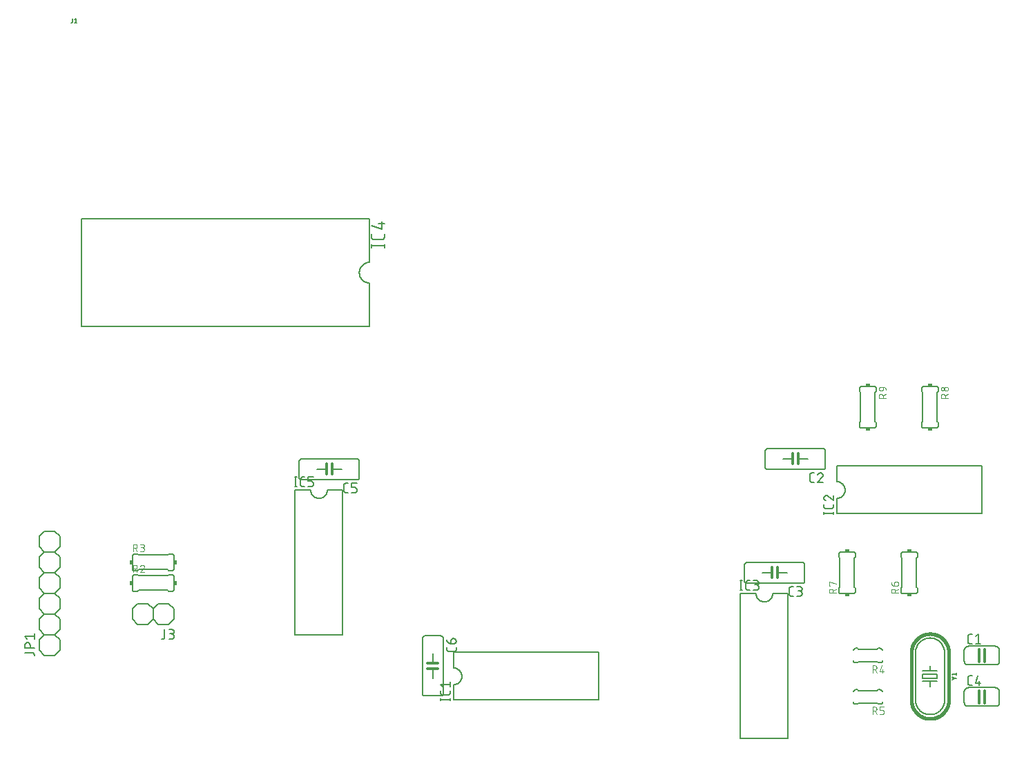
<source format=gbr>
G04 EAGLE Gerber RS-274X export*
G75*
%MOMM*%
%FSLAX34Y34*%
%LPD*%
%INSilkscreen Top*%
%IPPOS*%
%AMOC8*
5,1,8,0,0,1.08239X$1,22.5*%
G01*
%ADD10C,0.152400*%
%ADD11C,0.304800*%
%ADD12C,0.127000*%
%ADD13C,0.177800*%
%ADD14R,0.381000X0.508000*%
%ADD15C,0.101600*%
%ADD16R,0.508000X0.381000*%
%ADD17C,0.406400*%


D10*
X1146810Y146050D02*
X1146810Y158750D01*
X1146812Y158890D01*
X1146818Y159030D01*
X1146827Y159170D01*
X1146841Y159309D01*
X1146858Y159448D01*
X1146879Y159586D01*
X1146904Y159724D01*
X1146933Y159861D01*
X1146965Y159997D01*
X1147002Y160132D01*
X1147042Y160266D01*
X1147085Y160399D01*
X1147133Y160531D01*
X1147183Y160662D01*
X1147238Y160791D01*
X1147296Y160918D01*
X1147357Y161044D01*
X1147422Y161168D01*
X1147491Y161290D01*
X1147562Y161410D01*
X1147637Y161528D01*
X1147715Y161645D01*
X1147797Y161759D01*
X1147881Y161870D01*
X1147969Y161979D01*
X1148059Y162086D01*
X1148153Y162191D01*
X1148249Y162292D01*
X1148348Y162391D01*
X1148449Y162487D01*
X1148554Y162581D01*
X1148661Y162671D01*
X1148770Y162759D01*
X1148881Y162843D01*
X1148995Y162925D01*
X1149112Y163003D01*
X1149230Y163078D01*
X1149350Y163149D01*
X1149472Y163218D01*
X1149596Y163283D01*
X1149722Y163344D01*
X1149849Y163402D01*
X1149978Y163457D01*
X1150109Y163507D01*
X1150241Y163555D01*
X1150374Y163598D01*
X1150508Y163638D01*
X1150643Y163675D01*
X1150779Y163707D01*
X1150916Y163736D01*
X1151054Y163761D01*
X1151192Y163782D01*
X1151331Y163799D01*
X1151470Y163813D01*
X1151610Y163822D01*
X1151750Y163828D01*
X1151890Y163830D01*
X1146810Y146050D02*
X1146812Y145910D01*
X1146818Y145770D01*
X1146827Y145630D01*
X1146841Y145491D01*
X1146858Y145352D01*
X1146879Y145214D01*
X1146904Y145076D01*
X1146933Y144939D01*
X1146965Y144803D01*
X1147002Y144668D01*
X1147042Y144534D01*
X1147085Y144401D01*
X1147133Y144269D01*
X1147183Y144138D01*
X1147238Y144009D01*
X1147296Y143882D01*
X1147357Y143756D01*
X1147422Y143632D01*
X1147491Y143510D01*
X1147562Y143390D01*
X1147637Y143272D01*
X1147715Y143155D01*
X1147797Y143041D01*
X1147881Y142930D01*
X1147969Y142821D01*
X1148059Y142714D01*
X1148153Y142609D01*
X1148249Y142508D01*
X1148348Y142409D01*
X1148449Y142313D01*
X1148554Y142219D01*
X1148661Y142129D01*
X1148770Y142041D01*
X1148881Y141957D01*
X1148995Y141875D01*
X1149112Y141797D01*
X1149230Y141722D01*
X1149350Y141651D01*
X1149472Y141582D01*
X1149596Y141517D01*
X1149722Y141456D01*
X1149849Y141398D01*
X1149978Y141343D01*
X1150109Y141293D01*
X1150241Y141245D01*
X1150374Y141202D01*
X1150508Y141162D01*
X1150643Y141125D01*
X1150779Y141093D01*
X1150916Y141064D01*
X1151054Y141039D01*
X1151192Y141018D01*
X1151331Y141001D01*
X1151470Y140987D01*
X1151610Y140978D01*
X1151750Y140972D01*
X1151890Y140970D01*
X1151890Y163830D02*
X1184910Y163830D01*
X1189990Y158750D02*
X1189990Y146050D01*
X1184910Y140970D02*
X1151890Y140970D01*
X1184910Y163830D02*
X1185050Y163828D01*
X1185190Y163822D01*
X1185330Y163813D01*
X1185469Y163799D01*
X1185608Y163782D01*
X1185746Y163761D01*
X1185884Y163736D01*
X1186021Y163707D01*
X1186157Y163675D01*
X1186292Y163638D01*
X1186426Y163598D01*
X1186559Y163555D01*
X1186691Y163507D01*
X1186822Y163457D01*
X1186951Y163402D01*
X1187078Y163344D01*
X1187204Y163283D01*
X1187328Y163218D01*
X1187450Y163149D01*
X1187570Y163078D01*
X1187688Y163003D01*
X1187805Y162925D01*
X1187919Y162843D01*
X1188030Y162759D01*
X1188139Y162671D01*
X1188246Y162581D01*
X1188351Y162487D01*
X1188452Y162391D01*
X1188551Y162292D01*
X1188647Y162191D01*
X1188741Y162086D01*
X1188831Y161979D01*
X1188919Y161870D01*
X1189003Y161759D01*
X1189085Y161645D01*
X1189163Y161528D01*
X1189238Y161410D01*
X1189309Y161290D01*
X1189378Y161168D01*
X1189443Y161044D01*
X1189504Y160918D01*
X1189562Y160791D01*
X1189617Y160662D01*
X1189667Y160531D01*
X1189715Y160399D01*
X1189758Y160266D01*
X1189798Y160132D01*
X1189835Y159997D01*
X1189867Y159861D01*
X1189896Y159724D01*
X1189921Y159586D01*
X1189942Y159448D01*
X1189959Y159309D01*
X1189973Y159170D01*
X1189982Y159030D01*
X1189988Y158890D01*
X1189990Y158750D01*
X1189990Y146050D02*
X1189988Y145910D01*
X1189982Y145770D01*
X1189973Y145630D01*
X1189959Y145491D01*
X1189942Y145352D01*
X1189921Y145214D01*
X1189896Y145076D01*
X1189867Y144939D01*
X1189835Y144803D01*
X1189798Y144668D01*
X1189758Y144534D01*
X1189715Y144401D01*
X1189667Y144269D01*
X1189617Y144138D01*
X1189562Y144009D01*
X1189504Y143882D01*
X1189443Y143756D01*
X1189378Y143632D01*
X1189309Y143510D01*
X1189238Y143390D01*
X1189163Y143272D01*
X1189085Y143155D01*
X1189003Y143041D01*
X1188919Y142930D01*
X1188831Y142821D01*
X1188741Y142714D01*
X1188647Y142609D01*
X1188551Y142508D01*
X1188452Y142409D01*
X1188351Y142313D01*
X1188246Y142219D01*
X1188139Y142129D01*
X1188030Y142041D01*
X1187919Y141957D01*
X1187805Y141875D01*
X1187688Y141797D01*
X1187570Y141722D01*
X1187450Y141651D01*
X1187328Y141582D01*
X1187204Y141517D01*
X1187078Y141456D01*
X1186951Y141398D01*
X1186822Y141343D01*
X1186691Y141293D01*
X1186559Y141245D01*
X1186426Y141202D01*
X1186292Y141162D01*
X1186157Y141125D01*
X1186021Y141093D01*
X1185884Y141064D01*
X1185746Y141039D01*
X1185608Y141018D01*
X1185469Y141001D01*
X1185330Y140987D01*
X1185190Y140978D01*
X1185050Y140972D01*
X1184910Y140970D01*
D11*
X1165352Y144780D02*
X1165352Y160020D01*
X1171702Y160020D02*
X1171702Y144780D01*
D12*
X1156335Y167005D02*
X1153795Y167005D01*
X1153695Y167007D01*
X1153596Y167013D01*
X1153496Y167023D01*
X1153398Y167036D01*
X1153299Y167054D01*
X1153202Y167075D01*
X1153106Y167100D01*
X1153010Y167129D01*
X1152916Y167162D01*
X1152823Y167198D01*
X1152732Y167238D01*
X1152642Y167282D01*
X1152554Y167329D01*
X1152468Y167379D01*
X1152384Y167433D01*
X1152302Y167490D01*
X1152223Y167550D01*
X1152145Y167614D01*
X1152071Y167680D01*
X1151999Y167749D01*
X1151930Y167821D01*
X1151864Y167895D01*
X1151800Y167973D01*
X1151740Y168052D01*
X1151683Y168134D01*
X1151629Y168218D01*
X1151579Y168304D01*
X1151532Y168392D01*
X1151488Y168482D01*
X1151448Y168573D01*
X1151412Y168666D01*
X1151379Y168760D01*
X1151350Y168856D01*
X1151325Y168952D01*
X1151304Y169049D01*
X1151286Y169148D01*
X1151273Y169246D01*
X1151263Y169346D01*
X1151257Y169445D01*
X1151255Y169545D01*
X1151255Y175895D01*
X1151257Y175995D01*
X1151263Y176094D01*
X1151273Y176194D01*
X1151286Y176292D01*
X1151304Y176391D01*
X1151325Y176488D01*
X1151350Y176584D01*
X1151379Y176680D01*
X1151412Y176774D01*
X1151448Y176867D01*
X1151488Y176958D01*
X1151532Y177048D01*
X1151579Y177136D01*
X1151629Y177222D01*
X1151683Y177306D01*
X1151740Y177388D01*
X1151800Y177467D01*
X1151864Y177545D01*
X1151930Y177619D01*
X1151999Y177691D01*
X1152071Y177760D01*
X1152145Y177826D01*
X1152223Y177890D01*
X1152302Y177950D01*
X1152384Y178007D01*
X1152468Y178061D01*
X1152554Y178111D01*
X1152642Y178158D01*
X1152732Y178202D01*
X1152823Y178242D01*
X1152916Y178278D01*
X1153010Y178311D01*
X1153106Y178340D01*
X1153202Y178365D01*
X1153299Y178386D01*
X1153398Y178404D01*
X1153496Y178417D01*
X1153596Y178427D01*
X1153695Y178433D01*
X1153795Y178435D01*
X1156335Y178435D01*
X1160817Y175895D02*
X1163992Y178435D01*
X1163992Y167005D01*
X1160817Y167005D02*
X1167167Y167005D01*
D11*
X942848Y387350D02*
X942848Y393700D01*
X942848Y400050D01*
D10*
X942848Y393700D02*
X955040Y393700D01*
D11*
X936498Y393700D02*
X936498Y387350D01*
X936498Y393700D02*
X936498Y400050D01*
D10*
X936498Y393700D02*
X924560Y393700D01*
X976630Y383540D02*
X976630Y403860D01*
X974090Y406400D02*
X905510Y406400D01*
X902970Y403860D02*
X902970Y383540D01*
X905510Y381000D02*
X974090Y381000D01*
X905510Y381000D02*
X905410Y381002D01*
X905311Y381008D01*
X905211Y381018D01*
X905113Y381031D01*
X905014Y381049D01*
X904917Y381070D01*
X904821Y381095D01*
X904725Y381124D01*
X904631Y381157D01*
X904538Y381193D01*
X904447Y381233D01*
X904357Y381277D01*
X904269Y381324D01*
X904183Y381374D01*
X904099Y381428D01*
X904017Y381485D01*
X903938Y381545D01*
X903860Y381609D01*
X903786Y381675D01*
X903714Y381744D01*
X903645Y381816D01*
X903579Y381890D01*
X903515Y381968D01*
X903455Y382047D01*
X903398Y382129D01*
X903344Y382213D01*
X903294Y382299D01*
X903247Y382387D01*
X903203Y382477D01*
X903163Y382568D01*
X903127Y382661D01*
X903094Y382755D01*
X903065Y382851D01*
X903040Y382947D01*
X903019Y383044D01*
X903001Y383143D01*
X902988Y383241D01*
X902978Y383341D01*
X902972Y383440D01*
X902970Y383540D01*
X902970Y403860D02*
X902972Y403960D01*
X902978Y404059D01*
X902988Y404159D01*
X903001Y404257D01*
X903019Y404356D01*
X903040Y404453D01*
X903065Y404549D01*
X903094Y404645D01*
X903127Y404739D01*
X903163Y404832D01*
X903203Y404923D01*
X903247Y405013D01*
X903294Y405101D01*
X903344Y405187D01*
X903398Y405271D01*
X903455Y405353D01*
X903515Y405432D01*
X903579Y405510D01*
X903645Y405584D01*
X903714Y405656D01*
X903786Y405725D01*
X903860Y405791D01*
X903938Y405855D01*
X904017Y405915D01*
X904099Y405972D01*
X904183Y406026D01*
X904269Y406076D01*
X904357Y406123D01*
X904447Y406167D01*
X904538Y406207D01*
X904631Y406243D01*
X904725Y406276D01*
X904821Y406305D01*
X904917Y406330D01*
X905014Y406351D01*
X905113Y406369D01*
X905211Y406382D01*
X905311Y406392D01*
X905410Y406398D01*
X905510Y406400D01*
X974090Y406400D02*
X974190Y406398D01*
X974289Y406392D01*
X974389Y406382D01*
X974487Y406369D01*
X974586Y406351D01*
X974683Y406330D01*
X974779Y406305D01*
X974875Y406276D01*
X974969Y406243D01*
X975062Y406207D01*
X975153Y406167D01*
X975243Y406123D01*
X975331Y406076D01*
X975417Y406026D01*
X975501Y405972D01*
X975583Y405915D01*
X975662Y405855D01*
X975740Y405791D01*
X975814Y405725D01*
X975886Y405656D01*
X975955Y405584D01*
X976021Y405510D01*
X976085Y405432D01*
X976145Y405353D01*
X976202Y405271D01*
X976256Y405187D01*
X976306Y405101D01*
X976353Y405013D01*
X976397Y404923D01*
X976437Y404832D01*
X976473Y404739D01*
X976506Y404645D01*
X976535Y404549D01*
X976560Y404453D01*
X976581Y404356D01*
X976599Y404257D01*
X976612Y404159D01*
X976622Y404059D01*
X976628Y403960D01*
X976630Y403860D01*
X976630Y383540D02*
X976628Y383440D01*
X976622Y383341D01*
X976612Y383241D01*
X976599Y383143D01*
X976581Y383044D01*
X976560Y382947D01*
X976535Y382851D01*
X976506Y382755D01*
X976473Y382661D01*
X976437Y382568D01*
X976397Y382477D01*
X976353Y382387D01*
X976306Y382299D01*
X976256Y382213D01*
X976202Y382129D01*
X976145Y382047D01*
X976085Y381968D01*
X976021Y381890D01*
X975955Y381816D01*
X975886Y381744D01*
X975814Y381675D01*
X975740Y381609D01*
X975662Y381545D01*
X975583Y381485D01*
X975501Y381428D01*
X975417Y381374D01*
X975331Y381324D01*
X975243Y381277D01*
X975153Y381233D01*
X975062Y381193D01*
X974969Y381157D01*
X974875Y381124D01*
X974779Y381095D01*
X974683Y381070D01*
X974586Y381049D01*
X974487Y381031D01*
X974389Y381018D01*
X974289Y381008D01*
X974190Y381002D01*
X974090Y381000D01*
D12*
X962623Y365125D02*
X960083Y365125D01*
X959983Y365127D01*
X959884Y365133D01*
X959784Y365143D01*
X959686Y365156D01*
X959587Y365174D01*
X959490Y365195D01*
X959394Y365220D01*
X959298Y365249D01*
X959204Y365282D01*
X959111Y365318D01*
X959020Y365358D01*
X958930Y365402D01*
X958842Y365449D01*
X958756Y365499D01*
X958672Y365553D01*
X958590Y365610D01*
X958511Y365670D01*
X958433Y365734D01*
X958359Y365800D01*
X958287Y365869D01*
X958218Y365941D01*
X958152Y366015D01*
X958088Y366093D01*
X958028Y366172D01*
X957971Y366254D01*
X957917Y366338D01*
X957867Y366424D01*
X957820Y366512D01*
X957776Y366602D01*
X957736Y366693D01*
X957700Y366786D01*
X957667Y366880D01*
X957638Y366976D01*
X957613Y367072D01*
X957592Y367169D01*
X957574Y367268D01*
X957561Y367366D01*
X957551Y367466D01*
X957545Y367565D01*
X957543Y367665D01*
X957543Y374015D01*
X957545Y374115D01*
X957551Y374214D01*
X957561Y374314D01*
X957574Y374412D01*
X957592Y374511D01*
X957613Y374608D01*
X957638Y374704D01*
X957667Y374800D01*
X957700Y374894D01*
X957736Y374987D01*
X957776Y375078D01*
X957820Y375168D01*
X957867Y375256D01*
X957917Y375342D01*
X957971Y375426D01*
X958028Y375508D01*
X958088Y375587D01*
X958152Y375665D01*
X958218Y375739D01*
X958287Y375811D01*
X958359Y375880D01*
X958433Y375946D01*
X958511Y376010D01*
X958590Y376070D01*
X958672Y376127D01*
X958756Y376181D01*
X958842Y376231D01*
X958930Y376278D01*
X959020Y376322D01*
X959111Y376362D01*
X959204Y376398D01*
X959298Y376431D01*
X959394Y376460D01*
X959490Y376485D01*
X959587Y376506D01*
X959686Y376524D01*
X959784Y376537D01*
X959884Y376547D01*
X959983Y376553D01*
X960083Y376555D01*
X962623Y376555D01*
X970598Y376556D02*
X970702Y376554D01*
X970807Y376548D01*
X970911Y376539D01*
X971014Y376526D01*
X971117Y376508D01*
X971219Y376488D01*
X971321Y376463D01*
X971421Y376435D01*
X971521Y376403D01*
X971619Y376367D01*
X971716Y376328D01*
X971811Y376286D01*
X971905Y376240D01*
X971997Y376190D01*
X972087Y376138D01*
X972175Y376082D01*
X972261Y376022D01*
X972345Y375960D01*
X972426Y375895D01*
X972505Y375827D01*
X972582Y375755D01*
X972655Y375682D01*
X972727Y375605D01*
X972795Y375526D01*
X972860Y375445D01*
X972922Y375361D01*
X972982Y375275D01*
X973038Y375187D01*
X973090Y375097D01*
X973140Y375005D01*
X973186Y374911D01*
X973228Y374816D01*
X973267Y374719D01*
X973303Y374621D01*
X973335Y374521D01*
X973363Y374421D01*
X973388Y374319D01*
X973408Y374217D01*
X973426Y374114D01*
X973439Y374011D01*
X973448Y373907D01*
X973454Y373802D01*
X973456Y373698D01*
X970598Y376555D02*
X970480Y376553D01*
X970361Y376547D01*
X970243Y376538D01*
X970126Y376525D01*
X970009Y376507D01*
X969892Y376487D01*
X969776Y376462D01*
X969661Y376434D01*
X969548Y376401D01*
X969435Y376366D01*
X969323Y376326D01*
X969213Y376284D01*
X969104Y376237D01*
X968996Y376187D01*
X968891Y376134D01*
X968787Y376077D01*
X968685Y376017D01*
X968585Y375954D01*
X968487Y375887D01*
X968391Y375818D01*
X968298Y375745D01*
X968207Y375669D01*
X968118Y375591D01*
X968032Y375509D01*
X967949Y375425D01*
X967868Y375339D01*
X967791Y375249D01*
X967716Y375158D01*
X967644Y375064D01*
X967575Y374967D01*
X967510Y374869D01*
X967447Y374768D01*
X967388Y374665D01*
X967332Y374561D01*
X967280Y374455D01*
X967231Y374347D01*
X967186Y374238D01*
X967144Y374127D01*
X967106Y374015D01*
X972503Y371476D02*
X972579Y371551D01*
X972654Y371630D01*
X972725Y371711D01*
X972794Y371795D01*
X972859Y371881D01*
X972921Y371969D01*
X972981Y372059D01*
X973037Y372151D01*
X973090Y372246D01*
X973139Y372342D01*
X973185Y372440D01*
X973228Y372539D01*
X973267Y372640D01*
X973302Y372742D01*
X973334Y372845D01*
X973362Y372949D01*
X973387Y373054D01*
X973408Y373161D01*
X973425Y373267D01*
X973438Y373374D01*
X973447Y373482D01*
X973453Y373590D01*
X973455Y373698D01*
X972503Y371475D02*
X967105Y365125D01*
X973455Y365125D01*
D11*
X917448Y254000D02*
X917448Y247650D01*
X917448Y254000D02*
X917448Y260350D01*
D10*
X917448Y254000D02*
X929640Y254000D01*
D11*
X911098Y254000D02*
X911098Y247650D01*
X911098Y254000D02*
X911098Y260350D01*
D10*
X911098Y254000D02*
X899160Y254000D01*
X951230Y243840D02*
X951230Y264160D01*
X948690Y266700D02*
X880110Y266700D01*
X877570Y264160D02*
X877570Y243840D01*
X880110Y241300D02*
X948690Y241300D01*
X880110Y241300D02*
X880010Y241302D01*
X879911Y241308D01*
X879811Y241318D01*
X879713Y241331D01*
X879614Y241349D01*
X879517Y241370D01*
X879421Y241395D01*
X879325Y241424D01*
X879231Y241457D01*
X879138Y241493D01*
X879047Y241533D01*
X878957Y241577D01*
X878869Y241624D01*
X878783Y241674D01*
X878699Y241728D01*
X878617Y241785D01*
X878538Y241845D01*
X878460Y241909D01*
X878386Y241975D01*
X878314Y242044D01*
X878245Y242116D01*
X878179Y242190D01*
X878115Y242268D01*
X878055Y242347D01*
X877998Y242429D01*
X877944Y242513D01*
X877894Y242599D01*
X877847Y242687D01*
X877803Y242777D01*
X877763Y242868D01*
X877727Y242961D01*
X877694Y243055D01*
X877665Y243151D01*
X877640Y243247D01*
X877619Y243344D01*
X877601Y243443D01*
X877588Y243541D01*
X877578Y243641D01*
X877572Y243740D01*
X877570Y243840D01*
X877570Y264160D02*
X877572Y264260D01*
X877578Y264359D01*
X877588Y264459D01*
X877601Y264557D01*
X877619Y264656D01*
X877640Y264753D01*
X877665Y264849D01*
X877694Y264945D01*
X877727Y265039D01*
X877763Y265132D01*
X877803Y265223D01*
X877847Y265313D01*
X877894Y265401D01*
X877944Y265487D01*
X877998Y265571D01*
X878055Y265653D01*
X878115Y265732D01*
X878179Y265810D01*
X878245Y265884D01*
X878314Y265956D01*
X878386Y266025D01*
X878460Y266091D01*
X878538Y266155D01*
X878617Y266215D01*
X878699Y266272D01*
X878783Y266326D01*
X878869Y266376D01*
X878957Y266423D01*
X879047Y266467D01*
X879138Y266507D01*
X879231Y266543D01*
X879325Y266576D01*
X879421Y266605D01*
X879517Y266630D01*
X879614Y266651D01*
X879713Y266669D01*
X879811Y266682D01*
X879911Y266692D01*
X880010Y266698D01*
X880110Y266700D01*
X948690Y266700D02*
X948790Y266698D01*
X948889Y266692D01*
X948989Y266682D01*
X949087Y266669D01*
X949186Y266651D01*
X949283Y266630D01*
X949379Y266605D01*
X949475Y266576D01*
X949569Y266543D01*
X949662Y266507D01*
X949753Y266467D01*
X949843Y266423D01*
X949931Y266376D01*
X950017Y266326D01*
X950101Y266272D01*
X950183Y266215D01*
X950262Y266155D01*
X950340Y266091D01*
X950414Y266025D01*
X950486Y265956D01*
X950555Y265884D01*
X950621Y265810D01*
X950685Y265732D01*
X950745Y265653D01*
X950802Y265571D01*
X950856Y265487D01*
X950906Y265401D01*
X950953Y265313D01*
X950997Y265223D01*
X951037Y265132D01*
X951073Y265039D01*
X951106Y264945D01*
X951135Y264849D01*
X951160Y264753D01*
X951181Y264656D01*
X951199Y264557D01*
X951212Y264459D01*
X951222Y264359D01*
X951228Y264260D01*
X951230Y264160D01*
X951230Y243840D02*
X951228Y243740D01*
X951222Y243641D01*
X951212Y243541D01*
X951199Y243443D01*
X951181Y243344D01*
X951160Y243247D01*
X951135Y243151D01*
X951106Y243055D01*
X951073Y242961D01*
X951037Y242868D01*
X950997Y242777D01*
X950953Y242687D01*
X950906Y242599D01*
X950856Y242513D01*
X950802Y242429D01*
X950745Y242347D01*
X950685Y242268D01*
X950621Y242190D01*
X950555Y242116D01*
X950486Y242044D01*
X950414Y241975D01*
X950340Y241909D01*
X950262Y241845D01*
X950183Y241785D01*
X950101Y241728D01*
X950017Y241674D01*
X949931Y241624D01*
X949843Y241577D01*
X949753Y241533D01*
X949662Y241493D01*
X949569Y241457D01*
X949475Y241424D01*
X949379Y241395D01*
X949283Y241370D01*
X949186Y241349D01*
X949087Y241331D01*
X948989Y241318D01*
X948889Y241308D01*
X948790Y241302D01*
X948690Y241300D01*
D12*
X937223Y225425D02*
X934683Y225425D01*
X934583Y225427D01*
X934484Y225433D01*
X934384Y225443D01*
X934286Y225456D01*
X934187Y225474D01*
X934090Y225495D01*
X933994Y225520D01*
X933898Y225549D01*
X933804Y225582D01*
X933711Y225618D01*
X933620Y225658D01*
X933530Y225702D01*
X933442Y225749D01*
X933356Y225799D01*
X933272Y225853D01*
X933190Y225910D01*
X933111Y225970D01*
X933033Y226034D01*
X932959Y226100D01*
X932887Y226169D01*
X932818Y226241D01*
X932752Y226315D01*
X932688Y226393D01*
X932628Y226472D01*
X932571Y226554D01*
X932517Y226638D01*
X932467Y226724D01*
X932420Y226812D01*
X932376Y226902D01*
X932336Y226993D01*
X932300Y227086D01*
X932267Y227180D01*
X932238Y227276D01*
X932213Y227372D01*
X932192Y227469D01*
X932174Y227568D01*
X932161Y227666D01*
X932151Y227766D01*
X932145Y227865D01*
X932143Y227965D01*
X932143Y234315D01*
X932145Y234415D01*
X932151Y234514D01*
X932161Y234614D01*
X932174Y234712D01*
X932192Y234811D01*
X932213Y234908D01*
X932238Y235004D01*
X932267Y235100D01*
X932300Y235194D01*
X932336Y235287D01*
X932376Y235378D01*
X932420Y235468D01*
X932467Y235556D01*
X932517Y235642D01*
X932571Y235726D01*
X932628Y235808D01*
X932688Y235887D01*
X932752Y235965D01*
X932818Y236039D01*
X932887Y236111D01*
X932959Y236180D01*
X933033Y236246D01*
X933111Y236310D01*
X933190Y236370D01*
X933272Y236427D01*
X933356Y236481D01*
X933442Y236531D01*
X933530Y236578D01*
X933620Y236622D01*
X933711Y236662D01*
X933804Y236698D01*
X933898Y236731D01*
X933994Y236760D01*
X934090Y236785D01*
X934187Y236806D01*
X934286Y236824D01*
X934384Y236837D01*
X934484Y236847D01*
X934583Y236853D01*
X934683Y236855D01*
X937223Y236855D01*
X941705Y225425D02*
X944880Y225425D01*
X944991Y225427D01*
X945101Y225433D01*
X945212Y225442D01*
X945322Y225456D01*
X945431Y225473D01*
X945540Y225494D01*
X945648Y225519D01*
X945755Y225548D01*
X945861Y225580D01*
X945966Y225616D01*
X946069Y225656D01*
X946171Y225699D01*
X946272Y225746D01*
X946371Y225797D01*
X946468Y225850D01*
X946562Y225907D01*
X946655Y225968D01*
X946746Y226031D01*
X946835Y226098D01*
X946921Y226168D01*
X947004Y226241D01*
X947086Y226316D01*
X947164Y226394D01*
X947239Y226476D01*
X947312Y226559D01*
X947382Y226645D01*
X947449Y226734D01*
X947512Y226825D01*
X947573Y226918D01*
X947630Y227012D01*
X947683Y227109D01*
X947734Y227208D01*
X947781Y227309D01*
X947824Y227411D01*
X947864Y227514D01*
X947900Y227619D01*
X947932Y227725D01*
X947961Y227832D01*
X947986Y227940D01*
X948007Y228049D01*
X948024Y228158D01*
X948038Y228268D01*
X948047Y228379D01*
X948053Y228489D01*
X948055Y228600D01*
X948053Y228711D01*
X948047Y228821D01*
X948038Y228932D01*
X948024Y229042D01*
X948007Y229151D01*
X947986Y229260D01*
X947961Y229368D01*
X947932Y229475D01*
X947900Y229581D01*
X947864Y229686D01*
X947824Y229789D01*
X947781Y229891D01*
X947734Y229992D01*
X947683Y230091D01*
X947630Y230187D01*
X947573Y230282D01*
X947512Y230375D01*
X947449Y230466D01*
X947382Y230555D01*
X947312Y230641D01*
X947239Y230724D01*
X947164Y230806D01*
X947086Y230884D01*
X947004Y230959D01*
X946921Y231032D01*
X946835Y231102D01*
X946746Y231169D01*
X946655Y231232D01*
X946562Y231293D01*
X946468Y231350D01*
X946371Y231403D01*
X946272Y231454D01*
X946171Y231501D01*
X946069Y231544D01*
X945966Y231584D01*
X945861Y231620D01*
X945755Y231652D01*
X945648Y231681D01*
X945540Y231706D01*
X945431Y231727D01*
X945322Y231744D01*
X945212Y231758D01*
X945101Y231767D01*
X944991Y231773D01*
X944880Y231775D01*
X945515Y236855D02*
X941705Y236855D01*
X945515Y236855D02*
X945615Y236853D01*
X945714Y236847D01*
X945814Y236837D01*
X945912Y236824D01*
X946011Y236806D01*
X946108Y236785D01*
X946204Y236760D01*
X946300Y236731D01*
X946394Y236698D01*
X946487Y236662D01*
X946578Y236622D01*
X946668Y236578D01*
X946756Y236531D01*
X946842Y236481D01*
X946926Y236427D01*
X947008Y236370D01*
X947087Y236310D01*
X947165Y236246D01*
X947239Y236180D01*
X947311Y236111D01*
X947380Y236039D01*
X947446Y235965D01*
X947510Y235887D01*
X947570Y235808D01*
X947627Y235726D01*
X947681Y235642D01*
X947731Y235556D01*
X947778Y235468D01*
X947822Y235378D01*
X947862Y235287D01*
X947898Y235194D01*
X947931Y235100D01*
X947960Y235004D01*
X947985Y234908D01*
X948006Y234811D01*
X948024Y234712D01*
X948037Y234614D01*
X948047Y234514D01*
X948053Y234415D01*
X948055Y234315D01*
X948053Y234215D01*
X948047Y234116D01*
X948037Y234016D01*
X948024Y233918D01*
X948006Y233819D01*
X947985Y233722D01*
X947960Y233626D01*
X947931Y233530D01*
X947898Y233436D01*
X947862Y233343D01*
X947822Y233252D01*
X947778Y233162D01*
X947731Y233074D01*
X947681Y232988D01*
X947627Y232904D01*
X947570Y232822D01*
X947510Y232743D01*
X947446Y232665D01*
X947380Y232591D01*
X947311Y232519D01*
X947239Y232450D01*
X947165Y232384D01*
X947087Y232320D01*
X947008Y232260D01*
X946926Y232203D01*
X946842Y232149D01*
X946756Y232099D01*
X946668Y232052D01*
X946578Y232008D01*
X946487Y231968D01*
X946394Y231932D01*
X946300Y231899D01*
X946204Y231870D01*
X946108Y231845D01*
X946011Y231824D01*
X945912Y231806D01*
X945814Y231793D01*
X945714Y231783D01*
X945615Y231777D01*
X945515Y231775D01*
X942975Y231775D01*
D10*
X1146810Y107950D02*
X1146810Y95250D01*
X1146810Y107950D02*
X1146812Y108090D01*
X1146818Y108230D01*
X1146827Y108370D01*
X1146841Y108509D01*
X1146858Y108648D01*
X1146879Y108786D01*
X1146904Y108924D01*
X1146933Y109061D01*
X1146965Y109197D01*
X1147002Y109332D01*
X1147042Y109466D01*
X1147085Y109599D01*
X1147133Y109731D01*
X1147183Y109862D01*
X1147238Y109991D01*
X1147296Y110118D01*
X1147357Y110244D01*
X1147422Y110368D01*
X1147491Y110490D01*
X1147562Y110610D01*
X1147637Y110728D01*
X1147715Y110845D01*
X1147797Y110959D01*
X1147881Y111070D01*
X1147969Y111179D01*
X1148059Y111286D01*
X1148153Y111391D01*
X1148249Y111492D01*
X1148348Y111591D01*
X1148449Y111687D01*
X1148554Y111781D01*
X1148661Y111871D01*
X1148770Y111959D01*
X1148881Y112043D01*
X1148995Y112125D01*
X1149112Y112203D01*
X1149230Y112278D01*
X1149350Y112349D01*
X1149472Y112418D01*
X1149596Y112483D01*
X1149722Y112544D01*
X1149849Y112602D01*
X1149978Y112657D01*
X1150109Y112707D01*
X1150241Y112755D01*
X1150374Y112798D01*
X1150508Y112838D01*
X1150643Y112875D01*
X1150779Y112907D01*
X1150916Y112936D01*
X1151054Y112961D01*
X1151192Y112982D01*
X1151331Y112999D01*
X1151470Y113013D01*
X1151610Y113022D01*
X1151750Y113028D01*
X1151890Y113030D01*
X1146810Y95250D02*
X1146812Y95110D01*
X1146818Y94970D01*
X1146827Y94830D01*
X1146841Y94691D01*
X1146858Y94552D01*
X1146879Y94414D01*
X1146904Y94276D01*
X1146933Y94139D01*
X1146965Y94003D01*
X1147002Y93868D01*
X1147042Y93734D01*
X1147085Y93601D01*
X1147133Y93469D01*
X1147183Y93338D01*
X1147238Y93209D01*
X1147296Y93082D01*
X1147357Y92956D01*
X1147422Y92832D01*
X1147491Y92710D01*
X1147562Y92590D01*
X1147637Y92472D01*
X1147715Y92355D01*
X1147797Y92241D01*
X1147881Y92130D01*
X1147969Y92021D01*
X1148059Y91914D01*
X1148153Y91809D01*
X1148249Y91708D01*
X1148348Y91609D01*
X1148449Y91513D01*
X1148554Y91419D01*
X1148661Y91329D01*
X1148770Y91241D01*
X1148881Y91157D01*
X1148995Y91075D01*
X1149112Y90997D01*
X1149230Y90922D01*
X1149350Y90851D01*
X1149472Y90782D01*
X1149596Y90717D01*
X1149722Y90656D01*
X1149849Y90598D01*
X1149978Y90543D01*
X1150109Y90493D01*
X1150241Y90445D01*
X1150374Y90402D01*
X1150508Y90362D01*
X1150643Y90325D01*
X1150779Y90293D01*
X1150916Y90264D01*
X1151054Y90239D01*
X1151192Y90218D01*
X1151331Y90201D01*
X1151470Y90187D01*
X1151610Y90178D01*
X1151750Y90172D01*
X1151890Y90170D01*
X1151890Y113030D02*
X1184910Y113030D01*
X1189990Y107950D02*
X1189990Y95250D01*
X1184910Y90170D02*
X1151890Y90170D01*
X1184910Y113030D02*
X1185050Y113028D01*
X1185190Y113022D01*
X1185330Y113013D01*
X1185469Y112999D01*
X1185608Y112982D01*
X1185746Y112961D01*
X1185884Y112936D01*
X1186021Y112907D01*
X1186157Y112875D01*
X1186292Y112838D01*
X1186426Y112798D01*
X1186559Y112755D01*
X1186691Y112707D01*
X1186822Y112657D01*
X1186951Y112602D01*
X1187078Y112544D01*
X1187204Y112483D01*
X1187328Y112418D01*
X1187450Y112349D01*
X1187570Y112278D01*
X1187688Y112203D01*
X1187805Y112125D01*
X1187919Y112043D01*
X1188030Y111959D01*
X1188139Y111871D01*
X1188246Y111781D01*
X1188351Y111687D01*
X1188452Y111591D01*
X1188551Y111492D01*
X1188647Y111391D01*
X1188741Y111286D01*
X1188831Y111179D01*
X1188919Y111070D01*
X1189003Y110959D01*
X1189085Y110845D01*
X1189163Y110728D01*
X1189238Y110610D01*
X1189309Y110490D01*
X1189378Y110368D01*
X1189443Y110244D01*
X1189504Y110118D01*
X1189562Y109991D01*
X1189617Y109862D01*
X1189667Y109731D01*
X1189715Y109599D01*
X1189758Y109466D01*
X1189798Y109332D01*
X1189835Y109197D01*
X1189867Y109061D01*
X1189896Y108924D01*
X1189921Y108786D01*
X1189942Y108648D01*
X1189959Y108509D01*
X1189973Y108370D01*
X1189982Y108230D01*
X1189988Y108090D01*
X1189990Y107950D01*
X1189990Y95250D02*
X1189988Y95110D01*
X1189982Y94970D01*
X1189973Y94830D01*
X1189959Y94691D01*
X1189942Y94552D01*
X1189921Y94414D01*
X1189896Y94276D01*
X1189867Y94139D01*
X1189835Y94003D01*
X1189798Y93868D01*
X1189758Y93734D01*
X1189715Y93601D01*
X1189667Y93469D01*
X1189617Y93338D01*
X1189562Y93209D01*
X1189504Y93082D01*
X1189443Y92956D01*
X1189378Y92832D01*
X1189309Y92710D01*
X1189238Y92590D01*
X1189163Y92472D01*
X1189085Y92355D01*
X1189003Y92241D01*
X1188919Y92130D01*
X1188831Y92021D01*
X1188741Y91914D01*
X1188647Y91809D01*
X1188551Y91708D01*
X1188452Y91609D01*
X1188351Y91513D01*
X1188246Y91419D01*
X1188139Y91329D01*
X1188030Y91241D01*
X1187919Y91157D01*
X1187805Y91075D01*
X1187688Y90997D01*
X1187570Y90922D01*
X1187450Y90851D01*
X1187328Y90782D01*
X1187204Y90717D01*
X1187078Y90656D01*
X1186951Y90598D01*
X1186822Y90543D01*
X1186691Y90493D01*
X1186559Y90445D01*
X1186426Y90402D01*
X1186292Y90362D01*
X1186157Y90325D01*
X1186021Y90293D01*
X1185884Y90264D01*
X1185746Y90239D01*
X1185608Y90218D01*
X1185469Y90201D01*
X1185330Y90187D01*
X1185190Y90178D01*
X1185050Y90172D01*
X1184910Y90170D01*
D11*
X1165352Y93980D02*
X1165352Y109220D01*
X1171702Y109220D02*
X1171702Y93980D01*
D12*
X1156335Y116205D02*
X1153795Y116205D01*
X1153695Y116207D01*
X1153596Y116213D01*
X1153496Y116223D01*
X1153398Y116236D01*
X1153299Y116254D01*
X1153202Y116275D01*
X1153106Y116300D01*
X1153010Y116329D01*
X1152916Y116362D01*
X1152823Y116398D01*
X1152732Y116438D01*
X1152642Y116482D01*
X1152554Y116529D01*
X1152468Y116579D01*
X1152384Y116633D01*
X1152302Y116690D01*
X1152223Y116750D01*
X1152145Y116814D01*
X1152071Y116880D01*
X1151999Y116949D01*
X1151930Y117021D01*
X1151864Y117095D01*
X1151800Y117173D01*
X1151740Y117252D01*
X1151683Y117334D01*
X1151629Y117418D01*
X1151579Y117504D01*
X1151532Y117592D01*
X1151488Y117682D01*
X1151448Y117773D01*
X1151412Y117866D01*
X1151379Y117960D01*
X1151350Y118056D01*
X1151325Y118152D01*
X1151304Y118249D01*
X1151286Y118348D01*
X1151273Y118446D01*
X1151263Y118546D01*
X1151257Y118645D01*
X1151255Y118745D01*
X1151255Y125095D01*
X1151257Y125195D01*
X1151263Y125294D01*
X1151273Y125394D01*
X1151286Y125492D01*
X1151304Y125591D01*
X1151325Y125688D01*
X1151350Y125784D01*
X1151379Y125880D01*
X1151412Y125974D01*
X1151448Y126067D01*
X1151488Y126158D01*
X1151532Y126248D01*
X1151579Y126336D01*
X1151629Y126422D01*
X1151683Y126506D01*
X1151740Y126588D01*
X1151800Y126667D01*
X1151864Y126745D01*
X1151930Y126819D01*
X1151999Y126891D01*
X1152071Y126960D01*
X1152145Y127026D01*
X1152223Y127090D01*
X1152302Y127150D01*
X1152384Y127207D01*
X1152468Y127261D01*
X1152554Y127311D01*
X1152642Y127358D01*
X1152732Y127402D01*
X1152823Y127442D01*
X1152916Y127478D01*
X1153010Y127511D01*
X1153106Y127540D01*
X1153202Y127565D01*
X1153299Y127586D01*
X1153398Y127604D01*
X1153496Y127617D01*
X1153596Y127627D01*
X1153695Y127633D01*
X1153795Y127635D01*
X1156335Y127635D01*
X1163357Y127635D02*
X1160817Y118745D01*
X1167167Y118745D01*
X1165262Y121285D02*
X1165262Y116205D01*
D11*
X371348Y374650D02*
X371348Y381000D01*
X371348Y387350D01*
D10*
X371348Y381000D02*
X383540Y381000D01*
D11*
X364998Y381000D02*
X364998Y374650D01*
X364998Y381000D02*
X364998Y387350D01*
D10*
X364998Y381000D02*
X353060Y381000D01*
X405130Y370840D02*
X405130Y391160D01*
X402590Y393700D02*
X334010Y393700D01*
X331470Y391160D02*
X331470Y370840D01*
X334010Y368300D02*
X402590Y368300D01*
X334010Y368300D02*
X333910Y368302D01*
X333811Y368308D01*
X333711Y368318D01*
X333613Y368331D01*
X333514Y368349D01*
X333417Y368370D01*
X333321Y368395D01*
X333225Y368424D01*
X333131Y368457D01*
X333038Y368493D01*
X332947Y368533D01*
X332857Y368577D01*
X332769Y368624D01*
X332683Y368674D01*
X332599Y368728D01*
X332517Y368785D01*
X332438Y368845D01*
X332360Y368909D01*
X332286Y368975D01*
X332214Y369044D01*
X332145Y369116D01*
X332079Y369190D01*
X332015Y369268D01*
X331955Y369347D01*
X331898Y369429D01*
X331844Y369513D01*
X331794Y369599D01*
X331747Y369687D01*
X331703Y369777D01*
X331663Y369868D01*
X331627Y369961D01*
X331594Y370055D01*
X331565Y370151D01*
X331540Y370247D01*
X331519Y370344D01*
X331501Y370443D01*
X331488Y370541D01*
X331478Y370641D01*
X331472Y370740D01*
X331470Y370840D01*
X331470Y391160D02*
X331472Y391260D01*
X331478Y391359D01*
X331488Y391459D01*
X331501Y391557D01*
X331519Y391656D01*
X331540Y391753D01*
X331565Y391849D01*
X331594Y391945D01*
X331627Y392039D01*
X331663Y392132D01*
X331703Y392223D01*
X331747Y392313D01*
X331794Y392401D01*
X331844Y392487D01*
X331898Y392571D01*
X331955Y392653D01*
X332015Y392732D01*
X332079Y392810D01*
X332145Y392884D01*
X332214Y392956D01*
X332286Y393025D01*
X332360Y393091D01*
X332438Y393155D01*
X332517Y393215D01*
X332599Y393272D01*
X332683Y393326D01*
X332769Y393376D01*
X332857Y393423D01*
X332947Y393467D01*
X333038Y393507D01*
X333131Y393543D01*
X333225Y393576D01*
X333321Y393605D01*
X333417Y393630D01*
X333514Y393651D01*
X333613Y393669D01*
X333711Y393682D01*
X333811Y393692D01*
X333910Y393698D01*
X334010Y393700D01*
X402590Y393700D02*
X402690Y393698D01*
X402789Y393692D01*
X402889Y393682D01*
X402987Y393669D01*
X403086Y393651D01*
X403183Y393630D01*
X403279Y393605D01*
X403375Y393576D01*
X403469Y393543D01*
X403562Y393507D01*
X403653Y393467D01*
X403743Y393423D01*
X403831Y393376D01*
X403917Y393326D01*
X404001Y393272D01*
X404083Y393215D01*
X404162Y393155D01*
X404240Y393091D01*
X404314Y393025D01*
X404386Y392956D01*
X404455Y392884D01*
X404521Y392810D01*
X404585Y392732D01*
X404645Y392653D01*
X404702Y392571D01*
X404756Y392487D01*
X404806Y392401D01*
X404853Y392313D01*
X404897Y392223D01*
X404937Y392132D01*
X404973Y392039D01*
X405006Y391945D01*
X405035Y391849D01*
X405060Y391753D01*
X405081Y391656D01*
X405099Y391557D01*
X405112Y391459D01*
X405122Y391359D01*
X405128Y391260D01*
X405130Y391160D01*
X405130Y370840D02*
X405128Y370740D01*
X405122Y370641D01*
X405112Y370541D01*
X405099Y370443D01*
X405081Y370344D01*
X405060Y370247D01*
X405035Y370151D01*
X405006Y370055D01*
X404973Y369961D01*
X404937Y369868D01*
X404897Y369777D01*
X404853Y369687D01*
X404806Y369599D01*
X404756Y369513D01*
X404702Y369429D01*
X404645Y369347D01*
X404585Y369268D01*
X404521Y369190D01*
X404455Y369116D01*
X404386Y369044D01*
X404314Y368975D01*
X404240Y368909D01*
X404162Y368845D01*
X404083Y368785D01*
X404001Y368728D01*
X403917Y368674D01*
X403831Y368624D01*
X403743Y368577D01*
X403653Y368533D01*
X403562Y368493D01*
X403469Y368457D01*
X403375Y368424D01*
X403279Y368395D01*
X403183Y368370D01*
X403086Y368349D01*
X402987Y368331D01*
X402889Y368318D01*
X402789Y368308D01*
X402690Y368302D01*
X402590Y368300D01*
D12*
X391123Y352425D02*
X388583Y352425D01*
X388483Y352427D01*
X388384Y352433D01*
X388284Y352443D01*
X388186Y352456D01*
X388087Y352474D01*
X387990Y352495D01*
X387894Y352520D01*
X387798Y352549D01*
X387704Y352582D01*
X387611Y352618D01*
X387520Y352658D01*
X387430Y352702D01*
X387342Y352749D01*
X387256Y352799D01*
X387172Y352853D01*
X387090Y352910D01*
X387011Y352970D01*
X386933Y353034D01*
X386859Y353100D01*
X386787Y353169D01*
X386718Y353241D01*
X386652Y353315D01*
X386588Y353393D01*
X386528Y353472D01*
X386471Y353554D01*
X386417Y353638D01*
X386367Y353724D01*
X386320Y353812D01*
X386276Y353902D01*
X386236Y353993D01*
X386200Y354086D01*
X386167Y354180D01*
X386138Y354276D01*
X386113Y354372D01*
X386092Y354469D01*
X386074Y354568D01*
X386061Y354666D01*
X386051Y354766D01*
X386045Y354865D01*
X386043Y354965D01*
X386043Y361315D01*
X386045Y361415D01*
X386051Y361514D01*
X386061Y361614D01*
X386074Y361712D01*
X386092Y361811D01*
X386113Y361908D01*
X386138Y362004D01*
X386167Y362100D01*
X386200Y362194D01*
X386236Y362287D01*
X386276Y362378D01*
X386320Y362468D01*
X386367Y362556D01*
X386417Y362642D01*
X386471Y362726D01*
X386528Y362808D01*
X386588Y362887D01*
X386652Y362965D01*
X386718Y363039D01*
X386787Y363111D01*
X386859Y363180D01*
X386933Y363246D01*
X387011Y363310D01*
X387090Y363370D01*
X387172Y363427D01*
X387256Y363481D01*
X387342Y363531D01*
X387430Y363578D01*
X387520Y363622D01*
X387611Y363662D01*
X387704Y363698D01*
X387798Y363731D01*
X387894Y363760D01*
X387990Y363785D01*
X388087Y363806D01*
X388186Y363824D01*
X388284Y363837D01*
X388384Y363847D01*
X388483Y363853D01*
X388583Y363855D01*
X391123Y363855D01*
X395605Y352425D02*
X399415Y352425D01*
X399515Y352427D01*
X399614Y352433D01*
X399714Y352443D01*
X399812Y352456D01*
X399911Y352474D01*
X400008Y352495D01*
X400104Y352520D01*
X400200Y352549D01*
X400294Y352582D01*
X400387Y352618D01*
X400478Y352658D01*
X400568Y352702D01*
X400656Y352749D01*
X400742Y352799D01*
X400826Y352853D01*
X400908Y352910D01*
X400987Y352970D01*
X401065Y353034D01*
X401139Y353100D01*
X401211Y353169D01*
X401280Y353241D01*
X401346Y353315D01*
X401410Y353393D01*
X401470Y353472D01*
X401527Y353554D01*
X401581Y353638D01*
X401631Y353724D01*
X401678Y353812D01*
X401722Y353902D01*
X401762Y353993D01*
X401798Y354086D01*
X401831Y354180D01*
X401860Y354276D01*
X401885Y354372D01*
X401906Y354469D01*
X401924Y354568D01*
X401937Y354666D01*
X401947Y354766D01*
X401953Y354865D01*
X401955Y354965D01*
X401955Y356235D01*
X401953Y356335D01*
X401947Y356434D01*
X401937Y356534D01*
X401924Y356632D01*
X401906Y356731D01*
X401885Y356828D01*
X401860Y356924D01*
X401831Y357020D01*
X401798Y357114D01*
X401762Y357207D01*
X401722Y357298D01*
X401678Y357388D01*
X401631Y357476D01*
X401581Y357562D01*
X401527Y357646D01*
X401470Y357728D01*
X401410Y357807D01*
X401346Y357885D01*
X401280Y357959D01*
X401211Y358031D01*
X401139Y358100D01*
X401065Y358166D01*
X400987Y358230D01*
X400908Y358290D01*
X400826Y358347D01*
X400742Y358401D01*
X400656Y358451D01*
X400568Y358498D01*
X400478Y358542D01*
X400387Y358582D01*
X400294Y358618D01*
X400200Y358651D01*
X400104Y358680D01*
X400008Y358705D01*
X399911Y358726D01*
X399812Y358744D01*
X399714Y358757D01*
X399614Y358767D01*
X399515Y358773D01*
X399415Y358775D01*
X395605Y358775D01*
X395605Y363855D01*
X401955Y363855D01*
D11*
X495300Y142748D02*
X501650Y142748D01*
X495300Y142748D02*
X488950Y142748D01*
D10*
X495300Y142748D02*
X495300Y154940D01*
D11*
X495300Y136398D02*
X501650Y136398D01*
X495300Y136398D02*
X488950Y136398D01*
D10*
X495300Y136398D02*
X495300Y124460D01*
X505460Y176530D02*
X485140Y176530D01*
X482600Y173990D02*
X482600Y105410D01*
X485140Y102870D02*
X505460Y102870D01*
X508000Y105410D02*
X508000Y173990D01*
X508000Y105410D02*
X507998Y105310D01*
X507992Y105211D01*
X507982Y105111D01*
X507969Y105013D01*
X507951Y104914D01*
X507930Y104817D01*
X507905Y104721D01*
X507876Y104625D01*
X507843Y104531D01*
X507807Y104438D01*
X507767Y104347D01*
X507723Y104257D01*
X507676Y104169D01*
X507626Y104083D01*
X507572Y103999D01*
X507515Y103917D01*
X507455Y103838D01*
X507391Y103760D01*
X507325Y103686D01*
X507256Y103614D01*
X507184Y103545D01*
X507110Y103479D01*
X507032Y103415D01*
X506953Y103355D01*
X506871Y103298D01*
X506787Y103244D01*
X506701Y103194D01*
X506613Y103147D01*
X506523Y103103D01*
X506432Y103063D01*
X506339Y103027D01*
X506245Y102994D01*
X506149Y102965D01*
X506053Y102940D01*
X505956Y102919D01*
X505857Y102901D01*
X505759Y102888D01*
X505659Y102878D01*
X505560Y102872D01*
X505460Y102870D01*
X485140Y102870D02*
X485040Y102872D01*
X484941Y102878D01*
X484841Y102888D01*
X484743Y102901D01*
X484644Y102919D01*
X484547Y102940D01*
X484451Y102965D01*
X484355Y102994D01*
X484261Y103027D01*
X484168Y103063D01*
X484077Y103103D01*
X483987Y103147D01*
X483899Y103194D01*
X483813Y103244D01*
X483729Y103298D01*
X483647Y103355D01*
X483568Y103415D01*
X483490Y103479D01*
X483416Y103545D01*
X483344Y103614D01*
X483275Y103686D01*
X483209Y103760D01*
X483145Y103838D01*
X483085Y103917D01*
X483028Y103999D01*
X482974Y104083D01*
X482924Y104169D01*
X482877Y104257D01*
X482833Y104347D01*
X482793Y104438D01*
X482757Y104531D01*
X482724Y104625D01*
X482695Y104721D01*
X482670Y104817D01*
X482649Y104914D01*
X482631Y105013D01*
X482618Y105111D01*
X482608Y105211D01*
X482602Y105310D01*
X482600Y105410D01*
X482600Y173990D02*
X482602Y174090D01*
X482608Y174189D01*
X482618Y174289D01*
X482631Y174387D01*
X482649Y174486D01*
X482670Y174583D01*
X482695Y174679D01*
X482724Y174775D01*
X482757Y174869D01*
X482793Y174962D01*
X482833Y175053D01*
X482877Y175143D01*
X482924Y175231D01*
X482974Y175317D01*
X483028Y175401D01*
X483085Y175483D01*
X483145Y175562D01*
X483209Y175640D01*
X483275Y175714D01*
X483344Y175786D01*
X483416Y175855D01*
X483490Y175921D01*
X483568Y175985D01*
X483647Y176045D01*
X483729Y176102D01*
X483813Y176156D01*
X483899Y176206D01*
X483987Y176253D01*
X484077Y176297D01*
X484168Y176337D01*
X484261Y176373D01*
X484355Y176406D01*
X484451Y176435D01*
X484547Y176460D01*
X484644Y176481D01*
X484743Y176499D01*
X484841Y176512D01*
X484941Y176522D01*
X485040Y176528D01*
X485140Y176530D01*
X505460Y176530D02*
X505560Y176528D01*
X505659Y176522D01*
X505759Y176512D01*
X505857Y176499D01*
X505956Y176481D01*
X506053Y176460D01*
X506149Y176435D01*
X506245Y176406D01*
X506339Y176373D01*
X506432Y176337D01*
X506523Y176297D01*
X506613Y176253D01*
X506701Y176206D01*
X506787Y176156D01*
X506871Y176102D01*
X506953Y176045D01*
X507032Y175985D01*
X507110Y175921D01*
X507184Y175855D01*
X507256Y175786D01*
X507325Y175714D01*
X507391Y175640D01*
X507455Y175562D01*
X507515Y175483D01*
X507572Y175401D01*
X507626Y175317D01*
X507676Y175231D01*
X507723Y175143D01*
X507767Y175053D01*
X507807Y174962D01*
X507843Y174869D01*
X507876Y174775D01*
X507905Y174679D01*
X507930Y174583D01*
X507951Y174486D01*
X507969Y174387D01*
X507982Y174289D01*
X507992Y174189D01*
X507998Y174090D01*
X508000Y173990D01*
D12*
X523875Y162523D02*
X523875Y159983D01*
X523873Y159883D01*
X523867Y159784D01*
X523857Y159684D01*
X523844Y159586D01*
X523826Y159487D01*
X523805Y159390D01*
X523780Y159294D01*
X523751Y159198D01*
X523718Y159104D01*
X523682Y159011D01*
X523642Y158920D01*
X523598Y158830D01*
X523551Y158742D01*
X523501Y158656D01*
X523447Y158572D01*
X523390Y158490D01*
X523330Y158411D01*
X523266Y158333D01*
X523200Y158259D01*
X523131Y158187D01*
X523059Y158118D01*
X522985Y158052D01*
X522907Y157988D01*
X522828Y157928D01*
X522746Y157871D01*
X522662Y157817D01*
X522576Y157767D01*
X522488Y157720D01*
X522398Y157676D01*
X522307Y157636D01*
X522214Y157600D01*
X522120Y157567D01*
X522024Y157538D01*
X521928Y157513D01*
X521831Y157492D01*
X521732Y157474D01*
X521634Y157461D01*
X521534Y157451D01*
X521435Y157445D01*
X521335Y157443D01*
X514985Y157443D01*
X514885Y157445D01*
X514786Y157451D01*
X514686Y157461D01*
X514588Y157474D01*
X514489Y157492D01*
X514392Y157513D01*
X514296Y157538D01*
X514200Y157567D01*
X514106Y157600D01*
X514013Y157636D01*
X513922Y157676D01*
X513832Y157720D01*
X513744Y157767D01*
X513658Y157817D01*
X513574Y157871D01*
X513492Y157928D01*
X513413Y157988D01*
X513335Y158052D01*
X513261Y158118D01*
X513189Y158187D01*
X513120Y158259D01*
X513054Y158333D01*
X512990Y158411D01*
X512930Y158490D01*
X512873Y158572D01*
X512819Y158656D01*
X512769Y158742D01*
X512722Y158830D01*
X512678Y158920D01*
X512638Y159011D01*
X512602Y159104D01*
X512569Y159198D01*
X512540Y159294D01*
X512515Y159390D01*
X512494Y159487D01*
X512476Y159586D01*
X512463Y159684D01*
X512453Y159784D01*
X512447Y159883D01*
X512445Y159983D01*
X512445Y162523D01*
X517525Y167005D02*
X517525Y170815D01*
X517527Y170915D01*
X517533Y171014D01*
X517543Y171114D01*
X517556Y171212D01*
X517574Y171311D01*
X517595Y171408D01*
X517620Y171504D01*
X517649Y171600D01*
X517682Y171694D01*
X517718Y171787D01*
X517758Y171878D01*
X517802Y171968D01*
X517849Y172056D01*
X517899Y172142D01*
X517953Y172226D01*
X518010Y172308D01*
X518070Y172387D01*
X518134Y172465D01*
X518200Y172539D01*
X518269Y172611D01*
X518341Y172680D01*
X518415Y172746D01*
X518493Y172810D01*
X518572Y172870D01*
X518654Y172927D01*
X518738Y172981D01*
X518824Y173031D01*
X518912Y173078D01*
X519002Y173122D01*
X519093Y173162D01*
X519186Y173198D01*
X519280Y173231D01*
X519376Y173260D01*
X519472Y173285D01*
X519569Y173306D01*
X519668Y173324D01*
X519766Y173337D01*
X519866Y173347D01*
X519965Y173353D01*
X520065Y173355D01*
X520700Y173355D01*
X520811Y173353D01*
X520921Y173347D01*
X521032Y173338D01*
X521142Y173324D01*
X521251Y173307D01*
X521360Y173286D01*
X521468Y173261D01*
X521575Y173232D01*
X521681Y173200D01*
X521786Y173164D01*
X521889Y173124D01*
X521991Y173081D01*
X522092Y173034D01*
X522191Y172983D01*
X522288Y172930D01*
X522382Y172873D01*
X522475Y172812D01*
X522566Y172749D01*
X522655Y172682D01*
X522741Y172612D01*
X522824Y172539D01*
X522906Y172464D01*
X522984Y172386D01*
X523059Y172304D01*
X523132Y172221D01*
X523202Y172135D01*
X523269Y172046D01*
X523332Y171955D01*
X523393Y171862D01*
X523450Y171767D01*
X523503Y171671D01*
X523554Y171572D01*
X523601Y171471D01*
X523644Y171369D01*
X523684Y171266D01*
X523720Y171161D01*
X523752Y171055D01*
X523781Y170948D01*
X523806Y170840D01*
X523827Y170731D01*
X523844Y170622D01*
X523858Y170512D01*
X523867Y170401D01*
X523873Y170291D01*
X523875Y170180D01*
X523873Y170069D01*
X523867Y169959D01*
X523858Y169848D01*
X523844Y169738D01*
X523827Y169629D01*
X523806Y169520D01*
X523781Y169412D01*
X523752Y169305D01*
X523720Y169199D01*
X523684Y169094D01*
X523644Y168991D01*
X523601Y168889D01*
X523554Y168788D01*
X523503Y168689D01*
X523450Y168592D01*
X523393Y168498D01*
X523332Y168405D01*
X523269Y168314D01*
X523202Y168225D01*
X523132Y168139D01*
X523059Y168056D01*
X522984Y167974D01*
X522906Y167896D01*
X522824Y167821D01*
X522741Y167748D01*
X522655Y167678D01*
X522566Y167611D01*
X522475Y167548D01*
X522382Y167487D01*
X522288Y167430D01*
X522191Y167377D01*
X522092Y167326D01*
X521991Y167279D01*
X521889Y167236D01*
X521786Y167196D01*
X521681Y167160D01*
X521575Y167128D01*
X521468Y167099D01*
X521360Y167074D01*
X521251Y167053D01*
X521142Y167036D01*
X521032Y167022D01*
X520921Y167013D01*
X520811Y167007D01*
X520700Y167005D01*
X517525Y167005D01*
X517385Y167007D01*
X517245Y167013D01*
X517105Y167022D01*
X516966Y167036D01*
X516827Y167053D01*
X516689Y167074D01*
X516551Y167099D01*
X516414Y167128D01*
X516278Y167160D01*
X516143Y167197D01*
X516009Y167237D01*
X515876Y167280D01*
X515744Y167328D01*
X515613Y167378D01*
X515484Y167433D01*
X515357Y167491D01*
X515231Y167552D01*
X515107Y167617D01*
X514985Y167686D01*
X514865Y167757D01*
X514747Y167832D01*
X514630Y167910D01*
X514516Y167992D01*
X514405Y168076D01*
X514296Y168164D01*
X514189Y168254D01*
X514084Y168348D01*
X513983Y168444D01*
X513884Y168543D01*
X513788Y168644D01*
X513694Y168749D01*
X513604Y168856D01*
X513516Y168965D01*
X513432Y169076D01*
X513350Y169190D01*
X513272Y169307D01*
X513197Y169425D01*
X513126Y169545D01*
X513057Y169667D01*
X512992Y169791D01*
X512931Y169917D01*
X512873Y170044D01*
X512818Y170173D01*
X512768Y170304D01*
X512720Y170436D01*
X512677Y170569D01*
X512637Y170703D01*
X512600Y170838D01*
X512568Y170974D01*
X512539Y171111D01*
X512514Y171249D01*
X512493Y171387D01*
X512476Y171526D01*
X512462Y171665D01*
X512453Y171805D01*
X512447Y171945D01*
X512445Y172085D01*
D10*
X520700Y156210D02*
X698500Y156210D01*
X698500Y97790D02*
X520700Y97790D01*
X698500Y97790D02*
X698500Y156210D01*
X520700Y156210D02*
X520700Y137160D01*
X520700Y116840D02*
X520700Y97790D01*
X520700Y116840D02*
X520947Y116843D01*
X521195Y116852D01*
X521442Y116867D01*
X521688Y116888D01*
X521934Y116915D01*
X522179Y116948D01*
X522424Y116987D01*
X522667Y117032D01*
X522909Y117083D01*
X523150Y117140D01*
X523389Y117202D01*
X523627Y117271D01*
X523863Y117345D01*
X524097Y117425D01*
X524329Y117510D01*
X524559Y117602D01*
X524787Y117698D01*
X525012Y117801D01*
X525235Y117908D01*
X525455Y118022D01*
X525672Y118140D01*
X525887Y118264D01*
X526098Y118393D01*
X526306Y118527D01*
X526511Y118666D01*
X526712Y118810D01*
X526910Y118958D01*
X527104Y119112D01*
X527294Y119270D01*
X527480Y119433D01*
X527662Y119600D01*
X527840Y119772D01*
X528014Y119948D01*
X528184Y120128D01*
X528349Y120313D01*
X528509Y120501D01*
X528665Y120693D01*
X528817Y120889D01*
X528963Y121088D01*
X529105Y121291D01*
X529241Y121498D01*
X529373Y121707D01*
X529499Y121920D01*
X529620Y122136D01*
X529736Y122354D01*
X529846Y122576D01*
X529951Y122800D01*
X530051Y123026D01*
X530145Y123255D01*
X530233Y123486D01*
X530316Y123720D01*
X530393Y123955D01*
X530464Y124192D01*
X530530Y124430D01*
X530589Y124670D01*
X530643Y124912D01*
X530691Y125155D01*
X530733Y125398D01*
X530769Y125643D01*
X530799Y125889D01*
X530823Y126135D01*
X530841Y126382D01*
X530853Y126629D01*
X530859Y126876D01*
X530859Y127124D01*
X530853Y127371D01*
X530841Y127618D01*
X530823Y127865D01*
X530799Y128111D01*
X530769Y128357D01*
X530733Y128602D01*
X530691Y128845D01*
X530643Y129088D01*
X530589Y129330D01*
X530530Y129570D01*
X530464Y129808D01*
X530393Y130045D01*
X530316Y130280D01*
X530233Y130514D01*
X530145Y130745D01*
X530051Y130974D01*
X529951Y131200D01*
X529846Y131424D01*
X529736Y131646D01*
X529620Y131864D01*
X529499Y132080D01*
X529373Y132293D01*
X529241Y132502D01*
X529105Y132709D01*
X528963Y132912D01*
X528817Y133111D01*
X528665Y133307D01*
X528509Y133499D01*
X528349Y133687D01*
X528184Y133872D01*
X528014Y134052D01*
X527840Y134228D01*
X527662Y134400D01*
X527480Y134567D01*
X527294Y134730D01*
X527104Y134888D01*
X526910Y135042D01*
X526712Y135190D01*
X526511Y135334D01*
X526306Y135473D01*
X526098Y135607D01*
X525887Y135736D01*
X525672Y135860D01*
X525455Y135978D01*
X525235Y136092D01*
X525012Y136199D01*
X524787Y136302D01*
X524559Y136398D01*
X524329Y136490D01*
X524097Y136575D01*
X523863Y136655D01*
X523627Y136729D01*
X523389Y136798D01*
X523150Y136860D01*
X522909Y136917D01*
X522667Y136968D01*
X522424Y137013D01*
X522179Y137052D01*
X521934Y137085D01*
X521688Y137112D01*
X521442Y137133D01*
X521195Y137148D01*
X520947Y137157D01*
X520700Y137160D01*
D12*
X516255Y98425D02*
X504825Y98425D01*
X516255Y97155D02*
X516255Y99695D01*
X504825Y99695D02*
X504825Y97155D01*
X516255Y106897D02*
X516255Y109437D01*
X516255Y106897D02*
X516253Y106797D01*
X516247Y106698D01*
X516237Y106598D01*
X516224Y106500D01*
X516206Y106401D01*
X516185Y106304D01*
X516160Y106208D01*
X516131Y106112D01*
X516098Y106018D01*
X516062Y105925D01*
X516022Y105834D01*
X515978Y105744D01*
X515931Y105656D01*
X515881Y105570D01*
X515827Y105486D01*
X515770Y105404D01*
X515710Y105325D01*
X515646Y105247D01*
X515580Y105173D01*
X515511Y105101D01*
X515439Y105032D01*
X515365Y104966D01*
X515287Y104902D01*
X515208Y104842D01*
X515126Y104785D01*
X515042Y104731D01*
X514956Y104681D01*
X514868Y104634D01*
X514778Y104590D01*
X514687Y104550D01*
X514594Y104514D01*
X514500Y104481D01*
X514404Y104452D01*
X514308Y104427D01*
X514211Y104406D01*
X514112Y104388D01*
X514014Y104375D01*
X513914Y104365D01*
X513815Y104359D01*
X513715Y104357D01*
X507365Y104357D01*
X507265Y104359D01*
X507166Y104365D01*
X507066Y104375D01*
X506968Y104388D01*
X506869Y104406D01*
X506772Y104427D01*
X506676Y104452D01*
X506580Y104481D01*
X506486Y104514D01*
X506393Y104550D01*
X506302Y104590D01*
X506212Y104634D01*
X506124Y104681D01*
X506038Y104731D01*
X505954Y104785D01*
X505872Y104842D01*
X505793Y104902D01*
X505715Y104966D01*
X505641Y105032D01*
X505569Y105101D01*
X505500Y105173D01*
X505434Y105247D01*
X505370Y105325D01*
X505310Y105404D01*
X505253Y105486D01*
X505199Y105570D01*
X505149Y105656D01*
X505102Y105744D01*
X505058Y105834D01*
X505018Y105925D01*
X504982Y106018D01*
X504949Y106112D01*
X504920Y106208D01*
X504895Y106304D01*
X504874Y106401D01*
X504856Y106500D01*
X504843Y106598D01*
X504833Y106698D01*
X504827Y106797D01*
X504825Y106897D01*
X504825Y109437D01*
X507365Y113919D02*
X504825Y117094D01*
X516255Y117094D01*
X516255Y113919D02*
X516255Y120269D01*
D10*
X990600Y384810D02*
X1168400Y384810D01*
X1168400Y326390D02*
X990600Y326390D01*
X1168400Y326390D02*
X1168400Y384810D01*
X990600Y384810D02*
X990600Y365760D01*
X990600Y345440D02*
X990600Y326390D01*
X990600Y345440D02*
X990847Y345443D01*
X991095Y345452D01*
X991342Y345467D01*
X991588Y345488D01*
X991834Y345515D01*
X992079Y345548D01*
X992324Y345587D01*
X992567Y345632D01*
X992809Y345683D01*
X993050Y345740D01*
X993289Y345802D01*
X993527Y345871D01*
X993763Y345945D01*
X993997Y346025D01*
X994229Y346110D01*
X994459Y346202D01*
X994687Y346298D01*
X994912Y346401D01*
X995135Y346508D01*
X995355Y346622D01*
X995572Y346740D01*
X995787Y346864D01*
X995998Y346993D01*
X996206Y347127D01*
X996411Y347266D01*
X996612Y347410D01*
X996810Y347558D01*
X997004Y347712D01*
X997194Y347870D01*
X997380Y348033D01*
X997562Y348200D01*
X997740Y348372D01*
X997914Y348548D01*
X998084Y348728D01*
X998249Y348913D01*
X998409Y349101D01*
X998565Y349293D01*
X998717Y349489D01*
X998863Y349688D01*
X999005Y349891D01*
X999141Y350098D01*
X999273Y350307D01*
X999399Y350520D01*
X999520Y350736D01*
X999636Y350954D01*
X999746Y351176D01*
X999851Y351400D01*
X999951Y351626D01*
X1000045Y351855D01*
X1000133Y352086D01*
X1000216Y352320D01*
X1000293Y352555D01*
X1000364Y352792D01*
X1000430Y353030D01*
X1000489Y353270D01*
X1000543Y353512D01*
X1000591Y353755D01*
X1000633Y353998D01*
X1000669Y354243D01*
X1000699Y354489D01*
X1000723Y354735D01*
X1000741Y354982D01*
X1000753Y355229D01*
X1000759Y355476D01*
X1000759Y355724D01*
X1000753Y355971D01*
X1000741Y356218D01*
X1000723Y356465D01*
X1000699Y356711D01*
X1000669Y356957D01*
X1000633Y357202D01*
X1000591Y357445D01*
X1000543Y357688D01*
X1000489Y357930D01*
X1000430Y358170D01*
X1000364Y358408D01*
X1000293Y358645D01*
X1000216Y358880D01*
X1000133Y359114D01*
X1000045Y359345D01*
X999951Y359574D01*
X999851Y359800D01*
X999746Y360024D01*
X999636Y360246D01*
X999520Y360464D01*
X999399Y360680D01*
X999273Y360893D01*
X999141Y361102D01*
X999005Y361309D01*
X998863Y361512D01*
X998717Y361711D01*
X998565Y361907D01*
X998409Y362099D01*
X998249Y362287D01*
X998084Y362472D01*
X997914Y362652D01*
X997740Y362828D01*
X997562Y363000D01*
X997380Y363167D01*
X997194Y363330D01*
X997004Y363488D01*
X996810Y363642D01*
X996612Y363790D01*
X996411Y363934D01*
X996206Y364073D01*
X995998Y364207D01*
X995787Y364336D01*
X995572Y364460D01*
X995355Y364578D01*
X995135Y364692D01*
X994912Y364799D01*
X994687Y364902D01*
X994459Y364998D01*
X994229Y365090D01*
X993997Y365175D01*
X993763Y365255D01*
X993527Y365329D01*
X993289Y365398D01*
X993050Y365460D01*
X992809Y365517D01*
X992567Y365568D01*
X992324Y365613D01*
X992079Y365652D01*
X991834Y365685D01*
X991588Y365712D01*
X991342Y365733D01*
X991095Y365748D01*
X990847Y365757D01*
X990600Y365760D01*
D12*
X986155Y327025D02*
X974725Y327025D01*
X986155Y325755D02*
X986155Y328295D01*
X974725Y328295D02*
X974725Y325755D01*
X986155Y335497D02*
X986155Y338037D01*
X986155Y335497D02*
X986153Y335397D01*
X986147Y335298D01*
X986137Y335198D01*
X986124Y335100D01*
X986106Y335001D01*
X986085Y334904D01*
X986060Y334808D01*
X986031Y334712D01*
X985998Y334618D01*
X985962Y334525D01*
X985922Y334434D01*
X985878Y334344D01*
X985831Y334256D01*
X985781Y334170D01*
X985727Y334086D01*
X985670Y334004D01*
X985610Y333925D01*
X985546Y333847D01*
X985480Y333773D01*
X985411Y333701D01*
X985339Y333632D01*
X985265Y333566D01*
X985187Y333502D01*
X985108Y333442D01*
X985026Y333385D01*
X984942Y333331D01*
X984856Y333281D01*
X984768Y333234D01*
X984678Y333190D01*
X984587Y333150D01*
X984494Y333114D01*
X984400Y333081D01*
X984304Y333052D01*
X984208Y333027D01*
X984111Y333006D01*
X984012Y332988D01*
X983914Y332975D01*
X983814Y332965D01*
X983715Y332959D01*
X983615Y332957D01*
X977265Y332957D01*
X977165Y332959D01*
X977066Y332965D01*
X976966Y332975D01*
X976868Y332988D01*
X976769Y333006D01*
X976672Y333027D01*
X976576Y333052D01*
X976480Y333081D01*
X976386Y333114D01*
X976293Y333150D01*
X976202Y333190D01*
X976112Y333234D01*
X976024Y333281D01*
X975938Y333331D01*
X975854Y333385D01*
X975772Y333442D01*
X975693Y333502D01*
X975615Y333566D01*
X975541Y333632D01*
X975469Y333701D01*
X975400Y333773D01*
X975334Y333847D01*
X975270Y333925D01*
X975210Y334004D01*
X975153Y334086D01*
X975099Y334170D01*
X975049Y334256D01*
X975002Y334344D01*
X974958Y334434D01*
X974918Y334525D01*
X974882Y334618D01*
X974849Y334712D01*
X974820Y334808D01*
X974795Y334904D01*
X974774Y335001D01*
X974756Y335100D01*
X974743Y335198D01*
X974733Y335298D01*
X974727Y335397D01*
X974725Y335497D01*
X974725Y338037D01*
X974725Y346011D02*
X974727Y346115D01*
X974733Y346220D01*
X974742Y346324D01*
X974755Y346427D01*
X974773Y346530D01*
X974793Y346632D01*
X974818Y346734D01*
X974846Y346834D01*
X974878Y346934D01*
X974914Y347032D01*
X974953Y347129D01*
X974995Y347224D01*
X975041Y347318D01*
X975091Y347410D01*
X975143Y347500D01*
X975199Y347588D01*
X975259Y347674D01*
X975321Y347758D01*
X975386Y347839D01*
X975454Y347918D01*
X975526Y347995D01*
X975599Y348068D01*
X975676Y348140D01*
X975755Y348208D01*
X975836Y348273D01*
X975920Y348335D01*
X976006Y348395D01*
X976094Y348451D01*
X976184Y348503D01*
X976276Y348553D01*
X976370Y348599D01*
X976465Y348641D01*
X976562Y348680D01*
X976660Y348716D01*
X976760Y348748D01*
X976860Y348776D01*
X976962Y348801D01*
X977064Y348821D01*
X977167Y348839D01*
X977270Y348852D01*
X977374Y348861D01*
X977479Y348867D01*
X977583Y348869D01*
X974725Y346011D02*
X974727Y345893D01*
X974733Y345774D01*
X974742Y345656D01*
X974755Y345539D01*
X974773Y345422D01*
X974793Y345305D01*
X974818Y345189D01*
X974846Y345074D01*
X974879Y344961D01*
X974914Y344848D01*
X974954Y344736D01*
X974996Y344626D01*
X975043Y344517D01*
X975093Y344409D01*
X975146Y344304D01*
X975203Y344200D01*
X975263Y344098D01*
X975326Y343998D01*
X975393Y343900D01*
X975462Y343804D01*
X975535Y343711D01*
X975611Y343620D01*
X975689Y343531D01*
X975771Y343445D01*
X975855Y343362D01*
X975941Y343281D01*
X976031Y343204D01*
X976122Y343129D01*
X976216Y343057D01*
X976313Y342988D01*
X976411Y342923D01*
X976512Y342860D01*
X976615Y342801D01*
X976719Y342745D01*
X976825Y342693D01*
X976933Y342644D01*
X977042Y342599D01*
X977153Y342557D01*
X977265Y342519D01*
X979805Y347917D02*
X979730Y347993D01*
X979651Y348068D01*
X979570Y348139D01*
X979486Y348208D01*
X979400Y348273D01*
X979312Y348335D01*
X979222Y348395D01*
X979130Y348451D01*
X979035Y348504D01*
X978939Y348553D01*
X978841Y348599D01*
X978742Y348642D01*
X978641Y348681D01*
X978539Y348716D01*
X978436Y348748D01*
X978332Y348776D01*
X978227Y348801D01*
X978120Y348822D01*
X978014Y348839D01*
X977907Y348852D01*
X977799Y348861D01*
X977691Y348867D01*
X977583Y348869D01*
X979805Y347916D02*
X986155Y342519D01*
X986155Y348869D01*
D10*
X930910Y228600D02*
X930910Y50800D01*
X872490Y50800D02*
X872490Y228600D01*
X872490Y50800D02*
X930910Y50800D01*
X930910Y228600D02*
X911860Y228600D01*
X891540Y228600D02*
X872490Y228600D01*
X891540Y228600D02*
X891543Y228353D01*
X891552Y228105D01*
X891567Y227858D01*
X891588Y227612D01*
X891615Y227366D01*
X891648Y227121D01*
X891687Y226876D01*
X891732Y226633D01*
X891783Y226391D01*
X891840Y226150D01*
X891902Y225911D01*
X891971Y225673D01*
X892045Y225437D01*
X892125Y225203D01*
X892210Y224971D01*
X892302Y224741D01*
X892398Y224513D01*
X892501Y224288D01*
X892608Y224065D01*
X892722Y223845D01*
X892840Y223628D01*
X892964Y223413D01*
X893093Y223202D01*
X893227Y222994D01*
X893366Y222789D01*
X893510Y222588D01*
X893658Y222390D01*
X893812Y222196D01*
X893970Y222006D01*
X894133Y221820D01*
X894300Y221638D01*
X894472Y221460D01*
X894648Y221286D01*
X894828Y221116D01*
X895013Y220951D01*
X895201Y220791D01*
X895393Y220635D01*
X895589Y220483D01*
X895788Y220337D01*
X895991Y220195D01*
X896198Y220059D01*
X896407Y219927D01*
X896620Y219801D01*
X896836Y219680D01*
X897054Y219564D01*
X897276Y219454D01*
X897500Y219349D01*
X897726Y219249D01*
X897955Y219155D01*
X898186Y219067D01*
X898420Y218984D01*
X898655Y218907D01*
X898892Y218836D01*
X899130Y218770D01*
X899370Y218711D01*
X899612Y218657D01*
X899855Y218609D01*
X900098Y218567D01*
X900343Y218531D01*
X900589Y218501D01*
X900835Y218477D01*
X901082Y218459D01*
X901329Y218447D01*
X901576Y218441D01*
X901824Y218441D01*
X902071Y218447D01*
X902318Y218459D01*
X902565Y218477D01*
X902811Y218501D01*
X903057Y218531D01*
X903302Y218567D01*
X903545Y218609D01*
X903788Y218657D01*
X904030Y218711D01*
X904270Y218770D01*
X904508Y218836D01*
X904745Y218907D01*
X904980Y218984D01*
X905214Y219067D01*
X905445Y219155D01*
X905674Y219249D01*
X905900Y219349D01*
X906124Y219454D01*
X906346Y219564D01*
X906564Y219680D01*
X906780Y219801D01*
X906993Y219927D01*
X907202Y220059D01*
X907409Y220195D01*
X907612Y220337D01*
X907811Y220483D01*
X908007Y220635D01*
X908199Y220791D01*
X908387Y220951D01*
X908572Y221116D01*
X908752Y221286D01*
X908928Y221460D01*
X909100Y221638D01*
X909267Y221820D01*
X909430Y222006D01*
X909588Y222196D01*
X909742Y222390D01*
X909890Y222588D01*
X910034Y222789D01*
X910173Y222994D01*
X910307Y223202D01*
X910436Y223413D01*
X910560Y223628D01*
X910678Y223845D01*
X910792Y224065D01*
X910899Y224288D01*
X911002Y224513D01*
X911098Y224741D01*
X911190Y224971D01*
X911275Y225203D01*
X911355Y225437D01*
X911429Y225673D01*
X911498Y225911D01*
X911560Y226150D01*
X911617Y226391D01*
X911668Y226633D01*
X911713Y226876D01*
X911752Y227121D01*
X911785Y227366D01*
X911812Y227612D01*
X911833Y227858D01*
X911848Y228105D01*
X911857Y228353D01*
X911860Y228600D01*
D12*
X873125Y233045D02*
X873125Y244475D01*
X871855Y233045D02*
X874395Y233045D01*
X874395Y244475D02*
X871855Y244475D01*
X881597Y233045D02*
X884137Y233045D01*
X881597Y233045D02*
X881497Y233047D01*
X881398Y233053D01*
X881298Y233063D01*
X881200Y233076D01*
X881101Y233094D01*
X881004Y233115D01*
X880908Y233140D01*
X880812Y233169D01*
X880718Y233202D01*
X880625Y233238D01*
X880534Y233278D01*
X880444Y233322D01*
X880356Y233369D01*
X880270Y233419D01*
X880186Y233473D01*
X880104Y233530D01*
X880025Y233590D01*
X879947Y233654D01*
X879873Y233720D01*
X879801Y233789D01*
X879732Y233861D01*
X879666Y233935D01*
X879602Y234013D01*
X879542Y234092D01*
X879485Y234174D01*
X879431Y234258D01*
X879381Y234344D01*
X879334Y234432D01*
X879290Y234522D01*
X879250Y234613D01*
X879214Y234706D01*
X879181Y234800D01*
X879152Y234896D01*
X879127Y234992D01*
X879106Y235089D01*
X879088Y235188D01*
X879075Y235286D01*
X879065Y235386D01*
X879059Y235485D01*
X879057Y235585D01*
X879057Y241935D01*
X879059Y242035D01*
X879065Y242134D01*
X879075Y242234D01*
X879088Y242332D01*
X879106Y242431D01*
X879127Y242528D01*
X879152Y242624D01*
X879181Y242720D01*
X879214Y242814D01*
X879250Y242907D01*
X879290Y242998D01*
X879334Y243088D01*
X879381Y243176D01*
X879431Y243262D01*
X879485Y243346D01*
X879542Y243428D01*
X879602Y243507D01*
X879666Y243585D01*
X879732Y243659D01*
X879801Y243731D01*
X879873Y243800D01*
X879947Y243866D01*
X880025Y243930D01*
X880104Y243990D01*
X880186Y244047D01*
X880270Y244101D01*
X880356Y244151D01*
X880444Y244198D01*
X880534Y244242D01*
X880625Y244282D01*
X880718Y244318D01*
X880812Y244351D01*
X880908Y244380D01*
X881004Y244405D01*
X881101Y244426D01*
X881200Y244444D01*
X881298Y244457D01*
X881398Y244467D01*
X881497Y244473D01*
X881597Y244475D01*
X884137Y244475D01*
X888619Y233045D02*
X891794Y233045D01*
X891905Y233047D01*
X892015Y233053D01*
X892126Y233062D01*
X892236Y233076D01*
X892345Y233093D01*
X892454Y233114D01*
X892562Y233139D01*
X892669Y233168D01*
X892775Y233200D01*
X892880Y233236D01*
X892983Y233276D01*
X893085Y233319D01*
X893186Y233366D01*
X893285Y233417D01*
X893382Y233470D01*
X893476Y233527D01*
X893569Y233588D01*
X893660Y233651D01*
X893749Y233718D01*
X893835Y233788D01*
X893918Y233861D01*
X894000Y233936D01*
X894078Y234014D01*
X894153Y234096D01*
X894226Y234179D01*
X894296Y234265D01*
X894363Y234354D01*
X894426Y234445D01*
X894487Y234538D01*
X894544Y234632D01*
X894597Y234729D01*
X894648Y234828D01*
X894695Y234929D01*
X894738Y235031D01*
X894778Y235134D01*
X894814Y235239D01*
X894846Y235345D01*
X894875Y235452D01*
X894900Y235560D01*
X894921Y235669D01*
X894938Y235778D01*
X894952Y235888D01*
X894961Y235999D01*
X894967Y236109D01*
X894969Y236220D01*
X894967Y236331D01*
X894961Y236441D01*
X894952Y236552D01*
X894938Y236662D01*
X894921Y236771D01*
X894900Y236880D01*
X894875Y236988D01*
X894846Y237095D01*
X894814Y237201D01*
X894778Y237306D01*
X894738Y237409D01*
X894695Y237511D01*
X894648Y237612D01*
X894597Y237711D01*
X894544Y237807D01*
X894487Y237902D01*
X894426Y237995D01*
X894363Y238086D01*
X894296Y238175D01*
X894226Y238261D01*
X894153Y238344D01*
X894078Y238426D01*
X894000Y238504D01*
X893918Y238579D01*
X893835Y238652D01*
X893749Y238722D01*
X893660Y238789D01*
X893569Y238852D01*
X893476Y238913D01*
X893382Y238970D01*
X893285Y239023D01*
X893186Y239074D01*
X893085Y239121D01*
X892983Y239164D01*
X892880Y239204D01*
X892775Y239240D01*
X892669Y239272D01*
X892562Y239301D01*
X892454Y239326D01*
X892345Y239347D01*
X892236Y239364D01*
X892126Y239378D01*
X892015Y239387D01*
X891905Y239393D01*
X891794Y239395D01*
X892429Y244475D02*
X888619Y244475D01*
X892429Y244475D02*
X892529Y244473D01*
X892628Y244467D01*
X892728Y244457D01*
X892826Y244444D01*
X892925Y244426D01*
X893022Y244405D01*
X893118Y244380D01*
X893214Y244351D01*
X893308Y244318D01*
X893401Y244282D01*
X893492Y244242D01*
X893582Y244198D01*
X893670Y244151D01*
X893756Y244101D01*
X893840Y244047D01*
X893922Y243990D01*
X894001Y243930D01*
X894079Y243866D01*
X894153Y243800D01*
X894225Y243731D01*
X894294Y243659D01*
X894360Y243585D01*
X894424Y243507D01*
X894484Y243428D01*
X894541Y243346D01*
X894595Y243262D01*
X894645Y243176D01*
X894692Y243088D01*
X894736Y242998D01*
X894776Y242907D01*
X894812Y242814D01*
X894845Y242720D01*
X894874Y242624D01*
X894899Y242528D01*
X894920Y242431D01*
X894938Y242332D01*
X894951Y242234D01*
X894961Y242134D01*
X894967Y242035D01*
X894969Y241935D01*
X894967Y241835D01*
X894961Y241736D01*
X894951Y241636D01*
X894938Y241538D01*
X894920Y241439D01*
X894899Y241342D01*
X894874Y241246D01*
X894845Y241150D01*
X894812Y241056D01*
X894776Y240963D01*
X894736Y240872D01*
X894692Y240782D01*
X894645Y240694D01*
X894595Y240608D01*
X894541Y240524D01*
X894484Y240442D01*
X894424Y240363D01*
X894360Y240285D01*
X894294Y240211D01*
X894225Y240139D01*
X894153Y240070D01*
X894079Y240004D01*
X894001Y239940D01*
X893922Y239880D01*
X893840Y239823D01*
X893756Y239769D01*
X893670Y239719D01*
X893582Y239672D01*
X893492Y239628D01*
X893401Y239588D01*
X893308Y239552D01*
X893214Y239519D01*
X893118Y239490D01*
X893022Y239465D01*
X892925Y239444D01*
X892826Y239426D01*
X892728Y239413D01*
X892628Y239403D01*
X892529Y239397D01*
X892429Y239395D01*
X889889Y239395D01*
D10*
X417830Y635000D02*
X417830Y688340D01*
X417830Y635000D02*
X417521Y634996D01*
X417212Y634985D01*
X416903Y634966D01*
X416595Y634940D01*
X416287Y634906D01*
X415981Y634865D01*
X415675Y634816D01*
X415371Y634760D01*
X415069Y634696D01*
X414768Y634625D01*
X414468Y634547D01*
X414171Y634462D01*
X413876Y634369D01*
X413583Y634269D01*
X413293Y634162D01*
X413006Y634048D01*
X412721Y633927D01*
X412439Y633799D01*
X412161Y633665D01*
X411886Y633523D01*
X411614Y633375D01*
X411347Y633220D01*
X411083Y633059D01*
X410823Y632892D01*
X410567Y632718D01*
X410315Y632538D01*
X410068Y632352D01*
X409826Y632160D01*
X409588Y631962D01*
X409355Y631759D01*
X409127Y631549D01*
X408905Y631335D01*
X408687Y631115D01*
X408475Y630889D01*
X408269Y630659D01*
X408068Y630424D01*
X407873Y630184D01*
X407684Y629939D01*
X407501Y629690D01*
X407324Y629436D01*
X407154Y629178D01*
X406989Y628916D01*
X406831Y628650D01*
X406680Y628380D01*
X406535Y628107D01*
X406397Y627830D01*
X406266Y627550D01*
X406142Y627267D01*
X406024Y626981D01*
X405914Y626692D01*
X405810Y626401D01*
X405714Y626107D01*
X405625Y625811D01*
X405543Y625512D01*
X405468Y625212D01*
X405401Y624910D01*
X405341Y624607D01*
X405289Y624302D01*
X405244Y623996D01*
X405206Y623689D01*
X405176Y623381D01*
X405154Y623073D01*
X405138Y622764D01*
X405131Y622455D01*
X405131Y622145D01*
X405138Y621836D01*
X405154Y621527D01*
X405176Y621219D01*
X405206Y620911D01*
X405244Y620604D01*
X405289Y620298D01*
X405341Y619993D01*
X405401Y619690D01*
X405468Y619388D01*
X405543Y619088D01*
X405625Y618789D01*
X405714Y618493D01*
X405810Y618199D01*
X405914Y617908D01*
X406024Y617619D01*
X406142Y617333D01*
X406266Y617050D01*
X406397Y616770D01*
X406535Y616493D01*
X406680Y616220D01*
X406831Y615950D01*
X406989Y615684D01*
X407154Y615422D01*
X407324Y615164D01*
X407501Y614910D01*
X407684Y614661D01*
X407873Y614416D01*
X408068Y614176D01*
X408269Y613941D01*
X408475Y613711D01*
X408687Y613485D01*
X408905Y613265D01*
X409127Y613051D01*
X409355Y612841D01*
X409588Y612638D01*
X409826Y612440D01*
X410068Y612248D01*
X410315Y612062D01*
X410567Y611882D01*
X410823Y611708D01*
X411083Y611541D01*
X411347Y611380D01*
X411614Y611225D01*
X411886Y611077D01*
X412161Y610935D01*
X412439Y610801D01*
X412721Y610673D01*
X413006Y610552D01*
X413293Y610438D01*
X413583Y610331D01*
X413876Y610231D01*
X414171Y610138D01*
X414468Y610053D01*
X414768Y609975D01*
X415069Y609904D01*
X415371Y609840D01*
X415675Y609784D01*
X415981Y609735D01*
X416287Y609694D01*
X416595Y609660D01*
X416903Y609634D01*
X417212Y609615D01*
X417521Y609604D01*
X417830Y609600D01*
X64770Y556260D02*
X64770Y688340D01*
X417830Y609600D02*
X417830Y556260D01*
X64770Y556260D01*
X64770Y688340D02*
X417830Y688340D01*
D13*
X419989Y654935D02*
X435991Y654935D01*
X435991Y653157D02*
X435991Y656713D01*
X419989Y656713D02*
X419989Y653157D01*
X435991Y666507D02*
X435991Y670063D01*
X435991Y666507D02*
X435989Y666391D01*
X435983Y666274D01*
X435974Y666158D01*
X435961Y666043D01*
X435944Y665928D01*
X435923Y665813D01*
X435898Y665700D01*
X435870Y665587D01*
X435838Y665475D01*
X435802Y665364D01*
X435763Y665254D01*
X435720Y665146D01*
X435674Y665039D01*
X435624Y664934D01*
X435571Y664831D01*
X435515Y664729D01*
X435455Y664629D01*
X435392Y664531D01*
X435325Y664436D01*
X435256Y664342D01*
X435184Y664251D01*
X435109Y664162D01*
X435030Y664076D01*
X434949Y663993D01*
X434866Y663912D01*
X434780Y663833D01*
X434691Y663758D01*
X434600Y663686D01*
X434506Y663617D01*
X434411Y663550D01*
X434313Y663487D01*
X434213Y663427D01*
X434111Y663371D01*
X434008Y663318D01*
X433903Y663268D01*
X433796Y663222D01*
X433688Y663179D01*
X433578Y663140D01*
X433467Y663104D01*
X433355Y663072D01*
X433242Y663044D01*
X433129Y663019D01*
X433014Y662998D01*
X432899Y662981D01*
X432784Y662968D01*
X432668Y662959D01*
X432551Y662953D01*
X432435Y662951D01*
X423545Y662951D01*
X423429Y662953D01*
X423312Y662959D01*
X423196Y662968D01*
X423081Y662981D01*
X422966Y662998D01*
X422851Y663019D01*
X422738Y663044D01*
X422625Y663072D01*
X422513Y663104D01*
X422402Y663140D01*
X422292Y663179D01*
X422184Y663222D01*
X422077Y663268D01*
X421972Y663318D01*
X421869Y663371D01*
X421767Y663427D01*
X421667Y663487D01*
X421569Y663550D01*
X421474Y663617D01*
X421380Y663686D01*
X421289Y663758D01*
X421200Y663833D01*
X421114Y663912D01*
X421031Y663993D01*
X420950Y664076D01*
X420871Y664162D01*
X420796Y664251D01*
X420724Y664342D01*
X420655Y664436D01*
X420588Y664531D01*
X420525Y664629D01*
X420465Y664729D01*
X420409Y664831D01*
X420356Y664934D01*
X420306Y665039D01*
X420260Y665146D01*
X420217Y665254D01*
X420178Y665364D01*
X420142Y665475D01*
X420110Y665587D01*
X420082Y665700D01*
X420057Y665813D01*
X420036Y665928D01*
X420019Y666043D01*
X420006Y666158D01*
X419997Y666274D01*
X419991Y666391D01*
X419989Y666507D01*
X419989Y670063D01*
X419989Y679577D02*
X432435Y676021D01*
X432435Y684911D01*
X428879Y682244D02*
X435991Y682244D01*
D10*
X384810Y355600D02*
X384810Y177800D01*
X326390Y177800D02*
X326390Y355600D01*
X326390Y177800D02*
X384810Y177800D01*
X384810Y355600D02*
X365760Y355600D01*
X345440Y355600D02*
X326390Y355600D01*
X345440Y355600D02*
X345443Y355353D01*
X345452Y355105D01*
X345467Y354858D01*
X345488Y354612D01*
X345515Y354366D01*
X345548Y354121D01*
X345587Y353876D01*
X345632Y353633D01*
X345683Y353391D01*
X345740Y353150D01*
X345802Y352911D01*
X345871Y352673D01*
X345945Y352437D01*
X346025Y352203D01*
X346110Y351971D01*
X346202Y351741D01*
X346298Y351513D01*
X346401Y351288D01*
X346508Y351065D01*
X346622Y350845D01*
X346740Y350628D01*
X346864Y350413D01*
X346993Y350202D01*
X347127Y349994D01*
X347266Y349789D01*
X347410Y349588D01*
X347558Y349390D01*
X347712Y349196D01*
X347870Y349006D01*
X348033Y348820D01*
X348200Y348638D01*
X348372Y348460D01*
X348548Y348286D01*
X348728Y348116D01*
X348913Y347951D01*
X349101Y347791D01*
X349293Y347635D01*
X349489Y347483D01*
X349688Y347337D01*
X349891Y347195D01*
X350098Y347059D01*
X350307Y346927D01*
X350520Y346801D01*
X350736Y346680D01*
X350954Y346564D01*
X351176Y346454D01*
X351400Y346349D01*
X351626Y346249D01*
X351855Y346155D01*
X352086Y346067D01*
X352320Y345984D01*
X352555Y345907D01*
X352792Y345836D01*
X353030Y345770D01*
X353270Y345711D01*
X353512Y345657D01*
X353755Y345609D01*
X353998Y345567D01*
X354243Y345531D01*
X354489Y345501D01*
X354735Y345477D01*
X354982Y345459D01*
X355229Y345447D01*
X355476Y345441D01*
X355724Y345441D01*
X355971Y345447D01*
X356218Y345459D01*
X356465Y345477D01*
X356711Y345501D01*
X356957Y345531D01*
X357202Y345567D01*
X357445Y345609D01*
X357688Y345657D01*
X357930Y345711D01*
X358170Y345770D01*
X358408Y345836D01*
X358645Y345907D01*
X358880Y345984D01*
X359114Y346067D01*
X359345Y346155D01*
X359574Y346249D01*
X359800Y346349D01*
X360024Y346454D01*
X360246Y346564D01*
X360464Y346680D01*
X360680Y346801D01*
X360893Y346927D01*
X361102Y347059D01*
X361309Y347195D01*
X361512Y347337D01*
X361711Y347483D01*
X361907Y347635D01*
X362099Y347791D01*
X362287Y347951D01*
X362472Y348116D01*
X362652Y348286D01*
X362828Y348460D01*
X363000Y348638D01*
X363167Y348820D01*
X363330Y349006D01*
X363488Y349196D01*
X363642Y349390D01*
X363790Y349588D01*
X363934Y349789D01*
X364073Y349994D01*
X364207Y350202D01*
X364336Y350413D01*
X364460Y350628D01*
X364578Y350845D01*
X364692Y351065D01*
X364799Y351288D01*
X364902Y351513D01*
X364998Y351741D01*
X365090Y351971D01*
X365175Y352203D01*
X365255Y352437D01*
X365329Y352673D01*
X365398Y352911D01*
X365460Y353150D01*
X365517Y353391D01*
X365568Y353633D01*
X365613Y353876D01*
X365652Y354121D01*
X365685Y354366D01*
X365712Y354612D01*
X365733Y354858D01*
X365748Y355105D01*
X365757Y355353D01*
X365760Y355600D01*
D12*
X327025Y360045D02*
X327025Y371475D01*
X325755Y360045D02*
X328295Y360045D01*
X328295Y371475D02*
X325755Y371475D01*
X335497Y360045D02*
X338037Y360045D01*
X335497Y360045D02*
X335397Y360047D01*
X335298Y360053D01*
X335198Y360063D01*
X335100Y360076D01*
X335001Y360094D01*
X334904Y360115D01*
X334808Y360140D01*
X334712Y360169D01*
X334618Y360202D01*
X334525Y360238D01*
X334434Y360278D01*
X334344Y360322D01*
X334256Y360369D01*
X334170Y360419D01*
X334086Y360473D01*
X334004Y360530D01*
X333925Y360590D01*
X333847Y360654D01*
X333773Y360720D01*
X333701Y360789D01*
X333632Y360861D01*
X333566Y360935D01*
X333502Y361013D01*
X333442Y361092D01*
X333385Y361174D01*
X333331Y361258D01*
X333281Y361344D01*
X333234Y361432D01*
X333190Y361522D01*
X333150Y361613D01*
X333114Y361706D01*
X333081Y361800D01*
X333052Y361896D01*
X333027Y361992D01*
X333006Y362089D01*
X332988Y362188D01*
X332975Y362286D01*
X332965Y362386D01*
X332959Y362485D01*
X332957Y362585D01*
X332957Y368935D01*
X332959Y369035D01*
X332965Y369134D01*
X332975Y369234D01*
X332988Y369332D01*
X333006Y369431D01*
X333027Y369528D01*
X333052Y369624D01*
X333081Y369720D01*
X333114Y369814D01*
X333150Y369907D01*
X333190Y369998D01*
X333234Y370088D01*
X333281Y370176D01*
X333331Y370262D01*
X333385Y370346D01*
X333442Y370428D01*
X333502Y370507D01*
X333566Y370585D01*
X333632Y370659D01*
X333701Y370731D01*
X333773Y370800D01*
X333847Y370866D01*
X333925Y370930D01*
X334004Y370990D01*
X334086Y371047D01*
X334170Y371101D01*
X334256Y371151D01*
X334344Y371198D01*
X334434Y371242D01*
X334525Y371282D01*
X334618Y371318D01*
X334712Y371351D01*
X334808Y371380D01*
X334904Y371405D01*
X335001Y371426D01*
X335100Y371444D01*
X335198Y371457D01*
X335298Y371467D01*
X335397Y371473D01*
X335497Y371475D01*
X338037Y371475D01*
X342519Y360045D02*
X346329Y360045D01*
X346429Y360047D01*
X346528Y360053D01*
X346628Y360063D01*
X346726Y360076D01*
X346825Y360094D01*
X346922Y360115D01*
X347018Y360140D01*
X347114Y360169D01*
X347208Y360202D01*
X347301Y360238D01*
X347392Y360278D01*
X347482Y360322D01*
X347570Y360369D01*
X347656Y360419D01*
X347740Y360473D01*
X347822Y360530D01*
X347901Y360590D01*
X347979Y360654D01*
X348053Y360720D01*
X348125Y360789D01*
X348194Y360861D01*
X348260Y360935D01*
X348324Y361013D01*
X348384Y361092D01*
X348441Y361174D01*
X348495Y361258D01*
X348545Y361344D01*
X348592Y361432D01*
X348636Y361522D01*
X348676Y361613D01*
X348712Y361706D01*
X348745Y361800D01*
X348774Y361896D01*
X348799Y361992D01*
X348820Y362089D01*
X348838Y362188D01*
X348851Y362286D01*
X348861Y362386D01*
X348867Y362485D01*
X348869Y362585D01*
X348869Y363855D01*
X348867Y363955D01*
X348861Y364054D01*
X348851Y364154D01*
X348838Y364252D01*
X348820Y364351D01*
X348799Y364448D01*
X348774Y364544D01*
X348745Y364640D01*
X348712Y364734D01*
X348676Y364827D01*
X348636Y364918D01*
X348592Y365008D01*
X348545Y365096D01*
X348495Y365182D01*
X348441Y365266D01*
X348384Y365348D01*
X348324Y365427D01*
X348260Y365505D01*
X348194Y365579D01*
X348125Y365651D01*
X348053Y365720D01*
X347979Y365786D01*
X347901Y365850D01*
X347822Y365910D01*
X347740Y365967D01*
X347656Y366021D01*
X347570Y366071D01*
X347482Y366118D01*
X347392Y366162D01*
X347301Y366202D01*
X347208Y366238D01*
X347114Y366271D01*
X347018Y366300D01*
X346922Y366325D01*
X346825Y366346D01*
X346726Y366364D01*
X346628Y366377D01*
X346528Y366387D01*
X346429Y366393D01*
X346329Y366395D01*
X342519Y366395D01*
X342519Y371475D01*
X348869Y371475D01*
X53044Y930077D02*
X53044Y933831D01*
X53043Y930077D02*
X53041Y930012D01*
X53035Y929948D01*
X53025Y929884D01*
X53012Y929820D01*
X52994Y929758D01*
X52973Y929697D01*
X52949Y929637D01*
X52920Y929579D01*
X52888Y929522D01*
X52853Y929468D01*
X52815Y929416D01*
X52773Y929366D01*
X52729Y929319D01*
X52682Y929275D01*
X52632Y929233D01*
X52580Y929195D01*
X52526Y929160D01*
X52469Y929128D01*
X52411Y929099D01*
X52351Y929075D01*
X52290Y929054D01*
X52228Y929036D01*
X52164Y929023D01*
X52100Y929013D01*
X52036Y929007D01*
X51971Y929005D01*
X51435Y929005D01*
X55992Y932759D02*
X57332Y933831D01*
X57332Y929005D01*
X55992Y929005D02*
X58673Y929005D01*
D10*
X158750Y190500D02*
X171450Y190500D01*
X158750Y190500D02*
X152400Y196850D01*
X152400Y209550D01*
X158750Y215900D01*
X177800Y209550D02*
X177800Y196850D01*
X171450Y190500D01*
X177800Y209550D02*
X171450Y215900D01*
X158750Y215900D01*
X152400Y196850D02*
X146050Y190500D01*
X133350Y190500D01*
X127000Y196850D01*
X127000Y209550D01*
X133350Y215900D01*
X146050Y215900D01*
X152400Y209550D01*
D12*
X166168Y184277D02*
X166168Y175387D01*
X166166Y175287D01*
X166160Y175188D01*
X166150Y175088D01*
X166137Y174990D01*
X166119Y174891D01*
X166098Y174794D01*
X166073Y174698D01*
X166044Y174602D01*
X166011Y174508D01*
X165975Y174415D01*
X165935Y174324D01*
X165891Y174234D01*
X165844Y174146D01*
X165794Y174060D01*
X165740Y173976D01*
X165683Y173894D01*
X165623Y173815D01*
X165559Y173737D01*
X165493Y173663D01*
X165424Y173591D01*
X165352Y173522D01*
X165278Y173456D01*
X165200Y173392D01*
X165121Y173332D01*
X165039Y173275D01*
X164955Y173221D01*
X164869Y173171D01*
X164781Y173124D01*
X164691Y173080D01*
X164600Y173040D01*
X164507Y173004D01*
X164413Y172971D01*
X164317Y172942D01*
X164221Y172917D01*
X164124Y172896D01*
X164025Y172878D01*
X163927Y172865D01*
X163827Y172855D01*
X163728Y172849D01*
X163628Y172847D01*
X162358Y172847D01*
X171577Y172847D02*
X174752Y172847D01*
X174863Y172849D01*
X174973Y172855D01*
X175084Y172864D01*
X175194Y172878D01*
X175303Y172895D01*
X175412Y172916D01*
X175520Y172941D01*
X175627Y172970D01*
X175733Y173002D01*
X175838Y173038D01*
X175941Y173078D01*
X176043Y173121D01*
X176144Y173168D01*
X176243Y173219D01*
X176339Y173272D01*
X176434Y173329D01*
X176527Y173390D01*
X176618Y173453D01*
X176707Y173520D01*
X176793Y173590D01*
X176876Y173663D01*
X176958Y173738D01*
X177036Y173816D01*
X177111Y173898D01*
X177184Y173981D01*
X177254Y174067D01*
X177321Y174156D01*
X177384Y174247D01*
X177445Y174340D01*
X177502Y174434D01*
X177555Y174531D01*
X177606Y174630D01*
X177653Y174731D01*
X177696Y174833D01*
X177736Y174936D01*
X177772Y175041D01*
X177804Y175147D01*
X177833Y175254D01*
X177858Y175362D01*
X177879Y175471D01*
X177896Y175580D01*
X177910Y175690D01*
X177919Y175801D01*
X177925Y175911D01*
X177927Y176022D01*
X177925Y176133D01*
X177919Y176243D01*
X177910Y176354D01*
X177896Y176464D01*
X177879Y176573D01*
X177858Y176682D01*
X177833Y176790D01*
X177804Y176897D01*
X177772Y177003D01*
X177736Y177108D01*
X177696Y177211D01*
X177653Y177313D01*
X177606Y177414D01*
X177555Y177513D01*
X177502Y177609D01*
X177445Y177704D01*
X177384Y177797D01*
X177321Y177888D01*
X177254Y177977D01*
X177184Y178063D01*
X177111Y178146D01*
X177036Y178228D01*
X176958Y178306D01*
X176876Y178381D01*
X176793Y178454D01*
X176707Y178524D01*
X176618Y178591D01*
X176527Y178654D01*
X176434Y178715D01*
X176340Y178772D01*
X176243Y178825D01*
X176144Y178876D01*
X176043Y178923D01*
X175941Y178966D01*
X175838Y179006D01*
X175733Y179042D01*
X175627Y179074D01*
X175520Y179103D01*
X175412Y179128D01*
X175303Y179149D01*
X175194Y179166D01*
X175084Y179180D01*
X174973Y179189D01*
X174863Y179195D01*
X174752Y179197D01*
X175387Y184277D02*
X171577Y184277D01*
X175387Y184277D02*
X175487Y184275D01*
X175586Y184269D01*
X175686Y184259D01*
X175784Y184246D01*
X175883Y184228D01*
X175980Y184207D01*
X176076Y184182D01*
X176172Y184153D01*
X176266Y184120D01*
X176359Y184084D01*
X176450Y184044D01*
X176540Y184000D01*
X176628Y183953D01*
X176714Y183903D01*
X176798Y183849D01*
X176880Y183792D01*
X176959Y183732D01*
X177037Y183668D01*
X177111Y183602D01*
X177183Y183533D01*
X177252Y183461D01*
X177318Y183387D01*
X177382Y183309D01*
X177442Y183230D01*
X177499Y183148D01*
X177553Y183064D01*
X177603Y182978D01*
X177650Y182890D01*
X177694Y182800D01*
X177734Y182709D01*
X177770Y182616D01*
X177803Y182522D01*
X177832Y182426D01*
X177857Y182330D01*
X177878Y182233D01*
X177896Y182134D01*
X177909Y182036D01*
X177919Y181936D01*
X177925Y181837D01*
X177927Y181737D01*
X177925Y181637D01*
X177919Y181538D01*
X177909Y181438D01*
X177896Y181340D01*
X177878Y181241D01*
X177857Y181144D01*
X177832Y181048D01*
X177803Y180952D01*
X177770Y180858D01*
X177734Y180765D01*
X177694Y180674D01*
X177650Y180584D01*
X177603Y180496D01*
X177553Y180410D01*
X177499Y180326D01*
X177442Y180244D01*
X177382Y180165D01*
X177318Y180087D01*
X177252Y180013D01*
X177183Y179941D01*
X177111Y179872D01*
X177037Y179806D01*
X176959Y179742D01*
X176880Y179682D01*
X176798Y179625D01*
X176714Y179571D01*
X176628Y179521D01*
X176540Y179474D01*
X176450Y179430D01*
X176359Y179390D01*
X176266Y179354D01*
X176172Y179321D01*
X176076Y179292D01*
X175980Y179267D01*
X175883Y179246D01*
X175784Y179228D01*
X175686Y179215D01*
X175586Y179205D01*
X175487Y179199D01*
X175387Y179197D01*
X172847Y179197D01*
D10*
X12700Y234950D02*
X12700Y247650D01*
X19050Y254000D01*
X31750Y254000D01*
X38100Y247650D01*
X19050Y254000D02*
X12700Y260350D01*
X12700Y273050D01*
X19050Y279400D01*
X31750Y279400D01*
X38100Y273050D01*
X38100Y260350D01*
X31750Y254000D01*
X12700Y209550D02*
X19050Y203200D01*
X12700Y209550D02*
X12700Y222250D01*
X19050Y228600D01*
X31750Y228600D01*
X38100Y222250D01*
X38100Y209550D01*
X31750Y203200D01*
X19050Y228600D02*
X12700Y234950D01*
X31750Y228600D02*
X38100Y234950D01*
X38100Y247650D01*
X12700Y171450D02*
X12700Y158750D01*
X12700Y171450D02*
X19050Y177800D01*
X31750Y177800D01*
X38100Y171450D01*
X19050Y177800D02*
X12700Y184150D01*
X12700Y196850D01*
X19050Y203200D01*
X31750Y203200D01*
X38100Y196850D01*
X38100Y184150D01*
X31750Y177800D01*
X31750Y152400D02*
X19050Y152400D01*
X12700Y158750D01*
X31750Y152400D02*
X38100Y158750D01*
X38100Y171450D01*
X12700Y285750D02*
X12700Y298450D01*
X19050Y304800D01*
X31750Y304800D01*
X38100Y298450D01*
X19050Y279400D02*
X12700Y285750D01*
X31750Y279400D02*
X38100Y285750D01*
X38100Y298450D01*
D12*
X3937Y156083D02*
X-4953Y156083D01*
X3937Y156083D02*
X4037Y156081D01*
X4136Y156075D01*
X4236Y156065D01*
X4334Y156052D01*
X4433Y156034D01*
X4530Y156013D01*
X4626Y155988D01*
X4722Y155959D01*
X4816Y155926D01*
X4909Y155890D01*
X5000Y155850D01*
X5090Y155806D01*
X5178Y155759D01*
X5264Y155709D01*
X5348Y155655D01*
X5430Y155598D01*
X5509Y155538D01*
X5587Y155474D01*
X5661Y155408D01*
X5733Y155339D01*
X5802Y155267D01*
X5868Y155193D01*
X5932Y155115D01*
X5992Y155036D01*
X6049Y154954D01*
X6103Y154870D01*
X6153Y154784D01*
X6200Y154696D01*
X6244Y154606D01*
X6284Y154515D01*
X6320Y154422D01*
X6353Y154328D01*
X6382Y154232D01*
X6407Y154136D01*
X6428Y154039D01*
X6446Y153940D01*
X6459Y153842D01*
X6469Y153742D01*
X6475Y153643D01*
X6477Y153543D01*
X6477Y152273D01*
X6477Y162063D02*
X-4953Y162063D01*
X-4953Y165238D01*
X-4951Y165349D01*
X-4945Y165459D01*
X-4936Y165570D01*
X-4922Y165680D01*
X-4905Y165789D01*
X-4884Y165898D01*
X-4859Y166006D01*
X-4830Y166113D01*
X-4798Y166219D01*
X-4762Y166324D01*
X-4722Y166427D01*
X-4679Y166529D01*
X-4632Y166630D01*
X-4581Y166729D01*
X-4528Y166826D01*
X-4471Y166920D01*
X-4410Y167013D01*
X-4347Y167104D01*
X-4280Y167193D01*
X-4210Y167279D01*
X-4137Y167362D01*
X-4062Y167444D01*
X-3984Y167522D01*
X-3902Y167597D01*
X-3819Y167670D01*
X-3733Y167740D01*
X-3644Y167807D01*
X-3553Y167870D01*
X-3460Y167931D01*
X-3366Y167988D01*
X-3269Y168041D01*
X-3170Y168092D01*
X-3069Y168139D01*
X-2967Y168182D01*
X-2864Y168222D01*
X-2759Y168258D01*
X-2653Y168290D01*
X-2546Y168319D01*
X-2438Y168344D01*
X-2329Y168365D01*
X-2220Y168382D01*
X-2110Y168396D01*
X-1999Y168405D01*
X-1889Y168411D01*
X-1778Y168413D01*
X-1667Y168411D01*
X-1557Y168405D01*
X-1446Y168396D01*
X-1336Y168382D01*
X-1227Y168365D01*
X-1118Y168344D01*
X-1010Y168319D01*
X-903Y168290D01*
X-797Y168258D01*
X-692Y168222D01*
X-589Y168182D01*
X-487Y168139D01*
X-386Y168092D01*
X-287Y168041D01*
X-191Y167988D01*
X-96Y167931D01*
X-3Y167870D01*
X88Y167807D01*
X177Y167740D01*
X263Y167670D01*
X346Y167597D01*
X428Y167522D01*
X506Y167444D01*
X581Y167362D01*
X654Y167279D01*
X724Y167193D01*
X791Y167104D01*
X854Y167013D01*
X915Y166920D01*
X972Y166826D01*
X1025Y166729D01*
X1076Y166630D01*
X1123Y166529D01*
X1166Y166427D01*
X1206Y166324D01*
X1242Y166219D01*
X1274Y166113D01*
X1303Y166006D01*
X1328Y165898D01*
X1349Y165789D01*
X1366Y165680D01*
X1380Y165570D01*
X1389Y165459D01*
X1395Y165349D01*
X1397Y165238D01*
X1397Y162063D01*
X-2413Y172922D02*
X-4953Y176097D01*
X6477Y176097D01*
X6477Y172922D02*
X6477Y179272D01*
D10*
X127000Y248920D02*
X127002Y249020D01*
X127008Y249119D01*
X127018Y249219D01*
X127031Y249317D01*
X127049Y249416D01*
X127070Y249513D01*
X127095Y249609D01*
X127124Y249705D01*
X127157Y249799D01*
X127193Y249892D01*
X127233Y249983D01*
X127277Y250073D01*
X127324Y250161D01*
X127374Y250247D01*
X127428Y250331D01*
X127485Y250413D01*
X127545Y250492D01*
X127609Y250570D01*
X127675Y250644D01*
X127744Y250716D01*
X127816Y250785D01*
X127890Y250851D01*
X127968Y250915D01*
X128047Y250975D01*
X128129Y251032D01*
X128213Y251086D01*
X128299Y251136D01*
X128387Y251183D01*
X128477Y251227D01*
X128568Y251267D01*
X128661Y251303D01*
X128755Y251336D01*
X128851Y251365D01*
X128947Y251390D01*
X129044Y251411D01*
X129143Y251429D01*
X129241Y251442D01*
X129341Y251452D01*
X129440Y251458D01*
X129540Y251460D01*
X127000Y233680D02*
X127002Y233580D01*
X127008Y233481D01*
X127018Y233381D01*
X127031Y233283D01*
X127049Y233184D01*
X127070Y233087D01*
X127095Y232991D01*
X127124Y232895D01*
X127157Y232801D01*
X127193Y232708D01*
X127233Y232617D01*
X127277Y232527D01*
X127324Y232439D01*
X127374Y232353D01*
X127428Y232269D01*
X127485Y232187D01*
X127545Y232108D01*
X127609Y232030D01*
X127675Y231956D01*
X127744Y231884D01*
X127816Y231815D01*
X127890Y231749D01*
X127968Y231685D01*
X128047Y231625D01*
X128129Y231568D01*
X128213Y231514D01*
X128299Y231464D01*
X128387Y231417D01*
X128477Y231373D01*
X128568Y231333D01*
X128661Y231297D01*
X128755Y231264D01*
X128851Y231235D01*
X128947Y231210D01*
X129044Y231189D01*
X129143Y231171D01*
X129241Y231158D01*
X129341Y231148D01*
X129440Y231142D01*
X129540Y231140D01*
X175260Y231140D02*
X175360Y231142D01*
X175459Y231148D01*
X175559Y231158D01*
X175657Y231171D01*
X175756Y231189D01*
X175853Y231210D01*
X175949Y231235D01*
X176045Y231264D01*
X176139Y231297D01*
X176232Y231333D01*
X176323Y231373D01*
X176413Y231417D01*
X176501Y231464D01*
X176587Y231514D01*
X176671Y231568D01*
X176753Y231625D01*
X176832Y231685D01*
X176910Y231749D01*
X176984Y231815D01*
X177056Y231884D01*
X177125Y231956D01*
X177191Y232030D01*
X177255Y232108D01*
X177315Y232187D01*
X177372Y232269D01*
X177426Y232353D01*
X177476Y232439D01*
X177523Y232527D01*
X177567Y232617D01*
X177607Y232708D01*
X177643Y232801D01*
X177676Y232895D01*
X177705Y232991D01*
X177730Y233087D01*
X177751Y233184D01*
X177769Y233283D01*
X177782Y233381D01*
X177792Y233481D01*
X177798Y233580D01*
X177800Y233680D01*
X177800Y248920D02*
X177798Y249020D01*
X177792Y249119D01*
X177782Y249219D01*
X177769Y249317D01*
X177751Y249416D01*
X177730Y249513D01*
X177705Y249609D01*
X177676Y249705D01*
X177643Y249799D01*
X177607Y249892D01*
X177567Y249983D01*
X177523Y250073D01*
X177476Y250161D01*
X177426Y250247D01*
X177372Y250331D01*
X177315Y250413D01*
X177255Y250492D01*
X177191Y250570D01*
X177125Y250644D01*
X177056Y250716D01*
X176984Y250785D01*
X176910Y250851D01*
X176832Y250915D01*
X176753Y250975D01*
X176671Y251032D01*
X176587Y251086D01*
X176501Y251136D01*
X176413Y251183D01*
X176323Y251227D01*
X176232Y251267D01*
X176139Y251303D01*
X176045Y251336D01*
X175949Y251365D01*
X175853Y251390D01*
X175756Y251411D01*
X175657Y251429D01*
X175559Y251442D01*
X175459Y251452D01*
X175360Y251458D01*
X175260Y251460D01*
X127000Y248920D02*
X127000Y233680D01*
X129540Y251460D02*
X133350Y251460D01*
X134620Y250190D01*
X133350Y231140D02*
X129540Y231140D01*
X133350Y231140D02*
X134620Y232410D01*
X170180Y250190D02*
X171450Y251460D01*
X170180Y250190D02*
X134620Y250190D01*
X170180Y232410D02*
X171450Y231140D01*
X170180Y232410D02*
X134620Y232410D01*
X171450Y251460D02*
X175260Y251460D01*
X175260Y231140D02*
X171450Y231140D01*
X177800Y233680D02*
X177800Y248920D01*
D14*
X179705Y241300D03*
X125095Y241300D03*
D15*
X127508Y254762D02*
X127508Y263652D01*
X129977Y263652D01*
X130075Y263650D01*
X130173Y263644D01*
X130271Y263634D01*
X130368Y263621D01*
X130465Y263603D01*
X130561Y263582D01*
X130655Y263557D01*
X130749Y263528D01*
X130842Y263496D01*
X130933Y263459D01*
X131023Y263420D01*
X131111Y263376D01*
X131197Y263329D01*
X131282Y263279D01*
X131364Y263226D01*
X131444Y263169D01*
X131522Y263109D01*
X131597Y263046D01*
X131670Y262980D01*
X131740Y262911D01*
X131807Y262840D01*
X131872Y262766D01*
X131933Y262689D01*
X131992Y262610D01*
X132047Y262529D01*
X132099Y262446D01*
X132147Y262360D01*
X132192Y262273D01*
X132234Y262184D01*
X132272Y262094D01*
X132306Y262002D01*
X132337Y261909D01*
X132364Y261814D01*
X132387Y261719D01*
X132407Y261622D01*
X132422Y261526D01*
X132434Y261428D01*
X132442Y261330D01*
X132446Y261232D01*
X132446Y261134D01*
X132442Y261036D01*
X132434Y260938D01*
X132422Y260840D01*
X132407Y260744D01*
X132387Y260647D01*
X132364Y260552D01*
X132337Y260457D01*
X132306Y260364D01*
X132272Y260272D01*
X132234Y260182D01*
X132192Y260093D01*
X132147Y260006D01*
X132099Y259920D01*
X132047Y259837D01*
X131992Y259756D01*
X131933Y259677D01*
X131872Y259600D01*
X131807Y259526D01*
X131740Y259455D01*
X131670Y259386D01*
X131597Y259320D01*
X131522Y259257D01*
X131444Y259197D01*
X131364Y259140D01*
X131282Y259087D01*
X131197Y259037D01*
X131111Y258990D01*
X131023Y258946D01*
X130933Y258907D01*
X130842Y258870D01*
X130749Y258838D01*
X130655Y258809D01*
X130561Y258784D01*
X130465Y258763D01*
X130368Y258745D01*
X130271Y258732D01*
X130173Y258722D01*
X130075Y258716D01*
X129977Y258714D01*
X129977Y258713D02*
X127508Y258713D01*
X130471Y258713D02*
X132447Y254762D01*
X141297Y261430D02*
X141295Y261522D01*
X141289Y261614D01*
X141280Y261705D01*
X141267Y261796D01*
X141250Y261886D01*
X141229Y261976D01*
X141205Y262064D01*
X141177Y262152D01*
X141145Y262238D01*
X141110Y262323D01*
X141071Y262406D01*
X141029Y262488D01*
X140984Y262568D01*
X140935Y262646D01*
X140883Y262722D01*
X140828Y262795D01*
X140770Y262867D01*
X140710Y262936D01*
X140646Y263002D01*
X140580Y263066D01*
X140511Y263126D01*
X140439Y263184D01*
X140366Y263239D01*
X140290Y263291D01*
X140212Y263340D01*
X140132Y263385D01*
X140050Y263427D01*
X139967Y263466D01*
X139882Y263501D01*
X139796Y263533D01*
X139708Y263561D01*
X139620Y263585D01*
X139530Y263606D01*
X139440Y263623D01*
X139349Y263636D01*
X139258Y263645D01*
X139166Y263651D01*
X139074Y263653D01*
X139074Y263652D02*
X138968Y263650D01*
X138863Y263644D01*
X138758Y263634D01*
X138653Y263621D01*
X138549Y263603D01*
X138446Y263582D01*
X138343Y263557D01*
X138241Y263528D01*
X138141Y263495D01*
X138042Y263459D01*
X137944Y263419D01*
X137848Y263375D01*
X137753Y263328D01*
X137661Y263278D01*
X137570Y263224D01*
X137481Y263166D01*
X137395Y263106D01*
X137311Y263042D01*
X137229Y262976D01*
X137149Y262906D01*
X137073Y262833D01*
X136999Y262758D01*
X136928Y262680D01*
X136860Y262599D01*
X136794Y262516D01*
X136732Y262430D01*
X136674Y262343D01*
X136618Y262253D01*
X136566Y262161D01*
X136517Y262067D01*
X136472Y261972D01*
X136430Y261875D01*
X136392Y261776D01*
X136358Y261677D01*
X140556Y259701D02*
X140625Y259770D01*
X140691Y259840D01*
X140754Y259914D01*
X140813Y259990D01*
X140870Y260068D01*
X140924Y260148D01*
X140974Y260231D01*
X141021Y260315D01*
X141064Y260402D01*
X141104Y260490D01*
X141140Y260579D01*
X141173Y260670D01*
X141202Y260762D01*
X141227Y260856D01*
X141248Y260950D01*
X141266Y261045D01*
X141279Y261141D01*
X141289Y261237D01*
X141295Y261333D01*
X141297Y261430D01*
X140556Y259701D02*
X136358Y254762D01*
X141297Y254762D01*
D10*
X127000Y274320D02*
X127002Y274420D01*
X127008Y274519D01*
X127018Y274619D01*
X127031Y274717D01*
X127049Y274816D01*
X127070Y274913D01*
X127095Y275009D01*
X127124Y275105D01*
X127157Y275199D01*
X127193Y275292D01*
X127233Y275383D01*
X127277Y275473D01*
X127324Y275561D01*
X127374Y275647D01*
X127428Y275731D01*
X127485Y275813D01*
X127545Y275892D01*
X127609Y275970D01*
X127675Y276044D01*
X127744Y276116D01*
X127816Y276185D01*
X127890Y276251D01*
X127968Y276315D01*
X128047Y276375D01*
X128129Y276432D01*
X128213Y276486D01*
X128299Y276536D01*
X128387Y276583D01*
X128477Y276627D01*
X128568Y276667D01*
X128661Y276703D01*
X128755Y276736D01*
X128851Y276765D01*
X128947Y276790D01*
X129044Y276811D01*
X129143Y276829D01*
X129241Y276842D01*
X129341Y276852D01*
X129440Y276858D01*
X129540Y276860D01*
X127000Y259080D02*
X127002Y258980D01*
X127008Y258881D01*
X127018Y258781D01*
X127031Y258683D01*
X127049Y258584D01*
X127070Y258487D01*
X127095Y258391D01*
X127124Y258295D01*
X127157Y258201D01*
X127193Y258108D01*
X127233Y258017D01*
X127277Y257927D01*
X127324Y257839D01*
X127374Y257753D01*
X127428Y257669D01*
X127485Y257587D01*
X127545Y257508D01*
X127609Y257430D01*
X127675Y257356D01*
X127744Y257284D01*
X127816Y257215D01*
X127890Y257149D01*
X127968Y257085D01*
X128047Y257025D01*
X128129Y256968D01*
X128213Y256914D01*
X128299Y256864D01*
X128387Y256817D01*
X128477Y256773D01*
X128568Y256733D01*
X128661Y256697D01*
X128755Y256664D01*
X128851Y256635D01*
X128947Y256610D01*
X129044Y256589D01*
X129143Y256571D01*
X129241Y256558D01*
X129341Y256548D01*
X129440Y256542D01*
X129540Y256540D01*
X175260Y256540D02*
X175360Y256542D01*
X175459Y256548D01*
X175559Y256558D01*
X175657Y256571D01*
X175756Y256589D01*
X175853Y256610D01*
X175949Y256635D01*
X176045Y256664D01*
X176139Y256697D01*
X176232Y256733D01*
X176323Y256773D01*
X176413Y256817D01*
X176501Y256864D01*
X176587Y256914D01*
X176671Y256968D01*
X176753Y257025D01*
X176832Y257085D01*
X176910Y257149D01*
X176984Y257215D01*
X177056Y257284D01*
X177125Y257356D01*
X177191Y257430D01*
X177255Y257508D01*
X177315Y257587D01*
X177372Y257669D01*
X177426Y257753D01*
X177476Y257839D01*
X177523Y257927D01*
X177567Y258017D01*
X177607Y258108D01*
X177643Y258201D01*
X177676Y258295D01*
X177705Y258391D01*
X177730Y258487D01*
X177751Y258584D01*
X177769Y258683D01*
X177782Y258781D01*
X177792Y258881D01*
X177798Y258980D01*
X177800Y259080D01*
X177800Y274320D02*
X177798Y274420D01*
X177792Y274519D01*
X177782Y274619D01*
X177769Y274717D01*
X177751Y274816D01*
X177730Y274913D01*
X177705Y275009D01*
X177676Y275105D01*
X177643Y275199D01*
X177607Y275292D01*
X177567Y275383D01*
X177523Y275473D01*
X177476Y275561D01*
X177426Y275647D01*
X177372Y275731D01*
X177315Y275813D01*
X177255Y275892D01*
X177191Y275970D01*
X177125Y276044D01*
X177056Y276116D01*
X176984Y276185D01*
X176910Y276251D01*
X176832Y276315D01*
X176753Y276375D01*
X176671Y276432D01*
X176587Y276486D01*
X176501Y276536D01*
X176413Y276583D01*
X176323Y276627D01*
X176232Y276667D01*
X176139Y276703D01*
X176045Y276736D01*
X175949Y276765D01*
X175853Y276790D01*
X175756Y276811D01*
X175657Y276829D01*
X175559Y276842D01*
X175459Y276852D01*
X175360Y276858D01*
X175260Y276860D01*
X127000Y274320D02*
X127000Y259080D01*
X129540Y276860D02*
X133350Y276860D01*
X134620Y275590D01*
X133350Y256540D02*
X129540Y256540D01*
X133350Y256540D02*
X134620Y257810D01*
X170180Y275590D02*
X171450Y276860D01*
X170180Y275590D02*
X134620Y275590D01*
X170180Y257810D02*
X171450Y256540D01*
X170180Y257810D02*
X134620Y257810D01*
X171450Y276860D02*
X175260Y276860D01*
X175260Y256540D02*
X171450Y256540D01*
X177800Y259080D02*
X177800Y274320D01*
D14*
X179705Y266700D03*
X125095Y266700D03*
D15*
X127508Y280162D02*
X127508Y289052D01*
X129977Y289052D01*
X130075Y289050D01*
X130173Y289044D01*
X130271Y289034D01*
X130368Y289021D01*
X130465Y289003D01*
X130561Y288982D01*
X130655Y288957D01*
X130749Y288928D01*
X130842Y288896D01*
X130933Y288859D01*
X131023Y288820D01*
X131111Y288776D01*
X131197Y288729D01*
X131282Y288679D01*
X131364Y288626D01*
X131444Y288569D01*
X131522Y288509D01*
X131597Y288446D01*
X131670Y288380D01*
X131740Y288311D01*
X131807Y288240D01*
X131872Y288166D01*
X131933Y288089D01*
X131992Y288010D01*
X132047Y287929D01*
X132099Y287846D01*
X132147Y287760D01*
X132192Y287673D01*
X132234Y287584D01*
X132272Y287494D01*
X132306Y287402D01*
X132337Y287309D01*
X132364Y287214D01*
X132387Y287119D01*
X132407Y287022D01*
X132422Y286926D01*
X132434Y286828D01*
X132442Y286730D01*
X132446Y286632D01*
X132446Y286534D01*
X132442Y286436D01*
X132434Y286338D01*
X132422Y286240D01*
X132407Y286144D01*
X132387Y286047D01*
X132364Y285952D01*
X132337Y285857D01*
X132306Y285764D01*
X132272Y285672D01*
X132234Y285582D01*
X132192Y285493D01*
X132147Y285406D01*
X132099Y285320D01*
X132047Y285237D01*
X131992Y285156D01*
X131933Y285077D01*
X131872Y285000D01*
X131807Y284926D01*
X131740Y284855D01*
X131670Y284786D01*
X131597Y284720D01*
X131522Y284657D01*
X131444Y284597D01*
X131364Y284540D01*
X131282Y284487D01*
X131197Y284437D01*
X131111Y284390D01*
X131023Y284346D01*
X130933Y284307D01*
X130842Y284270D01*
X130749Y284238D01*
X130655Y284209D01*
X130561Y284184D01*
X130465Y284163D01*
X130368Y284145D01*
X130271Y284132D01*
X130173Y284122D01*
X130075Y284116D01*
X129977Y284114D01*
X129977Y284113D02*
X127508Y284113D01*
X130471Y284113D02*
X132447Y280162D01*
X136358Y280162D02*
X138827Y280162D01*
X138925Y280164D01*
X139023Y280170D01*
X139121Y280180D01*
X139218Y280193D01*
X139315Y280211D01*
X139411Y280232D01*
X139505Y280257D01*
X139599Y280286D01*
X139692Y280318D01*
X139783Y280355D01*
X139873Y280394D01*
X139961Y280438D01*
X140047Y280485D01*
X140132Y280535D01*
X140214Y280588D01*
X140294Y280645D01*
X140372Y280705D01*
X140447Y280768D01*
X140520Y280834D01*
X140590Y280903D01*
X140657Y280974D01*
X140722Y281048D01*
X140783Y281125D01*
X140842Y281204D01*
X140897Y281285D01*
X140949Y281368D01*
X140997Y281454D01*
X141042Y281541D01*
X141084Y281630D01*
X141122Y281720D01*
X141156Y281812D01*
X141187Y281905D01*
X141214Y282000D01*
X141237Y282095D01*
X141257Y282192D01*
X141272Y282288D01*
X141284Y282386D01*
X141292Y282484D01*
X141296Y282582D01*
X141296Y282680D01*
X141292Y282778D01*
X141284Y282876D01*
X141272Y282974D01*
X141257Y283070D01*
X141237Y283167D01*
X141214Y283262D01*
X141187Y283357D01*
X141156Y283450D01*
X141122Y283542D01*
X141084Y283632D01*
X141042Y283721D01*
X140997Y283808D01*
X140949Y283894D01*
X140897Y283977D01*
X140842Y284058D01*
X140783Y284137D01*
X140722Y284214D01*
X140657Y284288D01*
X140590Y284359D01*
X140520Y284428D01*
X140447Y284494D01*
X140372Y284557D01*
X140294Y284617D01*
X140214Y284674D01*
X140132Y284727D01*
X140047Y284777D01*
X139961Y284824D01*
X139873Y284868D01*
X139783Y284907D01*
X139692Y284944D01*
X139599Y284976D01*
X139505Y285005D01*
X139411Y285030D01*
X139315Y285051D01*
X139218Y285069D01*
X139121Y285082D01*
X139023Y285092D01*
X138925Y285098D01*
X138827Y285100D01*
X139321Y289052D02*
X136358Y289052D01*
X139321Y289052D02*
X139408Y289050D01*
X139496Y289044D01*
X139583Y289035D01*
X139669Y289021D01*
X139755Y289004D01*
X139839Y288983D01*
X139923Y288958D01*
X140006Y288929D01*
X140087Y288897D01*
X140167Y288862D01*
X140245Y288823D01*
X140322Y288780D01*
X140396Y288734D01*
X140468Y288685D01*
X140538Y288633D01*
X140606Y288577D01*
X140671Y288519D01*
X140734Y288458D01*
X140793Y288394D01*
X140850Y288327D01*
X140904Y288259D01*
X140955Y288187D01*
X141002Y288114D01*
X141047Y288039D01*
X141088Y287961D01*
X141125Y287882D01*
X141159Y287802D01*
X141189Y287720D01*
X141216Y287637D01*
X141239Y287552D01*
X141258Y287467D01*
X141273Y287381D01*
X141285Y287294D01*
X141293Y287207D01*
X141297Y287120D01*
X141297Y287032D01*
X141293Y286945D01*
X141285Y286858D01*
X141273Y286771D01*
X141258Y286685D01*
X141239Y286600D01*
X141216Y286515D01*
X141189Y286432D01*
X141159Y286350D01*
X141125Y286270D01*
X141088Y286191D01*
X141047Y286113D01*
X141002Y286038D01*
X140955Y285965D01*
X140904Y285893D01*
X140850Y285825D01*
X140793Y285758D01*
X140734Y285694D01*
X140671Y285633D01*
X140606Y285575D01*
X140538Y285519D01*
X140468Y285467D01*
X140396Y285418D01*
X140322Y285372D01*
X140245Y285329D01*
X140167Y285290D01*
X140087Y285255D01*
X140006Y285223D01*
X139923Y285194D01*
X139839Y285169D01*
X139755Y285148D01*
X139669Y285131D01*
X139583Y285117D01*
X139496Y285108D01*
X139408Y285102D01*
X139321Y285100D01*
X139321Y285101D02*
X137346Y285101D01*
D10*
X1043940Y143510D02*
X1044040Y143512D01*
X1044139Y143518D01*
X1044239Y143528D01*
X1044337Y143541D01*
X1044436Y143559D01*
X1044533Y143580D01*
X1044629Y143605D01*
X1044725Y143634D01*
X1044819Y143667D01*
X1044912Y143703D01*
X1045003Y143743D01*
X1045093Y143787D01*
X1045181Y143834D01*
X1045267Y143884D01*
X1045351Y143938D01*
X1045433Y143995D01*
X1045512Y144055D01*
X1045590Y144119D01*
X1045664Y144185D01*
X1045736Y144254D01*
X1045805Y144326D01*
X1045871Y144400D01*
X1045935Y144478D01*
X1045995Y144557D01*
X1046052Y144639D01*
X1046106Y144723D01*
X1046156Y144809D01*
X1046203Y144897D01*
X1046247Y144987D01*
X1046287Y145078D01*
X1046323Y145171D01*
X1046356Y145265D01*
X1046385Y145361D01*
X1046410Y145457D01*
X1046431Y145554D01*
X1046449Y145653D01*
X1046462Y145751D01*
X1046472Y145851D01*
X1046478Y145950D01*
X1046480Y146050D01*
X1046480Y158750D02*
X1046478Y158850D01*
X1046472Y158949D01*
X1046462Y159049D01*
X1046449Y159147D01*
X1046431Y159246D01*
X1046410Y159343D01*
X1046385Y159439D01*
X1046356Y159535D01*
X1046323Y159629D01*
X1046287Y159722D01*
X1046247Y159813D01*
X1046203Y159903D01*
X1046156Y159991D01*
X1046106Y160077D01*
X1046052Y160161D01*
X1045995Y160243D01*
X1045935Y160322D01*
X1045871Y160400D01*
X1045805Y160474D01*
X1045736Y160546D01*
X1045664Y160615D01*
X1045590Y160681D01*
X1045512Y160745D01*
X1045433Y160805D01*
X1045351Y160862D01*
X1045267Y160916D01*
X1045181Y160966D01*
X1045093Y161013D01*
X1045003Y161057D01*
X1044912Y161097D01*
X1044819Y161133D01*
X1044725Y161166D01*
X1044629Y161195D01*
X1044533Y161220D01*
X1044436Y161241D01*
X1044337Y161259D01*
X1044239Y161272D01*
X1044139Y161282D01*
X1044040Y161288D01*
X1043940Y161290D01*
X1013460Y161290D02*
X1013360Y161288D01*
X1013261Y161282D01*
X1013161Y161272D01*
X1013063Y161259D01*
X1012964Y161241D01*
X1012867Y161220D01*
X1012771Y161195D01*
X1012675Y161166D01*
X1012581Y161133D01*
X1012488Y161097D01*
X1012397Y161057D01*
X1012307Y161013D01*
X1012219Y160966D01*
X1012133Y160916D01*
X1012049Y160862D01*
X1011967Y160805D01*
X1011888Y160745D01*
X1011810Y160681D01*
X1011736Y160615D01*
X1011664Y160546D01*
X1011595Y160474D01*
X1011529Y160400D01*
X1011465Y160322D01*
X1011405Y160243D01*
X1011348Y160161D01*
X1011294Y160077D01*
X1011244Y159991D01*
X1011197Y159903D01*
X1011153Y159813D01*
X1011113Y159722D01*
X1011077Y159629D01*
X1011044Y159535D01*
X1011015Y159439D01*
X1010990Y159343D01*
X1010969Y159246D01*
X1010951Y159147D01*
X1010938Y159049D01*
X1010928Y158949D01*
X1010922Y158850D01*
X1010920Y158750D01*
X1010920Y146050D02*
X1010922Y145950D01*
X1010928Y145851D01*
X1010938Y145751D01*
X1010951Y145653D01*
X1010969Y145554D01*
X1010990Y145457D01*
X1011015Y145361D01*
X1011044Y145265D01*
X1011077Y145171D01*
X1011113Y145078D01*
X1011153Y144987D01*
X1011197Y144897D01*
X1011244Y144809D01*
X1011294Y144723D01*
X1011348Y144639D01*
X1011405Y144557D01*
X1011465Y144478D01*
X1011529Y144400D01*
X1011595Y144326D01*
X1011664Y144254D01*
X1011736Y144185D01*
X1011810Y144119D01*
X1011888Y144055D01*
X1011967Y143995D01*
X1012049Y143938D01*
X1012133Y143884D01*
X1012219Y143834D01*
X1012307Y143787D01*
X1012397Y143743D01*
X1012488Y143703D01*
X1012581Y143667D01*
X1012675Y143634D01*
X1012771Y143605D01*
X1012867Y143580D01*
X1012964Y143559D01*
X1013063Y143541D01*
X1013161Y143528D01*
X1013261Y143518D01*
X1013360Y143512D01*
X1013460Y143510D01*
X1041400Y143510D02*
X1043940Y143510D01*
X1041400Y143510D02*
X1040130Y144780D01*
X1041400Y161290D02*
X1043940Y161290D01*
X1041400Y161290D02*
X1040130Y160020D01*
X1017270Y144780D02*
X1016000Y143510D01*
X1017270Y144780D02*
X1040130Y144780D01*
X1017270Y160020D02*
X1016000Y161290D01*
X1017270Y160020D02*
X1040130Y160020D01*
X1016000Y143510D02*
X1013460Y143510D01*
X1013460Y161290D02*
X1016000Y161290D01*
D15*
X1034469Y140208D02*
X1034469Y131318D01*
X1034469Y140208D02*
X1036939Y140208D01*
X1037037Y140206D01*
X1037135Y140200D01*
X1037233Y140190D01*
X1037330Y140177D01*
X1037427Y140159D01*
X1037523Y140138D01*
X1037617Y140113D01*
X1037711Y140084D01*
X1037804Y140052D01*
X1037895Y140015D01*
X1037985Y139976D01*
X1038073Y139932D01*
X1038159Y139885D01*
X1038244Y139835D01*
X1038326Y139782D01*
X1038406Y139725D01*
X1038484Y139665D01*
X1038559Y139602D01*
X1038632Y139536D01*
X1038702Y139467D01*
X1038769Y139396D01*
X1038834Y139322D01*
X1038895Y139245D01*
X1038954Y139166D01*
X1039009Y139085D01*
X1039061Y139002D01*
X1039109Y138916D01*
X1039154Y138829D01*
X1039196Y138740D01*
X1039234Y138650D01*
X1039268Y138558D01*
X1039299Y138465D01*
X1039326Y138370D01*
X1039349Y138275D01*
X1039369Y138178D01*
X1039384Y138082D01*
X1039396Y137984D01*
X1039404Y137886D01*
X1039408Y137788D01*
X1039408Y137690D01*
X1039404Y137592D01*
X1039396Y137494D01*
X1039384Y137396D01*
X1039369Y137300D01*
X1039349Y137203D01*
X1039326Y137108D01*
X1039299Y137013D01*
X1039268Y136920D01*
X1039234Y136828D01*
X1039196Y136738D01*
X1039154Y136649D01*
X1039109Y136562D01*
X1039061Y136476D01*
X1039009Y136393D01*
X1038954Y136312D01*
X1038895Y136233D01*
X1038834Y136156D01*
X1038769Y136082D01*
X1038702Y136011D01*
X1038632Y135942D01*
X1038559Y135876D01*
X1038484Y135813D01*
X1038406Y135753D01*
X1038326Y135696D01*
X1038244Y135643D01*
X1038159Y135593D01*
X1038073Y135546D01*
X1037985Y135502D01*
X1037895Y135463D01*
X1037804Y135426D01*
X1037711Y135394D01*
X1037617Y135365D01*
X1037523Y135340D01*
X1037427Y135319D01*
X1037330Y135301D01*
X1037233Y135288D01*
X1037135Y135278D01*
X1037037Y135272D01*
X1036939Y135270D01*
X1036939Y135269D02*
X1034469Y135269D01*
X1037433Y135269D02*
X1039408Y131318D01*
X1043319Y133294D02*
X1045295Y140208D01*
X1043319Y133294D02*
X1048258Y133294D01*
X1046776Y135269D02*
X1046776Y131318D01*
D10*
X1046480Y95250D02*
X1046478Y95150D01*
X1046472Y95051D01*
X1046462Y94951D01*
X1046449Y94853D01*
X1046431Y94754D01*
X1046410Y94657D01*
X1046385Y94561D01*
X1046356Y94465D01*
X1046323Y94371D01*
X1046287Y94278D01*
X1046247Y94187D01*
X1046203Y94097D01*
X1046156Y94009D01*
X1046106Y93923D01*
X1046052Y93839D01*
X1045995Y93757D01*
X1045935Y93678D01*
X1045871Y93600D01*
X1045805Y93526D01*
X1045736Y93454D01*
X1045664Y93385D01*
X1045590Y93319D01*
X1045512Y93255D01*
X1045433Y93195D01*
X1045351Y93138D01*
X1045267Y93084D01*
X1045181Y93034D01*
X1045093Y92987D01*
X1045003Y92943D01*
X1044912Y92903D01*
X1044819Y92867D01*
X1044725Y92834D01*
X1044629Y92805D01*
X1044533Y92780D01*
X1044436Y92759D01*
X1044337Y92741D01*
X1044239Y92728D01*
X1044139Y92718D01*
X1044040Y92712D01*
X1043940Y92710D01*
X1046480Y107950D02*
X1046478Y108050D01*
X1046472Y108149D01*
X1046462Y108249D01*
X1046449Y108347D01*
X1046431Y108446D01*
X1046410Y108543D01*
X1046385Y108639D01*
X1046356Y108735D01*
X1046323Y108829D01*
X1046287Y108922D01*
X1046247Y109013D01*
X1046203Y109103D01*
X1046156Y109191D01*
X1046106Y109277D01*
X1046052Y109361D01*
X1045995Y109443D01*
X1045935Y109522D01*
X1045871Y109600D01*
X1045805Y109674D01*
X1045736Y109746D01*
X1045664Y109815D01*
X1045590Y109881D01*
X1045512Y109945D01*
X1045433Y110005D01*
X1045351Y110062D01*
X1045267Y110116D01*
X1045181Y110166D01*
X1045093Y110213D01*
X1045003Y110257D01*
X1044912Y110297D01*
X1044819Y110333D01*
X1044725Y110366D01*
X1044629Y110395D01*
X1044533Y110420D01*
X1044436Y110441D01*
X1044337Y110459D01*
X1044239Y110472D01*
X1044139Y110482D01*
X1044040Y110488D01*
X1043940Y110490D01*
X1013460Y110490D02*
X1013360Y110488D01*
X1013261Y110482D01*
X1013161Y110472D01*
X1013063Y110459D01*
X1012964Y110441D01*
X1012867Y110420D01*
X1012771Y110395D01*
X1012675Y110366D01*
X1012581Y110333D01*
X1012488Y110297D01*
X1012397Y110257D01*
X1012307Y110213D01*
X1012219Y110166D01*
X1012133Y110116D01*
X1012049Y110062D01*
X1011967Y110005D01*
X1011888Y109945D01*
X1011810Y109881D01*
X1011736Y109815D01*
X1011664Y109746D01*
X1011595Y109674D01*
X1011529Y109600D01*
X1011465Y109522D01*
X1011405Y109443D01*
X1011348Y109361D01*
X1011294Y109277D01*
X1011244Y109191D01*
X1011197Y109103D01*
X1011153Y109013D01*
X1011113Y108922D01*
X1011077Y108829D01*
X1011044Y108735D01*
X1011015Y108639D01*
X1010990Y108543D01*
X1010969Y108446D01*
X1010951Y108347D01*
X1010938Y108249D01*
X1010928Y108149D01*
X1010922Y108050D01*
X1010920Y107950D01*
X1010920Y95250D02*
X1010922Y95150D01*
X1010928Y95051D01*
X1010938Y94951D01*
X1010951Y94853D01*
X1010969Y94754D01*
X1010990Y94657D01*
X1011015Y94561D01*
X1011044Y94465D01*
X1011077Y94371D01*
X1011113Y94278D01*
X1011153Y94187D01*
X1011197Y94097D01*
X1011244Y94009D01*
X1011294Y93923D01*
X1011348Y93839D01*
X1011405Y93757D01*
X1011465Y93678D01*
X1011529Y93600D01*
X1011595Y93526D01*
X1011664Y93454D01*
X1011736Y93385D01*
X1011810Y93319D01*
X1011888Y93255D01*
X1011967Y93195D01*
X1012049Y93138D01*
X1012133Y93084D01*
X1012219Y93034D01*
X1012307Y92987D01*
X1012397Y92943D01*
X1012488Y92903D01*
X1012581Y92867D01*
X1012675Y92834D01*
X1012771Y92805D01*
X1012867Y92780D01*
X1012964Y92759D01*
X1013063Y92741D01*
X1013161Y92728D01*
X1013261Y92718D01*
X1013360Y92712D01*
X1013460Y92710D01*
X1041400Y92710D02*
X1043940Y92710D01*
X1041400Y92710D02*
X1040130Y93980D01*
X1041400Y110490D02*
X1043940Y110490D01*
X1041400Y110490D02*
X1040130Y109220D01*
X1017270Y93980D02*
X1016000Y92710D01*
X1017270Y93980D02*
X1040130Y93980D01*
X1017270Y109220D02*
X1016000Y110490D01*
X1017270Y109220D02*
X1040130Y109220D01*
X1016000Y92710D02*
X1013460Y92710D01*
X1013460Y110490D02*
X1016000Y110490D01*
D15*
X1034469Y89408D02*
X1034469Y80518D01*
X1034469Y89408D02*
X1036939Y89408D01*
X1037037Y89406D01*
X1037135Y89400D01*
X1037233Y89390D01*
X1037330Y89377D01*
X1037427Y89359D01*
X1037523Y89338D01*
X1037617Y89313D01*
X1037711Y89284D01*
X1037804Y89252D01*
X1037895Y89215D01*
X1037985Y89176D01*
X1038073Y89132D01*
X1038159Y89085D01*
X1038244Y89035D01*
X1038326Y88982D01*
X1038406Y88925D01*
X1038484Y88865D01*
X1038559Y88802D01*
X1038632Y88736D01*
X1038702Y88667D01*
X1038769Y88596D01*
X1038834Y88522D01*
X1038895Y88445D01*
X1038954Y88366D01*
X1039009Y88285D01*
X1039061Y88202D01*
X1039109Y88116D01*
X1039154Y88029D01*
X1039196Y87940D01*
X1039234Y87850D01*
X1039268Y87758D01*
X1039299Y87665D01*
X1039326Y87570D01*
X1039349Y87475D01*
X1039369Y87378D01*
X1039384Y87282D01*
X1039396Y87184D01*
X1039404Y87086D01*
X1039408Y86988D01*
X1039408Y86890D01*
X1039404Y86792D01*
X1039396Y86694D01*
X1039384Y86596D01*
X1039369Y86500D01*
X1039349Y86403D01*
X1039326Y86308D01*
X1039299Y86213D01*
X1039268Y86120D01*
X1039234Y86028D01*
X1039196Y85938D01*
X1039154Y85849D01*
X1039109Y85762D01*
X1039061Y85676D01*
X1039009Y85593D01*
X1038954Y85512D01*
X1038895Y85433D01*
X1038834Y85356D01*
X1038769Y85282D01*
X1038702Y85211D01*
X1038632Y85142D01*
X1038559Y85076D01*
X1038484Y85013D01*
X1038406Y84953D01*
X1038326Y84896D01*
X1038244Y84843D01*
X1038159Y84793D01*
X1038073Y84746D01*
X1037985Y84702D01*
X1037895Y84663D01*
X1037804Y84626D01*
X1037711Y84594D01*
X1037617Y84565D01*
X1037523Y84540D01*
X1037427Y84519D01*
X1037330Y84501D01*
X1037233Y84488D01*
X1037135Y84478D01*
X1037037Y84472D01*
X1036939Y84470D01*
X1036939Y84469D02*
X1034469Y84469D01*
X1037433Y84469D02*
X1039408Y80518D01*
X1043319Y80518D02*
X1046282Y80518D01*
X1046371Y80520D01*
X1046459Y80526D01*
X1046547Y80536D01*
X1046635Y80550D01*
X1046722Y80568D01*
X1046808Y80589D01*
X1046893Y80615D01*
X1046976Y80644D01*
X1047059Y80677D01*
X1047139Y80714D01*
X1047218Y80754D01*
X1047295Y80798D01*
X1047371Y80845D01*
X1047443Y80895D01*
X1047514Y80949D01*
X1047582Y81006D01*
X1047648Y81066D01*
X1047710Y81128D01*
X1047770Y81194D01*
X1047827Y81262D01*
X1047881Y81333D01*
X1047931Y81405D01*
X1047978Y81480D01*
X1048022Y81558D01*
X1048062Y81637D01*
X1048099Y81717D01*
X1048132Y81800D01*
X1048161Y81883D01*
X1048187Y81968D01*
X1048208Y82054D01*
X1048226Y82141D01*
X1048240Y82229D01*
X1048250Y82317D01*
X1048256Y82405D01*
X1048258Y82494D01*
X1048258Y83481D01*
X1048256Y83567D01*
X1048250Y83653D01*
X1048241Y83739D01*
X1048228Y83824D01*
X1048211Y83909D01*
X1048191Y83992D01*
X1048167Y84075D01*
X1048139Y84157D01*
X1048108Y84237D01*
X1048073Y84316D01*
X1048035Y84393D01*
X1047993Y84469D01*
X1047949Y84543D01*
X1047901Y84614D01*
X1047850Y84684D01*
X1047796Y84751D01*
X1047739Y84816D01*
X1047679Y84878D01*
X1047617Y84938D01*
X1047552Y84995D01*
X1047485Y85049D01*
X1047415Y85100D01*
X1047344Y85148D01*
X1047270Y85192D01*
X1047194Y85234D01*
X1047117Y85272D01*
X1047038Y85307D01*
X1046958Y85338D01*
X1046876Y85366D01*
X1046793Y85390D01*
X1046710Y85410D01*
X1046625Y85427D01*
X1046540Y85440D01*
X1046454Y85449D01*
X1046368Y85455D01*
X1046282Y85457D01*
X1043319Y85457D01*
X1043319Y89408D01*
X1048258Y89408D01*
D10*
X1071880Y228600D02*
X1071780Y228602D01*
X1071681Y228608D01*
X1071581Y228618D01*
X1071483Y228631D01*
X1071384Y228649D01*
X1071287Y228670D01*
X1071191Y228695D01*
X1071095Y228724D01*
X1071001Y228757D01*
X1070908Y228793D01*
X1070817Y228833D01*
X1070727Y228877D01*
X1070639Y228924D01*
X1070553Y228974D01*
X1070469Y229028D01*
X1070387Y229085D01*
X1070308Y229145D01*
X1070230Y229209D01*
X1070156Y229275D01*
X1070084Y229344D01*
X1070015Y229416D01*
X1069949Y229490D01*
X1069885Y229568D01*
X1069825Y229647D01*
X1069768Y229729D01*
X1069714Y229813D01*
X1069664Y229899D01*
X1069617Y229987D01*
X1069573Y230077D01*
X1069533Y230168D01*
X1069497Y230261D01*
X1069464Y230355D01*
X1069435Y230451D01*
X1069410Y230547D01*
X1069389Y230644D01*
X1069371Y230743D01*
X1069358Y230841D01*
X1069348Y230941D01*
X1069342Y231040D01*
X1069340Y231140D01*
X1087120Y228600D02*
X1087220Y228602D01*
X1087319Y228608D01*
X1087419Y228618D01*
X1087517Y228631D01*
X1087616Y228649D01*
X1087713Y228670D01*
X1087809Y228695D01*
X1087905Y228724D01*
X1087999Y228757D01*
X1088092Y228793D01*
X1088183Y228833D01*
X1088273Y228877D01*
X1088361Y228924D01*
X1088447Y228974D01*
X1088531Y229028D01*
X1088613Y229085D01*
X1088692Y229145D01*
X1088770Y229209D01*
X1088844Y229275D01*
X1088916Y229344D01*
X1088985Y229416D01*
X1089051Y229490D01*
X1089115Y229568D01*
X1089175Y229647D01*
X1089232Y229729D01*
X1089286Y229813D01*
X1089336Y229899D01*
X1089383Y229987D01*
X1089427Y230077D01*
X1089467Y230168D01*
X1089503Y230261D01*
X1089536Y230355D01*
X1089565Y230451D01*
X1089590Y230547D01*
X1089611Y230644D01*
X1089629Y230743D01*
X1089642Y230841D01*
X1089652Y230941D01*
X1089658Y231040D01*
X1089660Y231140D01*
X1089660Y276860D02*
X1089658Y276960D01*
X1089652Y277059D01*
X1089642Y277159D01*
X1089629Y277257D01*
X1089611Y277356D01*
X1089590Y277453D01*
X1089565Y277549D01*
X1089536Y277645D01*
X1089503Y277739D01*
X1089467Y277832D01*
X1089427Y277923D01*
X1089383Y278013D01*
X1089336Y278101D01*
X1089286Y278187D01*
X1089232Y278271D01*
X1089175Y278353D01*
X1089115Y278432D01*
X1089051Y278510D01*
X1088985Y278584D01*
X1088916Y278656D01*
X1088844Y278725D01*
X1088770Y278791D01*
X1088692Y278855D01*
X1088613Y278915D01*
X1088531Y278972D01*
X1088447Y279026D01*
X1088361Y279076D01*
X1088273Y279123D01*
X1088183Y279167D01*
X1088092Y279207D01*
X1087999Y279243D01*
X1087905Y279276D01*
X1087809Y279305D01*
X1087713Y279330D01*
X1087616Y279351D01*
X1087517Y279369D01*
X1087419Y279382D01*
X1087319Y279392D01*
X1087220Y279398D01*
X1087120Y279400D01*
X1071880Y279400D02*
X1071780Y279398D01*
X1071681Y279392D01*
X1071581Y279382D01*
X1071483Y279369D01*
X1071384Y279351D01*
X1071287Y279330D01*
X1071191Y279305D01*
X1071095Y279276D01*
X1071001Y279243D01*
X1070908Y279207D01*
X1070817Y279167D01*
X1070727Y279123D01*
X1070639Y279076D01*
X1070553Y279026D01*
X1070469Y278972D01*
X1070387Y278915D01*
X1070308Y278855D01*
X1070230Y278791D01*
X1070156Y278725D01*
X1070084Y278656D01*
X1070015Y278584D01*
X1069949Y278510D01*
X1069885Y278432D01*
X1069825Y278353D01*
X1069768Y278271D01*
X1069714Y278187D01*
X1069664Y278101D01*
X1069617Y278013D01*
X1069573Y277923D01*
X1069533Y277832D01*
X1069497Y277739D01*
X1069464Y277645D01*
X1069435Y277549D01*
X1069410Y277453D01*
X1069389Y277356D01*
X1069371Y277257D01*
X1069358Y277159D01*
X1069348Y277059D01*
X1069342Y276960D01*
X1069340Y276860D01*
X1071880Y228600D02*
X1087120Y228600D01*
X1069340Y231140D02*
X1069340Y234950D01*
X1070610Y236220D01*
X1089660Y234950D02*
X1089660Y231140D01*
X1089660Y234950D02*
X1088390Y236220D01*
X1070610Y271780D02*
X1069340Y273050D01*
X1070610Y271780D02*
X1070610Y236220D01*
X1088390Y271780D02*
X1089660Y273050D01*
X1088390Y271780D02*
X1088390Y236220D01*
X1069340Y273050D02*
X1069340Y276860D01*
X1089660Y276860D02*
X1089660Y273050D01*
X1087120Y279400D02*
X1071880Y279400D01*
D16*
X1079500Y281305D03*
X1079500Y226695D03*
D15*
X1066038Y229108D02*
X1057148Y229108D01*
X1057148Y231577D01*
X1057150Y231675D01*
X1057156Y231773D01*
X1057166Y231871D01*
X1057179Y231968D01*
X1057197Y232065D01*
X1057218Y232161D01*
X1057243Y232255D01*
X1057272Y232349D01*
X1057304Y232442D01*
X1057341Y232533D01*
X1057380Y232623D01*
X1057424Y232711D01*
X1057471Y232797D01*
X1057521Y232882D01*
X1057574Y232964D01*
X1057631Y233044D01*
X1057691Y233122D01*
X1057754Y233197D01*
X1057820Y233270D01*
X1057889Y233340D01*
X1057960Y233407D01*
X1058034Y233472D01*
X1058111Y233533D01*
X1058190Y233592D01*
X1058271Y233647D01*
X1058354Y233699D01*
X1058440Y233747D01*
X1058527Y233792D01*
X1058616Y233834D01*
X1058706Y233872D01*
X1058798Y233906D01*
X1058891Y233937D01*
X1058986Y233964D01*
X1059081Y233987D01*
X1059178Y234007D01*
X1059274Y234022D01*
X1059372Y234034D01*
X1059470Y234042D01*
X1059568Y234046D01*
X1059666Y234046D01*
X1059764Y234042D01*
X1059862Y234034D01*
X1059960Y234022D01*
X1060056Y234007D01*
X1060153Y233987D01*
X1060248Y233964D01*
X1060343Y233937D01*
X1060436Y233906D01*
X1060528Y233872D01*
X1060618Y233834D01*
X1060707Y233792D01*
X1060794Y233747D01*
X1060880Y233699D01*
X1060963Y233647D01*
X1061044Y233592D01*
X1061123Y233533D01*
X1061200Y233472D01*
X1061274Y233407D01*
X1061345Y233340D01*
X1061414Y233270D01*
X1061480Y233197D01*
X1061543Y233122D01*
X1061603Y233044D01*
X1061660Y232964D01*
X1061713Y232882D01*
X1061763Y232797D01*
X1061810Y232711D01*
X1061854Y232623D01*
X1061893Y232533D01*
X1061930Y232442D01*
X1061962Y232349D01*
X1061991Y232255D01*
X1062016Y232161D01*
X1062037Y232065D01*
X1062055Y231968D01*
X1062068Y231871D01*
X1062078Y231773D01*
X1062084Y231675D01*
X1062086Y231577D01*
X1062087Y231577D02*
X1062087Y229108D01*
X1062087Y232071D02*
X1066038Y234047D01*
X1061099Y237958D02*
X1061099Y240921D01*
X1061101Y241007D01*
X1061107Y241093D01*
X1061116Y241179D01*
X1061129Y241264D01*
X1061146Y241349D01*
X1061166Y241432D01*
X1061190Y241515D01*
X1061218Y241597D01*
X1061249Y241677D01*
X1061284Y241756D01*
X1061322Y241833D01*
X1061364Y241909D01*
X1061408Y241983D01*
X1061456Y242054D01*
X1061507Y242124D01*
X1061561Y242191D01*
X1061618Y242256D01*
X1061678Y242318D01*
X1061740Y242378D01*
X1061805Y242435D01*
X1061872Y242489D01*
X1061942Y242540D01*
X1062013Y242588D01*
X1062087Y242632D01*
X1062163Y242674D01*
X1062240Y242712D01*
X1062319Y242747D01*
X1062399Y242778D01*
X1062481Y242806D01*
X1062564Y242830D01*
X1062647Y242850D01*
X1062732Y242867D01*
X1062817Y242880D01*
X1062903Y242889D01*
X1062989Y242895D01*
X1063075Y242897D01*
X1063569Y242897D01*
X1063569Y242896D02*
X1063667Y242894D01*
X1063765Y242888D01*
X1063863Y242878D01*
X1063960Y242865D01*
X1064057Y242847D01*
X1064153Y242826D01*
X1064247Y242801D01*
X1064341Y242772D01*
X1064434Y242740D01*
X1064525Y242703D01*
X1064615Y242664D01*
X1064703Y242620D01*
X1064789Y242573D01*
X1064874Y242523D01*
X1064956Y242470D01*
X1065036Y242413D01*
X1065114Y242353D01*
X1065189Y242290D01*
X1065262Y242224D01*
X1065332Y242155D01*
X1065399Y242084D01*
X1065464Y242010D01*
X1065525Y241933D01*
X1065584Y241854D01*
X1065639Y241773D01*
X1065691Y241690D01*
X1065739Y241604D01*
X1065784Y241517D01*
X1065826Y241428D01*
X1065864Y241338D01*
X1065898Y241246D01*
X1065929Y241153D01*
X1065956Y241058D01*
X1065979Y240963D01*
X1065999Y240866D01*
X1066014Y240770D01*
X1066026Y240672D01*
X1066034Y240574D01*
X1066038Y240476D01*
X1066038Y240378D01*
X1066034Y240280D01*
X1066026Y240182D01*
X1066014Y240084D01*
X1065999Y239988D01*
X1065979Y239891D01*
X1065956Y239796D01*
X1065929Y239701D01*
X1065898Y239608D01*
X1065864Y239516D01*
X1065826Y239426D01*
X1065784Y239337D01*
X1065739Y239250D01*
X1065691Y239164D01*
X1065639Y239081D01*
X1065584Y239000D01*
X1065525Y238921D01*
X1065464Y238844D01*
X1065399Y238770D01*
X1065332Y238699D01*
X1065262Y238630D01*
X1065189Y238564D01*
X1065114Y238501D01*
X1065036Y238441D01*
X1064956Y238384D01*
X1064874Y238331D01*
X1064789Y238281D01*
X1064703Y238234D01*
X1064615Y238190D01*
X1064525Y238151D01*
X1064434Y238114D01*
X1064341Y238082D01*
X1064247Y238053D01*
X1064153Y238028D01*
X1064057Y238007D01*
X1063960Y237989D01*
X1063863Y237976D01*
X1063765Y237966D01*
X1063667Y237960D01*
X1063569Y237958D01*
X1061099Y237958D01*
X1060975Y237960D01*
X1060851Y237966D01*
X1060727Y237976D01*
X1060604Y237989D01*
X1060481Y238007D01*
X1060359Y238028D01*
X1060237Y238053D01*
X1060116Y238082D01*
X1059997Y238115D01*
X1059878Y238151D01*
X1059761Y238192D01*
X1059645Y238235D01*
X1059530Y238283D01*
X1059417Y238334D01*
X1059305Y238389D01*
X1059196Y238447D01*
X1059088Y238508D01*
X1058982Y238573D01*
X1058878Y238641D01*
X1058777Y238713D01*
X1058677Y238787D01*
X1058581Y238865D01*
X1058486Y238945D01*
X1058394Y239029D01*
X1058305Y239115D01*
X1058219Y239204D01*
X1058135Y239296D01*
X1058055Y239391D01*
X1057977Y239487D01*
X1057903Y239587D01*
X1057831Y239688D01*
X1057763Y239792D01*
X1057698Y239898D01*
X1057637Y240006D01*
X1057579Y240115D01*
X1057524Y240227D01*
X1057473Y240340D01*
X1057425Y240455D01*
X1057382Y240571D01*
X1057341Y240688D01*
X1057305Y240807D01*
X1057272Y240926D01*
X1057243Y241047D01*
X1057218Y241169D01*
X1057197Y241291D01*
X1057179Y241414D01*
X1057166Y241537D01*
X1057156Y241661D01*
X1057150Y241785D01*
X1057148Y241909D01*
D10*
X995680Y228600D02*
X995580Y228602D01*
X995481Y228608D01*
X995381Y228618D01*
X995283Y228631D01*
X995184Y228649D01*
X995087Y228670D01*
X994991Y228695D01*
X994895Y228724D01*
X994801Y228757D01*
X994708Y228793D01*
X994617Y228833D01*
X994527Y228877D01*
X994439Y228924D01*
X994353Y228974D01*
X994269Y229028D01*
X994187Y229085D01*
X994108Y229145D01*
X994030Y229209D01*
X993956Y229275D01*
X993884Y229344D01*
X993815Y229416D01*
X993749Y229490D01*
X993685Y229568D01*
X993625Y229647D01*
X993568Y229729D01*
X993514Y229813D01*
X993464Y229899D01*
X993417Y229987D01*
X993373Y230077D01*
X993333Y230168D01*
X993297Y230261D01*
X993264Y230355D01*
X993235Y230451D01*
X993210Y230547D01*
X993189Y230644D01*
X993171Y230743D01*
X993158Y230841D01*
X993148Y230941D01*
X993142Y231040D01*
X993140Y231140D01*
X1010920Y228600D02*
X1011020Y228602D01*
X1011119Y228608D01*
X1011219Y228618D01*
X1011317Y228631D01*
X1011416Y228649D01*
X1011513Y228670D01*
X1011609Y228695D01*
X1011705Y228724D01*
X1011799Y228757D01*
X1011892Y228793D01*
X1011983Y228833D01*
X1012073Y228877D01*
X1012161Y228924D01*
X1012247Y228974D01*
X1012331Y229028D01*
X1012413Y229085D01*
X1012492Y229145D01*
X1012570Y229209D01*
X1012644Y229275D01*
X1012716Y229344D01*
X1012785Y229416D01*
X1012851Y229490D01*
X1012915Y229568D01*
X1012975Y229647D01*
X1013032Y229729D01*
X1013086Y229813D01*
X1013136Y229899D01*
X1013183Y229987D01*
X1013227Y230077D01*
X1013267Y230168D01*
X1013303Y230261D01*
X1013336Y230355D01*
X1013365Y230451D01*
X1013390Y230547D01*
X1013411Y230644D01*
X1013429Y230743D01*
X1013442Y230841D01*
X1013452Y230941D01*
X1013458Y231040D01*
X1013460Y231140D01*
X1013460Y276860D02*
X1013458Y276960D01*
X1013452Y277059D01*
X1013442Y277159D01*
X1013429Y277257D01*
X1013411Y277356D01*
X1013390Y277453D01*
X1013365Y277549D01*
X1013336Y277645D01*
X1013303Y277739D01*
X1013267Y277832D01*
X1013227Y277923D01*
X1013183Y278013D01*
X1013136Y278101D01*
X1013086Y278187D01*
X1013032Y278271D01*
X1012975Y278353D01*
X1012915Y278432D01*
X1012851Y278510D01*
X1012785Y278584D01*
X1012716Y278656D01*
X1012644Y278725D01*
X1012570Y278791D01*
X1012492Y278855D01*
X1012413Y278915D01*
X1012331Y278972D01*
X1012247Y279026D01*
X1012161Y279076D01*
X1012073Y279123D01*
X1011983Y279167D01*
X1011892Y279207D01*
X1011799Y279243D01*
X1011705Y279276D01*
X1011609Y279305D01*
X1011513Y279330D01*
X1011416Y279351D01*
X1011317Y279369D01*
X1011219Y279382D01*
X1011119Y279392D01*
X1011020Y279398D01*
X1010920Y279400D01*
X995680Y279400D02*
X995580Y279398D01*
X995481Y279392D01*
X995381Y279382D01*
X995283Y279369D01*
X995184Y279351D01*
X995087Y279330D01*
X994991Y279305D01*
X994895Y279276D01*
X994801Y279243D01*
X994708Y279207D01*
X994617Y279167D01*
X994527Y279123D01*
X994439Y279076D01*
X994353Y279026D01*
X994269Y278972D01*
X994187Y278915D01*
X994108Y278855D01*
X994030Y278791D01*
X993956Y278725D01*
X993884Y278656D01*
X993815Y278584D01*
X993749Y278510D01*
X993685Y278432D01*
X993625Y278353D01*
X993568Y278271D01*
X993514Y278187D01*
X993464Y278101D01*
X993417Y278013D01*
X993373Y277923D01*
X993333Y277832D01*
X993297Y277739D01*
X993264Y277645D01*
X993235Y277549D01*
X993210Y277453D01*
X993189Y277356D01*
X993171Y277257D01*
X993158Y277159D01*
X993148Y277059D01*
X993142Y276960D01*
X993140Y276860D01*
X995680Y228600D02*
X1010920Y228600D01*
X993140Y231140D02*
X993140Y234950D01*
X994410Y236220D01*
X1013460Y234950D02*
X1013460Y231140D01*
X1013460Y234950D02*
X1012190Y236220D01*
X994410Y271780D02*
X993140Y273050D01*
X994410Y271780D02*
X994410Y236220D01*
X1012190Y271780D02*
X1013460Y273050D01*
X1012190Y271780D02*
X1012190Y236220D01*
X993140Y273050D02*
X993140Y276860D01*
X1013460Y276860D02*
X1013460Y273050D01*
X1010920Y279400D02*
X995680Y279400D01*
D16*
X1003300Y281305D03*
X1003300Y226695D03*
D15*
X989838Y229108D02*
X980948Y229108D01*
X980948Y231577D01*
X980950Y231675D01*
X980956Y231773D01*
X980966Y231871D01*
X980979Y231968D01*
X980997Y232065D01*
X981018Y232161D01*
X981043Y232255D01*
X981072Y232349D01*
X981104Y232442D01*
X981141Y232533D01*
X981180Y232623D01*
X981224Y232711D01*
X981271Y232797D01*
X981321Y232882D01*
X981374Y232964D01*
X981431Y233044D01*
X981491Y233122D01*
X981554Y233197D01*
X981620Y233270D01*
X981689Y233340D01*
X981760Y233407D01*
X981834Y233472D01*
X981911Y233533D01*
X981990Y233592D01*
X982071Y233647D01*
X982154Y233699D01*
X982240Y233747D01*
X982327Y233792D01*
X982416Y233834D01*
X982506Y233872D01*
X982598Y233906D01*
X982691Y233937D01*
X982786Y233964D01*
X982881Y233987D01*
X982978Y234007D01*
X983074Y234022D01*
X983172Y234034D01*
X983270Y234042D01*
X983368Y234046D01*
X983466Y234046D01*
X983564Y234042D01*
X983662Y234034D01*
X983760Y234022D01*
X983856Y234007D01*
X983953Y233987D01*
X984048Y233964D01*
X984143Y233937D01*
X984236Y233906D01*
X984328Y233872D01*
X984418Y233834D01*
X984507Y233792D01*
X984594Y233747D01*
X984680Y233699D01*
X984763Y233647D01*
X984844Y233592D01*
X984923Y233533D01*
X985000Y233472D01*
X985074Y233407D01*
X985145Y233340D01*
X985214Y233270D01*
X985280Y233197D01*
X985343Y233122D01*
X985403Y233044D01*
X985460Y232964D01*
X985513Y232882D01*
X985563Y232797D01*
X985610Y232711D01*
X985654Y232623D01*
X985693Y232533D01*
X985730Y232442D01*
X985762Y232349D01*
X985791Y232255D01*
X985816Y232161D01*
X985837Y232065D01*
X985855Y231968D01*
X985868Y231871D01*
X985878Y231773D01*
X985884Y231675D01*
X985886Y231577D01*
X985887Y231577D02*
X985887Y229108D01*
X985887Y232071D02*
X989838Y234047D01*
X981936Y237958D02*
X980948Y237958D01*
X980948Y242897D01*
X989838Y240427D01*
D10*
X1115060Y480060D02*
X1115058Y480160D01*
X1115052Y480259D01*
X1115042Y480359D01*
X1115029Y480457D01*
X1115011Y480556D01*
X1114990Y480653D01*
X1114965Y480749D01*
X1114936Y480845D01*
X1114903Y480939D01*
X1114867Y481032D01*
X1114827Y481123D01*
X1114783Y481213D01*
X1114736Y481301D01*
X1114686Y481387D01*
X1114632Y481471D01*
X1114575Y481553D01*
X1114515Y481632D01*
X1114451Y481710D01*
X1114385Y481784D01*
X1114316Y481856D01*
X1114244Y481925D01*
X1114170Y481991D01*
X1114092Y482055D01*
X1114013Y482115D01*
X1113931Y482172D01*
X1113847Y482226D01*
X1113761Y482276D01*
X1113673Y482323D01*
X1113583Y482367D01*
X1113492Y482407D01*
X1113399Y482443D01*
X1113305Y482476D01*
X1113209Y482505D01*
X1113113Y482530D01*
X1113016Y482551D01*
X1112917Y482569D01*
X1112819Y482582D01*
X1112719Y482592D01*
X1112620Y482598D01*
X1112520Y482600D01*
X1097280Y482600D02*
X1097180Y482598D01*
X1097081Y482592D01*
X1096981Y482582D01*
X1096883Y482569D01*
X1096784Y482551D01*
X1096687Y482530D01*
X1096591Y482505D01*
X1096495Y482476D01*
X1096401Y482443D01*
X1096308Y482407D01*
X1096217Y482367D01*
X1096127Y482323D01*
X1096039Y482276D01*
X1095953Y482226D01*
X1095869Y482172D01*
X1095787Y482115D01*
X1095708Y482055D01*
X1095630Y481991D01*
X1095556Y481925D01*
X1095484Y481856D01*
X1095415Y481784D01*
X1095349Y481710D01*
X1095285Y481632D01*
X1095225Y481553D01*
X1095168Y481471D01*
X1095114Y481387D01*
X1095064Y481301D01*
X1095017Y481213D01*
X1094973Y481123D01*
X1094933Y481032D01*
X1094897Y480939D01*
X1094864Y480845D01*
X1094835Y480749D01*
X1094810Y480653D01*
X1094789Y480556D01*
X1094771Y480457D01*
X1094758Y480359D01*
X1094748Y480259D01*
X1094742Y480160D01*
X1094740Y480060D01*
X1094740Y434340D02*
X1094742Y434240D01*
X1094748Y434141D01*
X1094758Y434041D01*
X1094771Y433943D01*
X1094789Y433844D01*
X1094810Y433747D01*
X1094835Y433651D01*
X1094864Y433555D01*
X1094897Y433461D01*
X1094933Y433368D01*
X1094973Y433277D01*
X1095017Y433187D01*
X1095064Y433099D01*
X1095114Y433013D01*
X1095168Y432929D01*
X1095225Y432847D01*
X1095285Y432768D01*
X1095349Y432690D01*
X1095415Y432616D01*
X1095484Y432544D01*
X1095556Y432475D01*
X1095630Y432409D01*
X1095708Y432345D01*
X1095787Y432285D01*
X1095869Y432228D01*
X1095953Y432174D01*
X1096039Y432124D01*
X1096127Y432077D01*
X1096217Y432033D01*
X1096308Y431993D01*
X1096401Y431957D01*
X1096495Y431924D01*
X1096591Y431895D01*
X1096687Y431870D01*
X1096784Y431849D01*
X1096883Y431831D01*
X1096981Y431818D01*
X1097081Y431808D01*
X1097180Y431802D01*
X1097280Y431800D01*
X1112520Y431800D02*
X1112620Y431802D01*
X1112719Y431808D01*
X1112819Y431818D01*
X1112917Y431831D01*
X1113016Y431849D01*
X1113113Y431870D01*
X1113209Y431895D01*
X1113305Y431924D01*
X1113399Y431957D01*
X1113492Y431993D01*
X1113583Y432033D01*
X1113673Y432077D01*
X1113761Y432124D01*
X1113847Y432174D01*
X1113931Y432228D01*
X1114013Y432285D01*
X1114092Y432345D01*
X1114170Y432409D01*
X1114244Y432475D01*
X1114316Y432544D01*
X1114385Y432616D01*
X1114451Y432690D01*
X1114515Y432768D01*
X1114575Y432847D01*
X1114632Y432929D01*
X1114686Y433013D01*
X1114736Y433099D01*
X1114783Y433187D01*
X1114827Y433277D01*
X1114867Y433368D01*
X1114903Y433461D01*
X1114936Y433555D01*
X1114965Y433651D01*
X1114990Y433747D01*
X1115011Y433844D01*
X1115029Y433943D01*
X1115042Y434041D01*
X1115052Y434141D01*
X1115058Y434240D01*
X1115060Y434340D01*
X1112520Y482600D02*
X1097280Y482600D01*
X1115060Y480060D02*
X1115060Y476250D01*
X1113790Y474980D01*
X1094740Y476250D02*
X1094740Y480060D01*
X1094740Y476250D02*
X1096010Y474980D01*
X1113790Y439420D02*
X1115060Y438150D01*
X1113790Y439420D02*
X1113790Y474980D01*
X1096010Y439420D02*
X1094740Y438150D01*
X1096010Y439420D02*
X1096010Y474980D01*
X1115060Y438150D02*
X1115060Y434340D01*
X1094740Y434340D02*
X1094740Y438150D01*
X1097280Y431800D02*
X1112520Y431800D01*
D16*
X1104900Y429895D03*
X1104900Y484505D03*
D15*
X1118362Y468303D02*
X1127252Y468303D01*
X1118362Y468303D02*
X1118362Y470773D01*
X1118364Y470871D01*
X1118370Y470969D01*
X1118380Y471067D01*
X1118393Y471164D01*
X1118411Y471261D01*
X1118432Y471357D01*
X1118457Y471451D01*
X1118486Y471545D01*
X1118518Y471638D01*
X1118555Y471729D01*
X1118594Y471819D01*
X1118638Y471907D01*
X1118685Y471993D01*
X1118735Y472078D01*
X1118788Y472160D01*
X1118845Y472240D01*
X1118905Y472318D01*
X1118968Y472393D01*
X1119034Y472466D01*
X1119103Y472536D01*
X1119174Y472603D01*
X1119248Y472668D01*
X1119325Y472729D01*
X1119404Y472788D01*
X1119485Y472843D01*
X1119568Y472895D01*
X1119654Y472943D01*
X1119741Y472988D01*
X1119830Y473030D01*
X1119920Y473068D01*
X1120012Y473102D01*
X1120105Y473133D01*
X1120200Y473160D01*
X1120295Y473183D01*
X1120392Y473203D01*
X1120488Y473218D01*
X1120586Y473230D01*
X1120684Y473238D01*
X1120782Y473242D01*
X1120880Y473242D01*
X1120978Y473238D01*
X1121076Y473230D01*
X1121174Y473218D01*
X1121270Y473203D01*
X1121367Y473183D01*
X1121462Y473160D01*
X1121557Y473133D01*
X1121650Y473102D01*
X1121742Y473068D01*
X1121832Y473030D01*
X1121921Y472988D01*
X1122008Y472943D01*
X1122094Y472895D01*
X1122177Y472843D01*
X1122258Y472788D01*
X1122337Y472729D01*
X1122414Y472668D01*
X1122488Y472603D01*
X1122559Y472536D01*
X1122628Y472466D01*
X1122694Y472393D01*
X1122757Y472318D01*
X1122817Y472240D01*
X1122874Y472160D01*
X1122927Y472078D01*
X1122977Y471993D01*
X1123024Y471907D01*
X1123068Y471819D01*
X1123107Y471729D01*
X1123144Y471638D01*
X1123176Y471545D01*
X1123205Y471451D01*
X1123230Y471357D01*
X1123251Y471261D01*
X1123269Y471164D01*
X1123282Y471067D01*
X1123292Y470969D01*
X1123298Y470871D01*
X1123300Y470773D01*
X1123301Y470773D02*
X1123301Y468303D01*
X1123301Y471267D02*
X1127252Y473242D01*
X1124783Y477154D02*
X1124685Y477156D01*
X1124587Y477162D01*
X1124489Y477172D01*
X1124392Y477185D01*
X1124295Y477203D01*
X1124199Y477224D01*
X1124105Y477249D01*
X1124011Y477278D01*
X1123918Y477310D01*
X1123827Y477347D01*
X1123737Y477386D01*
X1123649Y477430D01*
X1123563Y477477D01*
X1123478Y477527D01*
X1123396Y477580D01*
X1123316Y477637D01*
X1123238Y477697D01*
X1123163Y477760D01*
X1123090Y477826D01*
X1123020Y477895D01*
X1122953Y477966D01*
X1122888Y478040D01*
X1122827Y478117D01*
X1122768Y478196D01*
X1122713Y478277D01*
X1122661Y478360D01*
X1122613Y478446D01*
X1122568Y478533D01*
X1122526Y478622D01*
X1122488Y478712D01*
X1122454Y478804D01*
X1122423Y478897D01*
X1122396Y478992D01*
X1122373Y479087D01*
X1122353Y479184D01*
X1122338Y479280D01*
X1122326Y479378D01*
X1122318Y479476D01*
X1122314Y479574D01*
X1122314Y479672D01*
X1122318Y479770D01*
X1122326Y479868D01*
X1122338Y479966D01*
X1122353Y480062D01*
X1122373Y480159D01*
X1122396Y480254D01*
X1122423Y480349D01*
X1122454Y480442D01*
X1122488Y480534D01*
X1122526Y480624D01*
X1122568Y480713D01*
X1122613Y480800D01*
X1122661Y480886D01*
X1122713Y480969D01*
X1122768Y481050D01*
X1122827Y481129D01*
X1122888Y481206D01*
X1122953Y481280D01*
X1123020Y481351D01*
X1123090Y481420D01*
X1123163Y481486D01*
X1123238Y481549D01*
X1123316Y481609D01*
X1123396Y481666D01*
X1123478Y481719D01*
X1123563Y481769D01*
X1123649Y481816D01*
X1123737Y481860D01*
X1123827Y481899D01*
X1123918Y481936D01*
X1124011Y481968D01*
X1124105Y481997D01*
X1124199Y482022D01*
X1124295Y482043D01*
X1124392Y482061D01*
X1124489Y482074D01*
X1124587Y482084D01*
X1124685Y482090D01*
X1124783Y482092D01*
X1124881Y482090D01*
X1124979Y482084D01*
X1125077Y482074D01*
X1125174Y482061D01*
X1125271Y482043D01*
X1125367Y482022D01*
X1125461Y481997D01*
X1125555Y481968D01*
X1125648Y481936D01*
X1125739Y481899D01*
X1125829Y481860D01*
X1125917Y481816D01*
X1126003Y481769D01*
X1126088Y481719D01*
X1126170Y481666D01*
X1126250Y481609D01*
X1126328Y481549D01*
X1126403Y481486D01*
X1126476Y481420D01*
X1126546Y481351D01*
X1126613Y481280D01*
X1126678Y481206D01*
X1126739Y481129D01*
X1126798Y481050D01*
X1126853Y480969D01*
X1126905Y480886D01*
X1126953Y480800D01*
X1126998Y480713D01*
X1127040Y480624D01*
X1127078Y480534D01*
X1127112Y480442D01*
X1127143Y480349D01*
X1127170Y480254D01*
X1127193Y480159D01*
X1127213Y480062D01*
X1127228Y479966D01*
X1127240Y479868D01*
X1127248Y479770D01*
X1127252Y479672D01*
X1127252Y479574D01*
X1127248Y479476D01*
X1127240Y479378D01*
X1127228Y479280D01*
X1127213Y479184D01*
X1127193Y479087D01*
X1127170Y478992D01*
X1127143Y478897D01*
X1127112Y478804D01*
X1127078Y478712D01*
X1127040Y478622D01*
X1126998Y478533D01*
X1126953Y478446D01*
X1126905Y478360D01*
X1126853Y478277D01*
X1126798Y478196D01*
X1126739Y478117D01*
X1126678Y478040D01*
X1126613Y477966D01*
X1126546Y477895D01*
X1126476Y477826D01*
X1126403Y477760D01*
X1126328Y477697D01*
X1126250Y477637D01*
X1126170Y477580D01*
X1126088Y477527D01*
X1126003Y477477D01*
X1125917Y477430D01*
X1125829Y477386D01*
X1125739Y477347D01*
X1125648Y477310D01*
X1125555Y477278D01*
X1125461Y477249D01*
X1125367Y477224D01*
X1125271Y477203D01*
X1125174Y477185D01*
X1125077Y477172D01*
X1124979Y477162D01*
X1124881Y477156D01*
X1124783Y477154D01*
X1120338Y477647D02*
X1120251Y477649D01*
X1120163Y477655D01*
X1120076Y477664D01*
X1119990Y477678D01*
X1119904Y477695D01*
X1119820Y477716D01*
X1119736Y477741D01*
X1119653Y477770D01*
X1119572Y477802D01*
X1119492Y477837D01*
X1119414Y477876D01*
X1119337Y477919D01*
X1119263Y477965D01*
X1119191Y478014D01*
X1119121Y478066D01*
X1119053Y478122D01*
X1118988Y478180D01*
X1118925Y478241D01*
X1118866Y478305D01*
X1118809Y478372D01*
X1118755Y478440D01*
X1118704Y478512D01*
X1118657Y478585D01*
X1118612Y478660D01*
X1118571Y478738D01*
X1118534Y478817D01*
X1118500Y478897D01*
X1118470Y478979D01*
X1118443Y479062D01*
X1118420Y479147D01*
X1118401Y479232D01*
X1118386Y479318D01*
X1118374Y479405D01*
X1118366Y479492D01*
X1118362Y479579D01*
X1118362Y479667D01*
X1118366Y479754D01*
X1118374Y479841D01*
X1118386Y479928D01*
X1118401Y480014D01*
X1118420Y480099D01*
X1118443Y480184D01*
X1118470Y480267D01*
X1118500Y480349D01*
X1118534Y480429D01*
X1118571Y480508D01*
X1118612Y480586D01*
X1118657Y480661D01*
X1118704Y480734D01*
X1118755Y480806D01*
X1118809Y480874D01*
X1118866Y480941D01*
X1118925Y481005D01*
X1118988Y481066D01*
X1119053Y481124D01*
X1119121Y481180D01*
X1119191Y481232D01*
X1119263Y481281D01*
X1119337Y481327D01*
X1119414Y481370D01*
X1119492Y481409D01*
X1119572Y481444D01*
X1119653Y481476D01*
X1119736Y481505D01*
X1119820Y481530D01*
X1119904Y481551D01*
X1119990Y481568D01*
X1120076Y481582D01*
X1120163Y481591D01*
X1120251Y481597D01*
X1120338Y481599D01*
X1120425Y481597D01*
X1120513Y481591D01*
X1120600Y481582D01*
X1120686Y481568D01*
X1120772Y481551D01*
X1120856Y481530D01*
X1120940Y481505D01*
X1121023Y481476D01*
X1121104Y481444D01*
X1121184Y481409D01*
X1121262Y481370D01*
X1121339Y481327D01*
X1121413Y481281D01*
X1121485Y481232D01*
X1121555Y481180D01*
X1121623Y481124D01*
X1121688Y481066D01*
X1121751Y481005D01*
X1121810Y480941D01*
X1121867Y480874D01*
X1121921Y480806D01*
X1121972Y480734D01*
X1122019Y480661D01*
X1122064Y480586D01*
X1122105Y480508D01*
X1122142Y480429D01*
X1122176Y480349D01*
X1122206Y480267D01*
X1122233Y480184D01*
X1122256Y480099D01*
X1122275Y480014D01*
X1122290Y479928D01*
X1122302Y479841D01*
X1122310Y479754D01*
X1122314Y479667D01*
X1122314Y479579D01*
X1122310Y479492D01*
X1122302Y479405D01*
X1122290Y479318D01*
X1122275Y479232D01*
X1122256Y479147D01*
X1122233Y479062D01*
X1122206Y478979D01*
X1122176Y478897D01*
X1122142Y478817D01*
X1122105Y478738D01*
X1122064Y478660D01*
X1122019Y478585D01*
X1121972Y478512D01*
X1121921Y478440D01*
X1121867Y478372D01*
X1121810Y478305D01*
X1121751Y478241D01*
X1121688Y478180D01*
X1121623Y478122D01*
X1121555Y478066D01*
X1121485Y478014D01*
X1121413Y477965D01*
X1121339Y477919D01*
X1121262Y477876D01*
X1121184Y477837D01*
X1121104Y477802D01*
X1121023Y477770D01*
X1120940Y477741D01*
X1120856Y477716D01*
X1120772Y477695D01*
X1120686Y477678D01*
X1120600Y477664D01*
X1120513Y477655D01*
X1120425Y477649D01*
X1120338Y477647D01*
D10*
X1038860Y480060D02*
X1038858Y480160D01*
X1038852Y480259D01*
X1038842Y480359D01*
X1038829Y480457D01*
X1038811Y480556D01*
X1038790Y480653D01*
X1038765Y480749D01*
X1038736Y480845D01*
X1038703Y480939D01*
X1038667Y481032D01*
X1038627Y481123D01*
X1038583Y481213D01*
X1038536Y481301D01*
X1038486Y481387D01*
X1038432Y481471D01*
X1038375Y481553D01*
X1038315Y481632D01*
X1038251Y481710D01*
X1038185Y481784D01*
X1038116Y481856D01*
X1038044Y481925D01*
X1037970Y481991D01*
X1037892Y482055D01*
X1037813Y482115D01*
X1037731Y482172D01*
X1037647Y482226D01*
X1037561Y482276D01*
X1037473Y482323D01*
X1037383Y482367D01*
X1037292Y482407D01*
X1037199Y482443D01*
X1037105Y482476D01*
X1037009Y482505D01*
X1036913Y482530D01*
X1036816Y482551D01*
X1036717Y482569D01*
X1036619Y482582D01*
X1036519Y482592D01*
X1036420Y482598D01*
X1036320Y482600D01*
X1021080Y482600D02*
X1020980Y482598D01*
X1020881Y482592D01*
X1020781Y482582D01*
X1020683Y482569D01*
X1020584Y482551D01*
X1020487Y482530D01*
X1020391Y482505D01*
X1020295Y482476D01*
X1020201Y482443D01*
X1020108Y482407D01*
X1020017Y482367D01*
X1019927Y482323D01*
X1019839Y482276D01*
X1019753Y482226D01*
X1019669Y482172D01*
X1019587Y482115D01*
X1019508Y482055D01*
X1019430Y481991D01*
X1019356Y481925D01*
X1019284Y481856D01*
X1019215Y481784D01*
X1019149Y481710D01*
X1019085Y481632D01*
X1019025Y481553D01*
X1018968Y481471D01*
X1018914Y481387D01*
X1018864Y481301D01*
X1018817Y481213D01*
X1018773Y481123D01*
X1018733Y481032D01*
X1018697Y480939D01*
X1018664Y480845D01*
X1018635Y480749D01*
X1018610Y480653D01*
X1018589Y480556D01*
X1018571Y480457D01*
X1018558Y480359D01*
X1018548Y480259D01*
X1018542Y480160D01*
X1018540Y480060D01*
X1018540Y434340D02*
X1018542Y434240D01*
X1018548Y434141D01*
X1018558Y434041D01*
X1018571Y433943D01*
X1018589Y433844D01*
X1018610Y433747D01*
X1018635Y433651D01*
X1018664Y433555D01*
X1018697Y433461D01*
X1018733Y433368D01*
X1018773Y433277D01*
X1018817Y433187D01*
X1018864Y433099D01*
X1018914Y433013D01*
X1018968Y432929D01*
X1019025Y432847D01*
X1019085Y432768D01*
X1019149Y432690D01*
X1019215Y432616D01*
X1019284Y432544D01*
X1019356Y432475D01*
X1019430Y432409D01*
X1019508Y432345D01*
X1019587Y432285D01*
X1019669Y432228D01*
X1019753Y432174D01*
X1019839Y432124D01*
X1019927Y432077D01*
X1020017Y432033D01*
X1020108Y431993D01*
X1020201Y431957D01*
X1020295Y431924D01*
X1020391Y431895D01*
X1020487Y431870D01*
X1020584Y431849D01*
X1020683Y431831D01*
X1020781Y431818D01*
X1020881Y431808D01*
X1020980Y431802D01*
X1021080Y431800D01*
X1036320Y431800D02*
X1036420Y431802D01*
X1036519Y431808D01*
X1036619Y431818D01*
X1036717Y431831D01*
X1036816Y431849D01*
X1036913Y431870D01*
X1037009Y431895D01*
X1037105Y431924D01*
X1037199Y431957D01*
X1037292Y431993D01*
X1037383Y432033D01*
X1037473Y432077D01*
X1037561Y432124D01*
X1037647Y432174D01*
X1037731Y432228D01*
X1037813Y432285D01*
X1037892Y432345D01*
X1037970Y432409D01*
X1038044Y432475D01*
X1038116Y432544D01*
X1038185Y432616D01*
X1038251Y432690D01*
X1038315Y432768D01*
X1038375Y432847D01*
X1038432Y432929D01*
X1038486Y433013D01*
X1038536Y433099D01*
X1038583Y433187D01*
X1038627Y433277D01*
X1038667Y433368D01*
X1038703Y433461D01*
X1038736Y433555D01*
X1038765Y433651D01*
X1038790Y433747D01*
X1038811Y433844D01*
X1038829Y433943D01*
X1038842Y434041D01*
X1038852Y434141D01*
X1038858Y434240D01*
X1038860Y434340D01*
X1036320Y482600D02*
X1021080Y482600D01*
X1038860Y480060D02*
X1038860Y476250D01*
X1037590Y474980D01*
X1018540Y476250D02*
X1018540Y480060D01*
X1018540Y476250D02*
X1019810Y474980D01*
X1037590Y439420D02*
X1038860Y438150D01*
X1037590Y439420D02*
X1037590Y474980D01*
X1019810Y439420D02*
X1018540Y438150D01*
X1019810Y439420D02*
X1019810Y474980D01*
X1038860Y438150D02*
X1038860Y434340D01*
X1018540Y434340D02*
X1018540Y438150D01*
X1021080Y431800D02*
X1036320Y431800D01*
D16*
X1028700Y429895D03*
X1028700Y484505D03*
D15*
X1042162Y468303D02*
X1051052Y468303D01*
X1042162Y468303D02*
X1042162Y470773D01*
X1042164Y470871D01*
X1042170Y470969D01*
X1042180Y471067D01*
X1042193Y471164D01*
X1042211Y471261D01*
X1042232Y471357D01*
X1042257Y471451D01*
X1042286Y471545D01*
X1042318Y471638D01*
X1042355Y471729D01*
X1042394Y471819D01*
X1042438Y471907D01*
X1042485Y471993D01*
X1042535Y472078D01*
X1042588Y472160D01*
X1042645Y472240D01*
X1042705Y472318D01*
X1042768Y472393D01*
X1042834Y472466D01*
X1042903Y472536D01*
X1042974Y472603D01*
X1043048Y472668D01*
X1043125Y472729D01*
X1043204Y472788D01*
X1043285Y472843D01*
X1043368Y472895D01*
X1043454Y472943D01*
X1043541Y472988D01*
X1043630Y473030D01*
X1043720Y473068D01*
X1043812Y473102D01*
X1043905Y473133D01*
X1044000Y473160D01*
X1044095Y473183D01*
X1044192Y473203D01*
X1044288Y473218D01*
X1044386Y473230D01*
X1044484Y473238D01*
X1044582Y473242D01*
X1044680Y473242D01*
X1044778Y473238D01*
X1044876Y473230D01*
X1044974Y473218D01*
X1045070Y473203D01*
X1045167Y473183D01*
X1045262Y473160D01*
X1045357Y473133D01*
X1045450Y473102D01*
X1045542Y473068D01*
X1045632Y473030D01*
X1045721Y472988D01*
X1045808Y472943D01*
X1045894Y472895D01*
X1045977Y472843D01*
X1046058Y472788D01*
X1046137Y472729D01*
X1046214Y472668D01*
X1046288Y472603D01*
X1046359Y472536D01*
X1046428Y472466D01*
X1046494Y472393D01*
X1046557Y472318D01*
X1046617Y472240D01*
X1046674Y472160D01*
X1046727Y472078D01*
X1046777Y471993D01*
X1046824Y471907D01*
X1046868Y471819D01*
X1046907Y471729D01*
X1046944Y471638D01*
X1046976Y471545D01*
X1047005Y471451D01*
X1047030Y471357D01*
X1047051Y471261D01*
X1047069Y471164D01*
X1047082Y471067D01*
X1047092Y470969D01*
X1047098Y470871D01*
X1047100Y470773D01*
X1047101Y470773D02*
X1047101Y468303D01*
X1047101Y471267D02*
X1051052Y473242D01*
X1047101Y479129D02*
X1047101Y482092D01*
X1047101Y479129D02*
X1047099Y479043D01*
X1047093Y478957D01*
X1047084Y478871D01*
X1047071Y478786D01*
X1047054Y478701D01*
X1047034Y478618D01*
X1047010Y478535D01*
X1046982Y478453D01*
X1046951Y478373D01*
X1046916Y478294D01*
X1046878Y478217D01*
X1046836Y478141D01*
X1046792Y478067D01*
X1046744Y477996D01*
X1046693Y477926D01*
X1046639Y477859D01*
X1046582Y477794D01*
X1046522Y477732D01*
X1046460Y477672D01*
X1046395Y477615D01*
X1046328Y477561D01*
X1046258Y477510D01*
X1046187Y477462D01*
X1046113Y477418D01*
X1046037Y477376D01*
X1045960Y477338D01*
X1045881Y477303D01*
X1045801Y477272D01*
X1045719Y477244D01*
X1045636Y477220D01*
X1045553Y477200D01*
X1045468Y477183D01*
X1045383Y477170D01*
X1045297Y477161D01*
X1045211Y477155D01*
X1045125Y477153D01*
X1044631Y477153D01*
X1044631Y477154D02*
X1044533Y477156D01*
X1044435Y477162D01*
X1044337Y477172D01*
X1044240Y477185D01*
X1044143Y477203D01*
X1044047Y477224D01*
X1043953Y477249D01*
X1043859Y477278D01*
X1043766Y477310D01*
X1043675Y477347D01*
X1043585Y477386D01*
X1043497Y477430D01*
X1043411Y477477D01*
X1043326Y477527D01*
X1043244Y477580D01*
X1043164Y477637D01*
X1043086Y477697D01*
X1043011Y477760D01*
X1042938Y477826D01*
X1042868Y477895D01*
X1042801Y477966D01*
X1042736Y478040D01*
X1042675Y478117D01*
X1042616Y478196D01*
X1042561Y478277D01*
X1042509Y478360D01*
X1042461Y478446D01*
X1042416Y478533D01*
X1042374Y478622D01*
X1042336Y478712D01*
X1042302Y478804D01*
X1042271Y478897D01*
X1042244Y478992D01*
X1042221Y479087D01*
X1042201Y479184D01*
X1042186Y479280D01*
X1042174Y479378D01*
X1042166Y479476D01*
X1042162Y479574D01*
X1042162Y479672D01*
X1042166Y479770D01*
X1042174Y479868D01*
X1042186Y479966D01*
X1042201Y480062D01*
X1042221Y480159D01*
X1042244Y480254D01*
X1042271Y480349D01*
X1042302Y480442D01*
X1042336Y480534D01*
X1042374Y480624D01*
X1042416Y480713D01*
X1042461Y480800D01*
X1042509Y480886D01*
X1042561Y480969D01*
X1042616Y481050D01*
X1042675Y481129D01*
X1042736Y481206D01*
X1042801Y481280D01*
X1042868Y481351D01*
X1042938Y481420D01*
X1043011Y481486D01*
X1043086Y481549D01*
X1043164Y481609D01*
X1043244Y481666D01*
X1043326Y481719D01*
X1043411Y481769D01*
X1043497Y481816D01*
X1043585Y481860D01*
X1043675Y481899D01*
X1043766Y481936D01*
X1043859Y481968D01*
X1043953Y481997D01*
X1044047Y482022D01*
X1044143Y482043D01*
X1044240Y482061D01*
X1044337Y482074D01*
X1044435Y482084D01*
X1044533Y482090D01*
X1044631Y482092D01*
X1047101Y482092D01*
X1047225Y482090D01*
X1047349Y482084D01*
X1047473Y482074D01*
X1047596Y482061D01*
X1047719Y482043D01*
X1047841Y482022D01*
X1047963Y481997D01*
X1048084Y481968D01*
X1048203Y481935D01*
X1048322Y481899D01*
X1048439Y481858D01*
X1048555Y481815D01*
X1048670Y481767D01*
X1048783Y481716D01*
X1048895Y481661D01*
X1049004Y481603D01*
X1049112Y481542D01*
X1049218Y481477D01*
X1049322Y481409D01*
X1049423Y481337D01*
X1049523Y481263D01*
X1049619Y481185D01*
X1049714Y481105D01*
X1049806Y481021D01*
X1049895Y480935D01*
X1049981Y480846D01*
X1050065Y480754D01*
X1050145Y480659D01*
X1050223Y480563D01*
X1050297Y480463D01*
X1050369Y480362D01*
X1050437Y480258D01*
X1050502Y480152D01*
X1050563Y480044D01*
X1050621Y479935D01*
X1050676Y479823D01*
X1050727Y479710D01*
X1050775Y479595D01*
X1050818Y479479D01*
X1050859Y479362D01*
X1050895Y479243D01*
X1050928Y479124D01*
X1050957Y479003D01*
X1050982Y478881D01*
X1051003Y478759D01*
X1051021Y478636D01*
X1051034Y478513D01*
X1051044Y478389D01*
X1051050Y478265D01*
X1051052Y478141D01*
D17*
X1082040Y156210D02*
X1082040Y97790D01*
X1127760Y97790D02*
X1127760Y156210D01*
D10*
X1087120Y156210D02*
X1087120Y97790D01*
X1122680Y97790D02*
X1122680Y156210D01*
X1122680Y97790D02*
X1122675Y97357D01*
X1122659Y96924D01*
X1122633Y96492D01*
X1122596Y96061D01*
X1122548Y95630D01*
X1122491Y95201D01*
X1122422Y94774D01*
X1122344Y94348D01*
X1122255Y93924D01*
X1122155Y93503D01*
X1122046Y93084D01*
X1121926Y92668D01*
X1121796Y92255D01*
X1121657Y91845D01*
X1121507Y91438D01*
X1121347Y91036D01*
X1121178Y90637D01*
X1120999Y90243D01*
X1120810Y89853D01*
X1120612Y89468D01*
X1120405Y89088D01*
X1120189Y88713D01*
X1119963Y88344D01*
X1119728Y87980D01*
X1119485Y87621D01*
X1119233Y87269D01*
X1118973Y86923D01*
X1118704Y86584D01*
X1118427Y86251D01*
X1118142Y85925D01*
X1117849Y85606D01*
X1117549Y85294D01*
X1117241Y84990D01*
X1116925Y84693D01*
X1116603Y84404D01*
X1116273Y84123D01*
X1115937Y83851D01*
X1115595Y83586D01*
X1115245Y83330D01*
X1114890Y83082D01*
X1114529Y82843D01*
X1114162Y82613D01*
X1113790Y82392D01*
X1113412Y82180D01*
X1113030Y81977D01*
X1112642Y81784D01*
X1112250Y81600D01*
X1111854Y81426D01*
X1111453Y81262D01*
X1111049Y81107D01*
X1110641Y80962D01*
X1110229Y80827D01*
X1109815Y80703D01*
X1109397Y80588D01*
X1108977Y80484D01*
X1108554Y80390D01*
X1108130Y80306D01*
X1107703Y80232D01*
X1107274Y80169D01*
X1106845Y80117D01*
X1106414Y80075D01*
X1105982Y80043D01*
X1105549Y80022D01*
X1105116Y80011D01*
X1104684Y80011D01*
X1104251Y80022D01*
X1103818Y80043D01*
X1103386Y80075D01*
X1102955Y80117D01*
X1102526Y80169D01*
X1102097Y80232D01*
X1101670Y80306D01*
X1101246Y80390D01*
X1100823Y80484D01*
X1100403Y80588D01*
X1099985Y80703D01*
X1099571Y80827D01*
X1099159Y80962D01*
X1098751Y81107D01*
X1098347Y81262D01*
X1097946Y81426D01*
X1097550Y81600D01*
X1097158Y81784D01*
X1096770Y81977D01*
X1096388Y82180D01*
X1096010Y82392D01*
X1095638Y82613D01*
X1095271Y82843D01*
X1094910Y83082D01*
X1094555Y83330D01*
X1094205Y83586D01*
X1093863Y83851D01*
X1093527Y84123D01*
X1093197Y84404D01*
X1092875Y84693D01*
X1092559Y84990D01*
X1092251Y85294D01*
X1091951Y85606D01*
X1091658Y85925D01*
X1091373Y86251D01*
X1091096Y86584D01*
X1090827Y86923D01*
X1090567Y87269D01*
X1090315Y87621D01*
X1090072Y87980D01*
X1089837Y88344D01*
X1089611Y88713D01*
X1089395Y89088D01*
X1089188Y89468D01*
X1088990Y89853D01*
X1088801Y90243D01*
X1088622Y90637D01*
X1088453Y91036D01*
X1088293Y91438D01*
X1088143Y91845D01*
X1088004Y92255D01*
X1087874Y92668D01*
X1087754Y93084D01*
X1087645Y93503D01*
X1087545Y93924D01*
X1087456Y94348D01*
X1087378Y94774D01*
X1087309Y95201D01*
X1087252Y95630D01*
X1087204Y96061D01*
X1087167Y96492D01*
X1087141Y96924D01*
X1087125Y97357D01*
X1087120Y97790D01*
D17*
X1082040Y97790D02*
X1082047Y97233D01*
X1082067Y96677D01*
X1082101Y96121D01*
X1082148Y95567D01*
X1082209Y95013D01*
X1082284Y94462D01*
X1082371Y93912D01*
X1082472Y93364D01*
X1082587Y92820D01*
X1082715Y92278D01*
X1082855Y91739D01*
X1083009Y91204D01*
X1083176Y90673D01*
X1083356Y90146D01*
X1083548Y89624D01*
X1083754Y89106D01*
X1083971Y88594D01*
X1084201Y88087D01*
X1084444Y87586D01*
X1084698Y87091D01*
X1084965Y86602D01*
X1085243Y86120D01*
X1085533Y85645D01*
X1085835Y85177D01*
X1086148Y84716D01*
X1086472Y84263D01*
X1086806Y83819D01*
X1087152Y83382D01*
X1087508Y82954D01*
X1087875Y82535D01*
X1088251Y82125D01*
X1088637Y81724D01*
X1089033Y81333D01*
X1089439Y80952D01*
X1089854Y80580D01*
X1090277Y80219D01*
X1090709Y79868D01*
X1091150Y79528D01*
X1091599Y79198D01*
X1092055Y78880D01*
X1092520Y78573D01*
X1092991Y78277D01*
X1093470Y77993D01*
X1093955Y77720D01*
X1094447Y77460D01*
X1094946Y77211D01*
X1095450Y76975D01*
X1095959Y76751D01*
X1096474Y76539D01*
X1096994Y76341D01*
X1097519Y76154D01*
X1098048Y75981D01*
X1098581Y75821D01*
X1099118Y75673D01*
X1099658Y75539D01*
X1100202Y75418D01*
X1100748Y75310D01*
X1101296Y75216D01*
X1101847Y75135D01*
X1102400Y75067D01*
X1102954Y75013D01*
X1103509Y74972D01*
X1104065Y74945D01*
X1104622Y74932D01*
X1105178Y74932D01*
X1105735Y74945D01*
X1106291Y74972D01*
X1106846Y75013D01*
X1107400Y75067D01*
X1107953Y75135D01*
X1108504Y75216D01*
X1109052Y75310D01*
X1109598Y75418D01*
X1110142Y75539D01*
X1110682Y75673D01*
X1111219Y75821D01*
X1111752Y75981D01*
X1112281Y76154D01*
X1112806Y76341D01*
X1113326Y76539D01*
X1113841Y76751D01*
X1114350Y76975D01*
X1114854Y77211D01*
X1115353Y77460D01*
X1115845Y77720D01*
X1116330Y77993D01*
X1116809Y78277D01*
X1117280Y78573D01*
X1117745Y78880D01*
X1118201Y79198D01*
X1118650Y79528D01*
X1119091Y79868D01*
X1119523Y80219D01*
X1119946Y80580D01*
X1120361Y80952D01*
X1120767Y81333D01*
X1121163Y81724D01*
X1121549Y82125D01*
X1121925Y82535D01*
X1122292Y82954D01*
X1122648Y83382D01*
X1122994Y83819D01*
X1123328Y84263D01*
X1123652Y84716D01*
X1123965Y85177D01*
X1124267Y85645D01*
X1124557Y86120D01*
X1124835Y86602D01*
X1125102Y87091D01*
X1125356Y87586D01*
X1125599Y88087D01*
X1125829Y88594D01*
X1126046Y89106D01*
X1126252Y89624D01*
X1126444Y90146D01*
X1126624Y90673D01*
X1126791Y91204D01*
X1126945Y91739D01*
X1127085Y92278D01*
X1127213Y92820D01*
X1127328Y93364D01*
X1127429Y93912D01*
X1127516Y94462D01*
X1127591Y95013D01*
X1127652Y95567D01*
X1127699Y96121D01*
X1127733Y96677D01*
X1127753Y97233D01*
X1127760Y97790D01*
X1127760Y156210D02*
X1127753Y156767D01*
X1127733Y157323D01*
X1127699Y157879D01*
X1127652Y158433D01*
X1127591Y158987D01*
X1127516Y159538D01*
X1127429Y160088D01*
X1127328Y160636D01*
X1127213Y161180D01*
X1127085Y161722D01*
X1126945Y162261D01*
X1126791Y162796D01*
X1126624Y163327D01*
X1126444Y163854D01*
X1126252Y164376D01*
X1126046Y164894D01*
X1125829Y165406D01*
X1125599Y165913D01*
X1125356Y166414D01*
X1125102Y166909D01*
X1124835Y167398D01*
X1124557Y167880D01*
X1124267Y168355D01*
X1123965Y168823D01*
X1123652Y169284D01*
X1123328Y169737D01*
X1122994Y170181D01*
X1122648Y170618D01*
X1122292Y171046D01*
X1121925Y171465D01*
X1121549Y171875D01*
X1121163Y172276D01*
X1120767Y172667D01*
X1120361Y173048D01*
X1119946Y173420D01*
X1119523Y173781D01*
X1119091Y174132D01*
X1118650Y174472D01*
X1118201Y174802D01*
X1117745Y175120D01*
X1117280Y175427D01*
X1116809Y175723D01*
X1116330Y176007D01*
X1115845Y176280D01*
X1115353Y176540D01*
X1114854Y176789D01*
X1114350Y177025D01*
X1113841Y177249D01*
X1113326Y177461D01*
X1112806Y177659D01*
X1112281Y177846D01*
X1111752Y178019D01*
X1111219Y178179D01*
X1110682Y178327D01*
X1110142Y178461D01*
X1109598Y178582D01*
X1109052Y178690D01*
X1108504Y178784D01*
X1107953Y178865D01*
X1107400Y178933D01*
X1106846Y178987D01*
X1106291Y179028D01*
X1105735Y179055D01*
X1105178Y179068D01*
X1104622Y179068D01*
X1104065Y179055D01*
X1103509Y179028D01*
X1102954Y178987D01*
X1102400Y178933D01*
X1101847Y178865D01*
X1101296Y178784D01*
X1100748Y178690D01*
X1100202Y178582D01*
X1099658Y178461D01*
X1099118Y178327D01*
X1098581Y178179D01*
X1098048Y178019D01*
X1097519Y177846D01*
X1096994Y177659D01*
X1096474Y177461D01*
X1095959Y177249D01*
X1095450Y177025D01*
X1094946Y176789D01*
X1094447Y176540D01*
X1093955Y176280D01*
X1093470Y176007D01*
X1092991Y175723D01*
X1092520Y175427D01*
X1092055Y175120D01*
X1091599Y174802D01*
X1091150Y174472D01*
X1090709Y174132D01*
X1090277Y173781D01*
X1089854Y173420D01*
X1089439Y173048D01*
X1089033Y172667D01*
X1088637Y172276D01*
X1088251Y171875D01*
X1087875Y171465D01*
X1087508Y171046D01*
X1087152Y170618D01*
X1086806Y170181D01*
X1086472Y169737D01*
X1086148Y169284D01*
X1085835Y168823D01*
X1085533Y168355D01*
X1085243Y167880D01*
X1084965Y167398D01*
X1084698Y166909D01*
X1084444Y166414D01*
X1084201Y165913D01*
X1083971Y165406D01*
X1083754Y164894D01*
X1083548Y164376D01*
X1083356Y163854D01*
X1083176Y163327D01*
X1083009Y162796D01*
X1082855Y162261D01*
X1082715Y161722D01*
X1082587Y161180D01*
X1082472Y160636D01*
X1082371Y160088D01*
X1082284Y159538D01*
X1082209Y158987D01*
X1082148Y158433D01*
X1082101Y157879D01*
X1082067Y157323D01*
X1082047Y156767D01*
X1082040Y156210D01*
D10*
X1087120Y156210D02*
X1087125Y156643D01*
X1087141Y157076D01*
X1087167Y157508D01*
X1087204Y157939D01*
X1087252Y158370D01*
X1087309Y158799D01*
X1087378Y159226D01*
X1087456Y159652D01*
X1087545Y160076D01*
X1087645Y160497D01*
X1087754Y160916D01*
X1087874Y161332D01*
X1088004Y161745D01*
X1088143Y162155D01*
X1088293Y162562D01*
X1088453Y162964D01*
X1088622Y163363D01*
X1088801Y163757D01*
X1088990Y164147D01*
X1089188Y164532D01*
X1089395Y164912D01*
X1089611Y165287D01*
X1089837Y165656D01*
X1090072Y166020D01*
X1090315Y166379D01*
X1090567Y166731D01*
X1090827Y167077D01*
X1091096Y167416D01*
X1091373Y167749D01*
X1091658Y168075D01*
X1091951Y168394D01*
X1092251Y168706D01*
X1092559Y169010D01*
X1092875Y169307D01*
X1093197Y169596D01*
X1093527Y169877D01*
X1093863Y170149D01*
X1094205Y170414D01*
X1094555Y170670D01*
X1094910Y170918D01*
X1095271Y171157D01*
X1095638Y171387D01*
X1096010Y171608D01*
X1096388Y171820D01*
X1096770Y172023D01*
X1097158Y172216D01*
X1097550Y172400D01*
X1097946Y172574D01*
X1098347Y172738D01*
X1098751Y172893D01*
X1099159Y173038D01*
X1099571Y173173D01*
X1099985Y173297D01*
X1100403Y173412D01*
X1100823Y173516D01*
X1101246Y173610D01*
X1101670Y173694D01*
X1102097Y173768D01*
X1102526Y173831D01*
X1102955Y173883D01*
X1103386Y173925D01*
X1103818Y173957D01*
X1104251Y173978D01*
X1104684Y173989D01*
X1105116Y173989D01*
X1105549Y173978D01*
X1105982Y173957D01*
X1106414Y173925D01*
X1106845Y173883D01*
X1107274Y173831D01*
X1107703Y173768D01*
X1108130Y173694D01*
X1108554Y173610D01*
X1108977Y173516D01*
X1109397Y173412D01*
X1109815Y173297D01*
X1110229Y173173D01*
X1110641Y173038D01*
X1111049Y172893D01*
X1111453Y172738D01*
X1111854Y172574D01*
X1112250Y172400D01*
X1112642Y172216D01*
X1113030Y172023D01*
X1113412Y171820D01*
X1113790Y171608D01*
X1114162Y171387D01*
X1114529Y171157D01*
X1114890Y170918D01*
X1115245Y170670D01*
X1115595Y170414D01*
X1115937Y170149D01*
X1116273Y169877D01*
X1116603Y169596D01*
X1116925Y169307D01*
X1117241Y169010D01*
X1117549Y168706D01*
X1117849Y168394D01*
X1118142Y168075D01*
X1118427Y167749D01*
X1118704Y167416D01*
X1118973Y167077D01*
X1119233Y166731D01*
X1119485Y166379D01*
X1119728Y166020D01*
X1119963Y165656D01*
X1120189Y165287D01*
X1120405Y164912D01*
X1120612Y164532D01*
X1120810Y164147D01*
X1120999Y163757D01*
X1121178Y163363D01*
X1121347Y162964D01*
X1121507Y162562D01*
X1121657Y162155D01*
X1121796Y161745D01*
X1121926Y161332D01*
X1122046Y160916D01*
X1122155Y160497D01*
X1122255Y160076D01*
X1122344Y159652D01*
X1122422Y159226D01*
X1122491Y158799D01*
X1122548Y158370D01*
X1122596Y157939D01*
X1122633Y157508D01*
X1122659Y157076D01*
X1122675Y156643D01*
X1122680Y156210D01*
X1113790Y129540D02*
X1113790Y124460D01*
X1096010Y124460D01*
X1096010Y129540D01*
X1113790Y129540D01*
X1113790Y120650D02*
X1104900Y120650D01*
X1096010Y120650D01*
X1104900Y133350D02*
X1113790Y133350D01*
X1104900Y133350D02*
X1096010Y133350D01*
X1104900Y120650D02*
X1104900Y114300D01*
X1104900Y133350D02*
X1104900Y139700D01*
D12*
X1132205Y122782D02*
X1134484Y124391D01*
X1132205Y126000D01*
X1134484Y124391D02*
X1137031Y124391D01*
X1133277Y128537D02*
X1132205Y129877D01*
X1137031Y129877D01*
X1137031Y128537D02*
X1137031Y131218D01*
M02*

</source>
